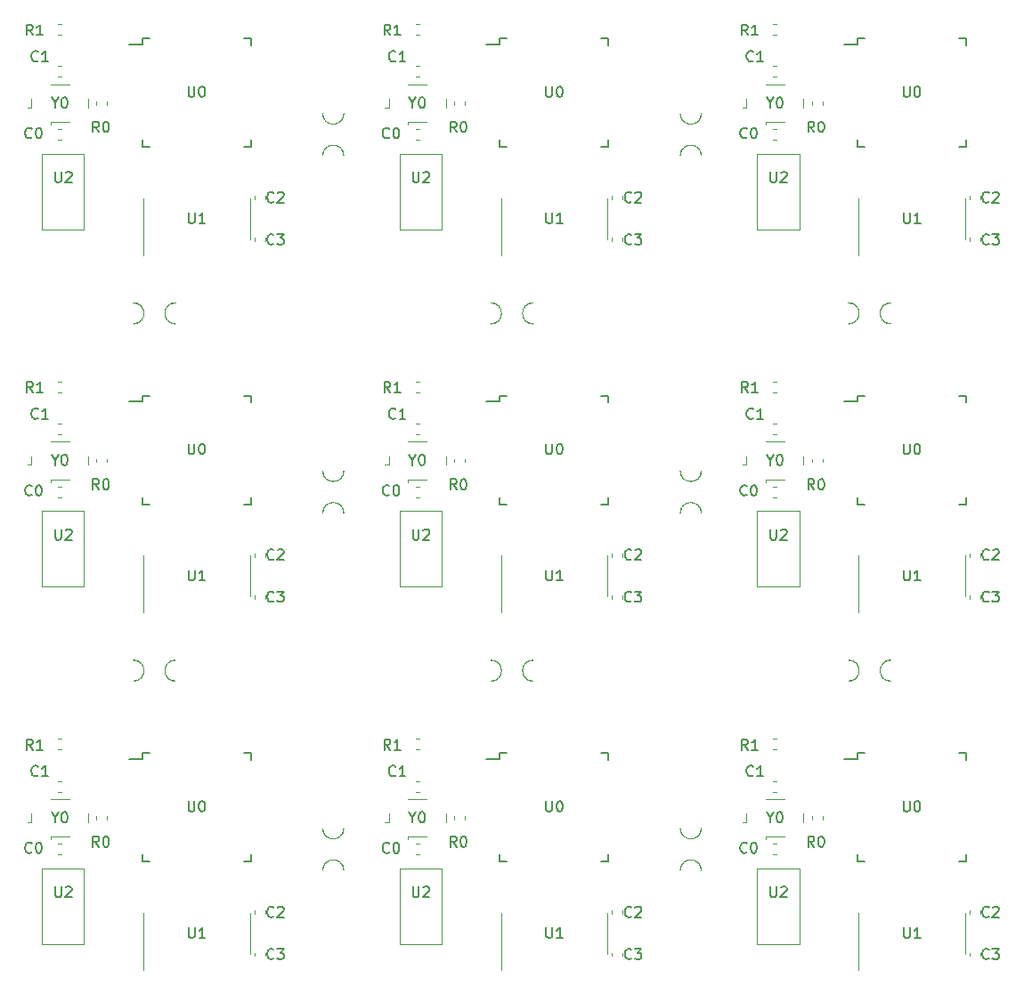
<source format=gto>
G04 #@! TF.GenerationSoftware,KiCad,Pcbnew,(5.1.5)-3*
G04 #@! TF.CreationDate,2021-06-29T22:10:07+07:00*
G04 #@! TF.ProjectId,noname,6e6f6e61-6d65-42e6-9b69-6361645f7063,rev?*
G04 #@! TF.SameCoordinates,Original*
G04 #@! TF.FileFunction,Legend,Top*
G04 #@! TF.FilePolarity,Positive*
%FSLAX46Y46*%
G04 Gerber Fmt 4.6, Leading zero omitted, Abs format (unit mm)*
G04 Created by KiCad (PCBNEW (5.1.5)-3) date 2021-06-29 22:10:07*
%MOMM*%
%LPD*%
G04 APERTURE LIST*
%ADD10C,0.100000*%
%ADD11C,0.120000*%
%ADD12C,0.150000*%
%ADD13C,0.600000*%
%ADD14R,1.450000X1.450000*%
%ADD15O,1.450000X1.450000*%
%ADD16R,1.900000X1.300000*%
%ADD17R,1.600000X0.650000*%
%ADD18R,0.650000X1.600000*%
%ADD19C,0.850000*%
G04 APERTURE END LIST*
D10*
X162012540Y-125285960D02*
G75*
G03X162012540Y-123285960I0J1000000D01*
G01*
X166012540Y-123285960D02*
G75*
G03X166012540Y-125285960I0J-1000000D01*
G01*
X128012540Y-125285960D02*
G75*
G03X128012540Y-123285960I0J1000000D01*
G01*
X132012540Y-123285960D02*
G75*
G03X132012540Y-125285960I0J-1000000D01*
G01*
X94012540Y-125285960D02*
G75*
G03X94012540Y-123285960I0J1000000D01*
G01*
X98012540Y-123285960D02*
G75*
G03X98012540Y-125285960I0J-1000000D01*
G01*
X162012540Y-91285960D02*
G75*
G03X162012540Y-89285960I0J1000000D01*
G01*
X166012540Y-89285960D02*
G75*
G03X166012540Y-91285960I0J-1000000D01*
G01*
X128012540Y-91285960D02*
G75*
G03X128012540Y-89285960I0J1000000D01*
G01*
X132012540Y-89285960D02*
G75*
G03X132012540Y-91285960I0J-1000000D01*
G01*
X94012540Y-91285960D02*
G75*
G03X94012540Y-89285960I0J1000000D01*
G01*
X98012540Y-89285960D02*
G75*
G03X98012540Y-91285960I0J-1000000D01*
G01*
X162012540Y-125321960D02*
G75*
G03X162012540Y-123321960I0J1000000D01*
G01*
X166012540Y-123321960D02*
G75*
G03X166012540Y-125321960I0J-1000000D01*
G01*
X128012540Y-125321960D02*
G75*
G03X128012540Y-123321960I0J1000000D01*
G01*
X132012540Y-123321960D02*
G75*
G03X132012540Y-125321960I0J-1000000D01*
G01*
X94012540Y-125321960D02*
G75*
G03X94012540Y-123321960I0J1000000D01*
G01*
X98012540Y-123321960D02*
G75*
G03X98012540Y-125321960I0J-1000000D01*
G01*
X162012540Y-91321960D02*
G75*
G03X162012540Y-89321960I0J1000000D01*
G01*
X166012540Y-89321960D02*
G75*
G03X166012540Y-91321960I0J-1000000D01*
G01*
X128012540Y-91321960D02*
G75*
G03X128012540Y-89321960I0J1000000D01*
G01*
X132012540Y-89321960D02*
G75*
G03X132012540Y-91321960I0J-1000000D01*
G01*
X94012540Y-91321960D02*
G75*
G03X94012540Y-89321960I0J1000000D01*
G01*
X98012540Y-89321960D02*
G75*
G03X98012540Y-91321960I0J-1000000D01*
G01*
X162012540Y-125285960D02*
G75*
G03X162012540Y-123285960I0J1000000D01*
G01*
X166012540Y-123285960D02*
G75*
G03X166012540Y-125285960I0J-1000000D01*
G01*
X128012540Y-125285960D02*
G75*
G03X128012540Y-123285960I0J1000000D01*
G01*
X132012540Y-123285960D02*
G75*
G03X132012540Y-125285960I0J-1000000D01*
G01*
X94012540Y-125285960D02*
G75*
G03X94012540Y-123285960I0J1000000D01*
G01*
X98012540Y-123285960D02*
G75*
G03X98012540Y-125285960I0J-1000000D01*
G01*
X162012540Y-91285960D02*
G75*
G03X162012540Y-89285960I0J1000000D01*
G01*
X166012540Y-89285960D02*
G75*
G03X166012540Y-91285960I0J-1000000D01*
G01*
X128012540Y-91285960D02*
G75*
G03X128012540Y-89285960I0J1000000D01*
G01*
X132012540Y-89285960D02*
G75*
G03X132012540Y-91285960I0J-1000000D01*
G01*
X94012540Y-91285960D02*
G75*
G03X94012540Y-89285960I0J1000000D01*
G01*
X98012540Y-89285960D02*
G75*
G03X98012540Y-91285960I0J-1000000D01*
G01*
D11*
X173505200Y-151139821D02*
X173505200Y-151465379D01*
X174525200Y-151139821D02*
X174525200Y-151465379D01*
X139505200Y-151139821D02*
X139505200Y-151465379D01*
X140525200Y-151139821D02*
X140525200Y-151465379D01*
X105505200Y-151139821D02*
X105505200Y-151465379D01*
X106525200Y-151139821D02*
X106525200Y-151465379D01*
X173505200Y-117139821D02*
X173505200Y-117465379D01*
X174525200Y-117139821D02*
X174525200Y-117465379D01*
X139505200Y-117139821D02*
X139505200Y-117465379D01*
X140525200Y-117139821D02*
X140525200Y-117465379D01*
X105505200Y-117139821D02*
X105505200Y-117465379D01*
X106525200Y-117139821D02*
X106525200Y-117465379D01*
X173505200Y-83139821D02*
X173505200Y-83465379D01*
X174525200Y-83139821D02*
X174525200Y-83465379D01*
X139505200Y-83139821D02*
X139505200Y-83465379D01*
X140525200Y-83139821D02*
X140525200Y-83465379D01*
X154852421Y-131812600D02*
X155177979Y-131812600D01*
X154852421Y-130792600D02*
X155177979Y-130792600D01*
X120852421Y-131812600D02*
X121177979Y-131812600D01*
X120852421Y-130792600D02*
X121177979Y-130792600D01*
X86852421Y-131812600D02*
X87177979Y-131812600D01*
X86852421Y-130792600D02*
X87177979Y-130792600D01*
X154852421Y-97812600D02*
X155177979Y-97812600D01*
X154852421Y-96792600D02*
X155177979Y-96792600D01*
X120852421Y-97812600D02*
X121177979Y-97812600D01*
X120852421Y-96792600D02*
X121177979Y-96792600D01*
X86852421Y-97812600D02*
X87177979Y-97812600D01*
X86852421Y-96792600D02*
X87177979Y-96792600D01*
X154852421Y-63812600D02*
X155177979Y-63812600D01*
X154852421Y-62792600D02*
X155177979Y-62792600D01*
X120852421Y-63812600D02*
X121177979Y-63812600D01*
X120852421Y-62792600D02*
X121177979Y-62792600D01*
X155177979Y-134792600D02*
X154852421Y-134792600D01*
X155177979Y-135812600D02*
X154852421Y-135812600D01*
X121177979Y-134792600D02*
X120852421Y-134792600D01*
X121177979Y-135812600D02*
X120852421Y-135812600D01*
X87177979Y-134792600D02*
X86852421Y-134792600D01*
X87177979Y-135812600D02*
X86852421Y-135812600D01*
X155177979Y-100792600D02*
X154852421Y-100792600D01*
X155177979Y-101812600D02*
X154852421Y-101812600D01*
X121177979Y-100792600D02*
X120852421Y-100792600D01*
X121177979Y-101812600D02*
X120852421Y-101812600D01*
X87177979Y-100792600D02*
X86852421Y-100792600D01*
X87177979Y-101812600D02*
X86852421Y-101812600D01*
X155177979Y-66792600D02*
X154852421Y-66792600D01*
X155177979Y-67812600D02*
X154852421Y-67812600D01*
X121177979Y-66792600D02*
X120852421Y-66792600D01*
X121177979Y-67812600D02*
X120852421Y-67812600D01*
X154115200Y-140102600D02*
X154115200Y-140342600D01*
X155915200Y-140102600D02*
X154115200Y-140102600D01*
X154115200Y-136502600D02*
X155915200Y-136502600D01*
X157715200Y-137902600D02*
X157715200Y-138702600D01*
X152315200Y-138702600D02*
X152315200Y-137902600D01*
X151915200Y-138702600D02*
X152315200Y-138702600D01*
X120115200Y-140102600D02*
X120115200Y-140342600D01*
X121915200Y-140102600D02*
X120115200Y-140102600D01*
X120115200Y-136502600D02*
X121915200Y-136502600D01*
X123715200Y-137902600D02*
X123715200Y-138702600D01*
X118315200Y-138702600D02*
X118315200Y-137902600D01*
X117915200Y-138702600D02*
X118315200Y-138702600D01*
X86115200Y-140102600D02*
X86115200Y-140342600D01*
X87915200Y-140102600D02*
X86115200Y-140102600D01*
X86115200Y-136502600D02*
X87915200Y-136502600D01*
X89715200Y-137902600D02*
X89715200Y-138702600D01*
X84315200Y-138702600D02*
X84315200Y-137902600D01*
X83915200Y-138702600D02*
X84315200Y-138702600D01*
X154115200Y-106102600D02*
X154115200Y-106342600D01*
X155915200Y-106102600D02*
X154115200Y-106102600D01*
X154115200Y-102502600D02*
X155915200Y-102502600D01*
X157715200Y-103902600D02*
X157715200Y-104702600D01*
X152315200Y-104702600D02*
X152315200Y-103902600D01*
X151915200Y-104702600D02*
X152315200Y-104702600D01*
X120115200Y-106102600D02*
X120115200Y-106342600D01*
X121915200Y-106102600D02*
X120115200Y-106102600D01*
X120115200Y-102502600D02*
X121915200Y-102502600D01*
X123715200Y-103902600D02*
X123715200Y-104702600D01*
X118315200Y-104702600D02*
X118315200Y-103902600D01*
X117915200Y-104702600D02*
X118315200Y-104702600D01*
X86115200Y-106102600D02*
X86115200Y-106342600D01*
X87915200Y-106102600D02*
X86115200Y-106102600D01*
X86115200Y-102502600D02*
X87915200Y-102502600D01*
X89715200Y-103902600D02*
X89715200Y-104702600D01*
X84315200Y-104702600D02*
X84315200Y-103902600D01*
X83915200Y-104702600D02*
X84315200Y-104702600D01*
X154115200Y-72102600D02*
X154115200Y-72342600D01*
X155915200Y-72102600D02*
X154115200Y-72102600D01*
X154115200Y-68502600D02*
X155915200Y-68502600D01*
X157715200Y-69902600D02*
X157715200Y-70702600D01*
X152315200Y-70702600D02*
X152315200Y-69902600D01*
X151915200Y-70702600D02*
X152315200Y-70702600D01*
X120115200Y-72102600D02*
X120115200Y-72342600D01*
X121915200Y-72102600D02*
X120115200Y-72102600D01*
X120115200Y-68502600D02*
X121915200Y-68502600D01*
X123715200Y-69902600D02*
X123715200Y-70702600D01*
X118315200Y-70702600D02*
X118315200Y-69902600D01*
X117915200Y-70702600D02*
X118315200Y-70702600D01*
X173505200Y-147139821D02*
X173505200Y-147465379D01*
X174525200Y-147139821D02*
X174525200Y-147465379D01*
X139505200Y-147139821D02*
X139505200Y-147465379D01*
X140525200Y-147139821D02*
X140525200Y-147465379D01*
X105505200Y-147139821D02*
X105505200Y-147465379D01*
X106525200Y-147139821D02*
X106525200Y-147465379D01*
X173505200Y-113139821D02*
X173505200Y-113465379D01*
X174525200Y-113139821D02*
X174525200Y-113465379D01*
X139505200Y-113139821D02*
X139505200Y-113465379D01*
X140525200Y-113139821D02*
X140525200Y-113465379D01*
X105505200Y-113139821D02*
X105505200Y-113465379D01*
X106525200Y-113139821D02*
X106525200Y-113465379D01*
X173505200Y-79139821D02*
X173505200Y-79465379D01*
X174525200Y-79139821D02*
X174525200Y-79465379D01*
X139505200Y-79139821D02*
X139505200Y-79465379D01*
X140525200Y-79139821D02*
X140525200Y-79465379D01*
X159525200Y-138465379D02*
X159525200Y-138139821D01*
X158505200Y-138465379D02*
X158505200Y-138139821D01*
X125525200Y-138465379D02*
X125525200Y-138139821D01*
X124505200Y-138465379D02*
X124505200Y-138139821D01*
X91525200Y-138465379D02*
X91525200Y-138139821D01*
X90505200Y-138465379D02*
X90505200Y-138139821D01*
X159525200Y-104465379D02*
X159525200Y-104139821D01*
X158505200Y-104465379D02*
X158505200Y-104139821D01*
X125525200Y-104465379D02*
X125525200Y-104139821D01*
X124505200Y-104465379D02*
X124505200Y-104139821D01*
X91525200Y-104465379D02*
X91525200Y-104139821D01*
X90505200Y-104465379D02*
X90505200Y-104139821D01*
X159525200Y-70465379D02*
X159525200Y-70139821D01*
X158505200Y-70465379D02*
X158505200Y-70139821D01*
X125525200Y-70465379D02*
X125525200Y-70139821D01*
X124505200Y-70465379D02*
X124505200Y-70139821D01*
D12*
X162840200Y-132702600D02*
X161565200Y-132702600D01*
X173190200Y-132127600D02*
X172515200Y-132127600D01*
X173190200Y-142477600D02*
X172515200Y-142477600D01*
X162840200Y-142477600D02*
X163515200Y-142477600D01*
X162840200Y-132127600D02*
X163515200Y-132127600D01*
X162840200Y-142477600D02*
X162840200Y-141802600D01*
X173190200Y-142477600D02*
X173190200Y-141802600D01*
X173190200Y-132127600D02*
X173190200Y-132802600D01*
X162840200Y-132127600D02*
X162840200Y-132702600D01*
X128840200Y-132702600D02*
X127565200Y-132702600D01*
X139190200Y-132127600D02*
X138515200Y-132127600D01*
X139190200Y-142477600D02*
X138515200Y-142477600D01*
X128840200Y-142477600D02*
X129515200Y-142477600D01*
X128840200Y-132127600D02*
X129515200Y-132127600D01*
X128840200Y-142477600D02*
X128840200Y-141802600D01*
X139190200Y-142477600D02*
X139190200Y-141802600D01*
X139190200Y-132127600D02*
X139190200Y-132802600D01*
X128840200Y-132127600D02*
X128840200Y-132702600D01*
X94840200Y-132702600D02*
X93565200Y-132702600D01*
X105190200Y-132127600D02*
X104515200Y-132127600D01*
X105190200Y-142477600D02*
X104515200Y-142477600D01*
X94840200Y-142477600D02*
X95515200Y-142477600D01*
X94840200Y-132127600D02*
X95515200Y-132127600D01*
X94840200Y-142477600D02*
X94840200Y-141802600D01*
X105190200Y-142477600D02*
X105190200Y-141802600D01*
X105190200Y-132127600D02*
X105190200Y-132802600D01*
X94840200Y-132127600D02*
X94840200Y-132702600D01*
X162840200Y-98702600D02*
X161565200Y-98702600D01*
X173190200Y-98127600D02*
X172515200Y-98127600D01*
X173190200Y-108477600D02*
X172515200Y-108477600D01*
X162840200Y-108477600D02*
X163515200Y-108477600D01*
X162840200Y-98127600D02*
X163515200Y-98127600D01*
X162840200Y-108477600D02*
X162840200Y-107802600D01*
X173190200Y-108477600D02*
X173190200Y-107802600D01*
X173190200Y-98127600D02*
X173190200Y-98802600D01*
X162840200Y-98127600D02*
X162840200Y-98702600D01*
X128840200Y-98702600D02*
X127565200Y-98702600D01*
X139190200Y-98127600D02*
X138515200Y-98127600D01*
X139190200Y-108477600D02*
X138515200Y-108477600D01*
X128840200Y-108477600D02*
X129515200Y-108477600D01*
X128840200Y-98127600D02*
X129515200Y-98127600D01*
X128840200Y-108477600D02*
X128840200Y-107802600D01*
X139190200Y-108477600D02*
X139190200Y-107802600D01*
X139190200Y-98127600D02*
X139190200Y-98802600D01*
X128840200Y-98127600D02*
X128840200Y-98702600D01*
X94840200Y-98702600D02*
X93565200Y-98702600D01*
X105190200Y-98127600D02*
X104515200Y-98127600D01*
X105190200Y-108477600D02*
X104515200Y-108477600D01*
X94840200Y-108477600D02*
X95515200Y-108477600D01*
X94840200Y-98127600D02*
X95515200Y-98127600D01*
X94840200Y-108477600D02*
X94840200Y-107802600D01*
X105190200Y-108477600D02*
X105190200Y-107802600D01*
X105190200Y-98127600D02*
X105190200Y-98802600D01*
X94840200Y-98127600D02*
X94840200Y-98702600D01*
X162840200Y-64702600D02*
X161565200Y-64702600D01*
X173190200Y-64127600D02*
X172515200Y-64127600D01*
X173190200Y-74477600D02*
X172515200Y-74477600D01*
X162840200Y-74477600D02*
X163515200Y-74477600D01*
X162840200Y-64127600D02*
X163515200Y-64127600D01*
X162840200Y-74477600D02*
X162840200Y-73802600D01*
X173190200Y-74477600D02*
X173190200Y-73802600D01*
X173190200Y-64127600D02*
X173190200Y-64802600D01*
X162840200Y-64127600D02*
X162840200Y-64702600D01*
X128840200Y-64702600D02*
X127565200Y-64702600D01*
X139190200Y-64127600D02*
X138515200Y-64127600D01*
X139190200Y-74477600D02*
X138515200Y-74477600D01*
X128840200Y-74477600D02*
X129515200Y-74477600D01*
X128840200Y-64127600D02*
X129515200Y-64127600D01*
X128840200Y-74477600D02*
X128840200Y-73802600D01*
X139190200Y-74477600D02*
X139190200Y-73802600D01*
X139190200Y-64127600D02*
X139190200Y-64802600D01*
X128840200Y-64127600D02*
X128840200Y-64702600D01*
D11*
X155177979Y-140792600D02*
X154852421Y-140792600D01*
X155177979Y-141812600D02*
X154852421Y-141812600D01*
X121177979Y-140792600D02*
X120852421Y-140792600D01*
X121177979Y-141812600D02*
X120852421Y-141812600D01*
X87177979Y-140792600D02*
X86852421Y-140792600D01*
X87177979Y-141812600D02*
X86852421Y-141812600D01*
X155177979Y-106792600D02*
X154852421Y-106792600D01*
X155177979Y-107812600D02*
X154852421Y-107812600D01*
X121177979Y-106792600D02*
X120852421Y-106792600D01*
X121177979Y-107812600D02*
X120852421Y-107812600D01*
X87177979Y-106792600D02*
X86852421Y-106792600D01*
X87177979Y-107812600D02*
X86852421Y-107812600D01*
X155177979Y-72792600D02*
X154852421Y-72792600D01*
X155177979Y-73812600D02*
X154852421Y-73812600D01*
X121177979Y-72792600D02*
X120852421Y-72792600D01*
X121177979Y-73812600D02*
X120852421Y-73812600D01*
X162955200Y-149302600D02*
X162955200Y-152752600D01*
X162955200Y-149302600D02*
X162955200Y-147352600D01*
X173075200Y-149302600D02*
X173075200Y-151252600D01*
X173075200Y-149302600D02*
X173075200Y-147352600D01*
X128955200Y-149302600D02*
X128955200Y-152752600D01*
X128955200Y-149302600D02*
X128955200Y-147352600D01*
X139075200Y-149302600D02*
X139075200Y-151252600D01*
X139075200Y-149302600D02*
X139075200Y-147352600D01*
X94955200Y-149302600D02*
X94955200Y-152752600D01*
X94955200Y-149302600D02*
X94955200Y-147352600D01*
X105075200Y-149302600D02*
X105075200Y-151252600D01*
X105075200Y-149302600D02*
X105075200Y-147352600D01*
X162955200Y-115302600D02*
X162955200Y-118752600D01*
X162955200Y-115302600D02*
X162955200Y-113352600D01*
X173075200Y-115302600D02*
X173075200Y-117252600D01*
X173075200Y-115302600D02*
X173075200Y-113352600D01*
X128955200Y-115302600D02*
X128955200Y-118752600D01*
X128955200Y-115302600D02*
X128955200Y-113352600D01*
X139075200Y-115302600D02*
X139075200Y-117252600D01*
X139075200Y-115302600D02*
X139075200Y-113352600D01*
X94955200Y-115302600D02*
X94955200Y-118752600D01*
X94955200Y-115302600D02*
X94955200Y-113352600D01*
X105075200Y-115302600D02*
X105075200Y-117252600D01*
X105075200Y-115302600D02*
X105075200Y-113352600D01*
X162955200Y-81302600D02*
X162955200Y-84752600D01*
X162955200Y-81302600D02*
X162955200Y-79352600D01*
X173075200Y-81302600D02*
X173075200Y-83252600D01*
X173075200Y-81302600D02*
X173075200Y-79352600D01*
X128955200Y-81302600D02*
X128955200Y-84752600D01*
X128955200Y-81302600D02*
X128955200Y-79352600D01*
X139075200Y-81302600D02*
X139075200Y-83252600D01*
X139075200Y-81302600D02*
X139075200Y-79352600D01*
D10*
X147994000Y-143306400D02*
G75*
G03X145994000Y-143306400I-1000000J0D01*
G01*
X145994000Y-139306400D02*
G75*
G03X147994000Y-139306400I1000000J0D01*
G01*
X113994000Y-143306400D02*
G75*
G03X111994000Y-143306400I-1000000J0D01*
G01*
X111994000Y-139306400D02*
G75*
G03X113994000Y-139306400I1000000J0D01*
G01*
X147994000Y-109306400D02*
G75*
G03X145994000Y-109306400I-1000000J0D01*
G01*
X145994000Y-105306400D02*
G75*
G03X147994000Y-105306400I1000000J0D01*
G01*
X113994000Y-109306400D02*
G75*
G03X111994000Y-109306400I-1000000J0D01*
G01*
X111994000Y-105306400D02*
G75*
G03X113994000Y-105306400I1000000J0D01*
G01*
X147994000Y-75306400D02*
G75*
G03X145994000Y-75306400I-1000000J0D01*
G01*
X145994000Y-71306400D02*
G75*
G03X147994000Y-71306400I1000000J0D01*
G01*
X146029560Y-139305960D02*
G75*
G03X148029560Y-139305960I1000000J0D01*
G01*
X148029560Y-143305960D02*
G75*
G03X146029560Y-143305960I-1000000J0D01*
G01*
X112029560Y-139305960D02*
G75*
G03X114029560Y-139305960I1000000J0D01*
G01*
X114029560Y-143305960D02*
G75*
G03X112029560Y-143305960I-1000000J0D01*
G01*
X146029560Y-105305960D02*
G75*
G03X148029560Y-105305960I1000000J0D01*
G01*
X148029560Y-109305960D02*
G75*
G03X146029560Y-109305960I-1000000J0D01*
G01*
X112029560Y-105305960D02*
G75*
G03X114029560Y-105305960I1000000J0D01*
G01*
X114029560Y-109305960D02*
G75*
G03X112029560Y-109305960I-1000000J0D01*
G01*
X146029560Y-71305960D02*
G75*
G03X148029560Y-71305960I1000000J0D01*
G01*
X148029560Y-75305960D02*
G75*
G03X146029560Y-75305960I-1000000J0D01*
G01*
X112029560Y-71305960D02*
G75*
G03X114029560Y-71305960I1000000J0D01*
G01*
X114029560Y-75305960D02*
G75*
G03X112029560Y-75305960I-1000000J0D01*
G01*
X147994000Y-143306400D02*
G75*
G03X145994000Y-143306400I-1000000J0D01*
G01*
X145994000Y-139306400D02*
G75*
G03X147994000Y-139306400I1000000J0D01*
G01*
X113994000Y-143306400D02*
G75*
G03X111994000Y-143306400I-1000000J0D01*
G01*
X111994000Y-139306400D02*
G75*
G03X113994000Y-139306400I1000000J0D01*
G01*
X147994000Y-109306400D02*
G75*
G03X145994000Y-109306400I-1000000J0D01*
G01*
X145994000Y-105306400D02*
G75*
G03X147994000Y-105306400I1000000J0D01*
G01*
X113994000Y-109306400D02*
G75*
G03X111994000Y-109306400I-1000000J0D01*
G01*
X111994000Y-105306400D02*
G75*
G03X113994000Y-105306400I1000000J0D01*
G01*
X147994000Y-75306400D02*
G75*
G03X145994000Y-75306400I-1000000J0D01*
G01*
X145994000Y-71306400D02*
G75*
G03X147994000Y-71306400I1000000J0D01*
G01*
D11*
X157325200Y-150314600D02*
X153325200Y-150314600D01*
X157325200Y-143114600D02*
X157325200Y-150314600D01*
X153325200Y-143114600D02*
X157325200Y-143114600D01*
X153325200Y-150314600D02*
X153325200Y-143114600D01*
X123325200Y-150314600D02*
X119325200Y-150314600D01*
X123325200Y-143114600D02*
X123325200Y-150314600D01*
X119325200Y-143114600D02*
X123325200Y-143114600D01*
X119325200Y-150314600D02*
X119325200Y-143114600D01*
X89325200Y-150314600D02*
X85325200Y-150314600D01*
X89325200Y-143114600D02*
X89325200Y-150314600D01*
X85325200Y-143114600D02*
X89325200Y-143114600D01*
X85325200Y-150314600D02*
X85325200Y-143114600D01*
X157325200Y-116314600D02*
X153325200Y-116314600D01*
X157325200Y-109114600D02*
X157325200Y-116314600D01*
X153325200Y-109114600D02*
X157325200Y-109114600D01*
X153325200Y-116314600D02*
X153325200Y-109114600D01*
X123325200Y-116314600D02*
X119325200Y-116314600D01*
X123325200Y-109114600D02*
X123325200Y-116314600D01*
X119325200Y-109114600D02*
X123325200Y-109114600D01*
X119325200Y-116314600D02*
X119325200Y-109114600D01*
X89325200Y-116314600D02*
X85325200Y-116314600D01*
X89325200Y-109114600D02*
X89325200Y-116314600D01*
X85325200Y-109114600D02*
X89325200Y-109114600D01*
X85325200Y-116314600D02*
X85325200Y-109114600D01*
X157325200Y-82314600D02*
X153325200Y-82314600D01*
X157325200Y-75114600D02*
X157325200Y-82314600D01*
X153325200Y-75114600D02*
X157325200Y-75114600D01*
X153325200Y-82314600D02*
X153325200Y-75114600D01*
X123325200Y-82314600D02*
X119325200Y-82314600D01*
X123325200Y-75114600D02*
X123325200Y-82314600D01*
X119325200Y-75114600D02*
X123325200Y-75114600D01*
X119325200Y-82314600D02*
X119325200Y-75114600D01*
D10*
X145993560Y-139305960D02*
G75*
G03X147993560Y-139305960I1000000J0D01*
G01*
X147993560Y-143305960D02*
G75*
G03X145993560Y-143305960I-1000000J0D01*
G01*
X111993560Y-139305960D02*
G75*
G03X113993560Y-139305960I1000000J0D01*
G01*
X113993560Y-143305960D02*
G75*
G03X111993560Y-143305960I-1000000J0D01*
G01*
X145993560Y-105305960D02*
G75*
G03X147993560Y-105305960I1000000J0D01*
G01*
X147993560Y-109305960D02*
G75*
G03X145993560Y-109305960I-1000000J0D01*
G01*
X111993560Y-105305960D02*
G75*
G03X113993560Y-105305960I1000000J0D01*
G01*
X113993560Y-109305960D02*
G75*
G03X111993560Y-109305960I-1000000J0D01*
G01*
X145993560Y-71305960D02*
G75*
G03X147993560Y-71305960I1000000J0D01*
G01*
X147993560Y-75305960D02*
G75*
G03X145993560Y-75305960I-1000000J0D01*
G01*
X111993560Y-71305960D02*
G75*
G03X113993560Y-71305960I1000000J0D01*
G01*
X113993560Y-75305960D02*
G75*
G03X111993560Y-75305960I-1000000J0D01*
G01*
X148030000Y-143306400D02*
G75*
G03X146030000Y-143306400I-1000000J0D01*
G01*
X146030000Y-139306400D02*
G75*
G03X148030000Y-139306400I1000000J0D01*
G01*
X114030000Y-143306400D02*
G75*
G03X112030000Y-143306400I-1000000J0D01*
G01*
X112030000Y-139306400D02*
G75*
G03X114030000Y-139306400I1000000J0D01*
G01*
X148030000Y-109306400D02*
G75*
G03X146030000Y-109306400I-1000000J0D01*
G01*
X146030000Y-105306400D02*
G75*
G03X148030000Y-105306400I1000000J0D01*
G01*
X114030000Y-109306400D02*
G75*
G03X112030000Y-109306400I-1000000J0D01*
G01*
X112030000Y-105306400D02*
G75*
G03X114030000Y-105306400I1000000J0D01*
G01*
X148030000Y-75306400D02*
G75*
G03X146030000Y-75306400I-1000000J0D01*
G01*
X146030000Y-71306400D02*
G75*
G03X148030000Y-71306400I1000000J0D01*
G01*
X147993560Y-143305960D02*
G75*
G03X145993560Y-143305960I-1000000J0D01*
G01*
X145993560Y-139305960D02*
G75*
G03X147993560Y-139305960I1000000J0D01*
G01*
X113993560Y-143305960D02*
G75*
G03X111993560Y-143305960I-1000000J0D01*
G01*
X111993560Y-139305960D02*
G75*
G03X113993560Y-139305960I1000000J0D01*
G01*
X147993560Y-109305960D02*
G75*
G03X145993560Y-109305960I-1000000J0D01*
G01*
X145993560Y-105305960D02*
G75*
G03X147993560Y-105305960I1000000J0D01*
G01*
X113993560Y-109305960D02*
G75*
G03X111993560Y-109305960I-1000000J0D01*
G01*
X111993560Y-105305960D02*
G75*
G03X113993560Y-105305960I1000000J0D01*
G01*
X147993560Y-75305960D02*
G75*
G03X145993560Y-75305960I-1000000J0D01*
G01*
X145993560Y-71305960D02*
G75*
G03X147993560Y-71305960I1000000J0D01*
G01*
X113993560Y-75305960D02*
G75*
G03X111993560Y-75305960I-1000000J0D01*
G01*
X111993560Y-71305960D02*
G75*
G03X113993560Y-71305960I1000000J0D01*
G01*
X166010000Y-123286400D02*
G75*
G03X166010000Y-125286400I0J-1000000D01*
G01*
X162010000Y-125286400D02*
G75*
G03X162010000Y-123286400I0J1000000D01*
G01*
X132010000Y-123286400D02*
G75*
G03X132010000Y-125286400I0J-1000000D01*
G01*
X128010000Y-125286400D02*
G75*
G03X128010000Y-123286400I0J1000000D01*
G01*
X98010000Y-123286400D02*
G75*
G03X98010000Y-125286400I0J-1000000D01*
G01*
X94010000Y-125286400D02*
G75*
G03X94010000Y-123286400I0J1000000D01*
G01*
X166010000Y-89286400D02*
G75*
G03X166010000Y-91286400I0J-1000000D01*
G01*
X162010000Y-91286400D02*
G75*
G03X162010000Y-89286400I0J1000000D01*
G01*
X132010000Y-89286400D02*
G75*
G03X132010000Y-91286400I0J-1000000D01*
G01*
X128010000Y-91286400D02*
G75*
G03X128010000Y-89286400I0J1000000D01*
G01*
X166010000Y-123286400D02*
G75*
G03X166010000Y-125286400I0J-1000000D01*
G01*
X162010000Y-125286400D02*
G75*
G03X162010000Y-123286400I0J1000000D01*
G01*
X132010000Y-123286400D02*
G75*
G03X132010000Y-125286400I0J-1000000D01*
G01*
X128010000Y-125286400D02*
G75*
G03X128010000Y-123286400I0J1000000D01*
G01*
X98010000Y-123286400D02*
G75*
G03X98010000Y-125286400I0J-1000000D01*
G01*
X94010000Y-125286400D02*
G75*
G03X94010000Y-123286400I0J1000000D01*
G01*
X166010000Y-89286400D02*
G75*
G03X166010000Y-91286400I0J-1000000D01*
G01*
X162010000Y-91286400D02*
G75*
G03X162010000Y-89286400I0J1000000D01*
G01*
X132010000Y-89286400D02*
G75*
G03X132010000Y-91286400I0J-1000000D01*
G01*
X128010000Y-91286400D02*
G75*
G03X128010000Y-89286400I0J1000000D01*
G01*
X166010000Y-123322400D02*
G75*
G03X166010000Y-125322400I0J-1000000D01*
G01*
X162010000Y-125322400D02*
G75*
G03X162010000Y-123322400I0J1000000D01*
G01*
X132010000Y-123322400D02*
G75*
G03X132010000Y-125322400I0J-1000000D01*
G01*
X128010000Y-125322400D02*
G75*
G03X128010000Y-123322400I0J1000000D01*
G01*
X98010000Y-123322400D02*
G75*
G03X98010000Y-125322400I0J-1000000D01*
G01*
X94010000Y-125322400D02*
G75*
G03X94010000Y-123322400I0J1000000D01*
G01*
X166010000Y-89322400D02*
G75*
G03X166010000Y-91322400I0J-1000000D01*
G01*
X162010000Y-91322400D02*
G75*
G03X162010000Y-89322400I0J1000000D01*
G01*
X132010000Y-89322400D02*
G75*
G03X132010000Y-91322400I0J-1000000D01*
G01*
X128010000Y-91322400D02*
G75*
G03X128010000Y-89322400I0J1000000D01*
G01*
X94010000Y-91286400D02*
G75*
G03X94010000Y-89286400I0J1000000D01*
G01*
X98010000Y-89286400D02*
G75*
G03X98010000Y-91286400I0J-1000000D01*
G01*
X111994000Y-71306400D02*
G75*
G03X113994000Y-71306400I1000000J0D01*
G01*
X113994000Y-75306400D02*
G75*
G03X111994000Y-75306400I-1000000J0D01*
G01*
X94010000Y-91286400D02*
G75*
G03X94010000Y-89286400I0J1000000D01*
G01*
X98010000Y-89286400D02*
G75*
G03X98010000Y-91286400I0J-1000000D01*
G01*
X111994000Y-71306400D02*
G75*
G03X113994000Y-71306400I1000000J0D01*
G01*
X113994000Y-75306400D02*
G75*
G03X111994000Y-75306400I-1000000J0D01*
G01*
X94010000Y-91322400D02*
G75*
G03X94010000Y-89322400I0J1000000D01*
G01*
X98010000Y-89322400D02*
G75*
G03X98010000Y-91322400I0J-1000000D01*
G01*
X112030000Y-71306400D02*
G75*
G03X114030000Y-71306400I1000000J0D01*
G01*
X114030000Y-75306400D02*
G75*
G03X112030000Y-75306400I-1000000J0D01*
G01*
D11*
X85325200Y-82314600D02*
X85325200Y-75114600D01*
X85325200Y-75114600D02*
X89325200Y-75114600D01*
X89325200Y-75114600D02*
X89325200Y-82314600D01*
X89325200Y-82314600D02*
X85325200Y-82314600D01*
X83915200Y-70702600D02*
X84315200Y-70702600D01*
X84315200Y-70702600D02*
X84315200Y-69902600D01*
X89715200Y-69902600D02*
X89715200Y-70702600D01*
X86115200Y-68502600D02*
X87915200Y-68502600D01*
X87915200Y-72102600D02*
X86115200Y-72102600D01*
X86115200Y-72102600D02*
X86115200Y-72342600D01*
X105075200Y-81302600D02*
X105075200Y-79352600D01*
X105075200Y-81302600D02*
X105075200Y-83252600D01*
X94955200Y-81302600D02*
X94955200Y-79352600D01*
X94955200Y-81302600D02*
X94955200Y-84752600D01*
D12*
X94840200Y-64127600D02*
X94840200Y-64702600D01*
X105190200Y-64127600D02*
X105190200Y-64802600D01*
X105190200Y-74477600D02*
X105190200Y-73802600D01*
X94840200Y-74477600D02*
X94840200Y-73802600D01*
X94840200Y-64127600D02*
X95515200Y-64127600D01*
X94840200Y-74477600D02*
X95515200Y-74477600D01*
X105190200Y-74477600D02*
X104515200Y-74477600D01*
X105190200Y-64127600D02*
X104515200Y-64127600D01*
X94840200Y-64702600D02*
X93565200Y-64702600D01*
D11*
X86852421Y-62792600D02*
X87177979Y-62792600D01*
X86852421Y-63812600D02*
X87177979Y-63812600D01*
X90505200Y-70465379D02*
X90505200Y-70139821D01*
X91525200Y-70465379D02*
X91525200Y-70139821D01*
X106525200Y-83139821D02*
X106525200Y-83465379D01*
X105505200Y-83139821D02*
X105505200Y-83465379D01*
X106525200Y-79139821D02*
X106525200Y-79465379D01*
X105505200Y-79139821D02*
X105505200Y-79465379D01*
X87177979Y-67812600D02*
X86852421Y-67812600D01*
X87177979Y-66792600D02*
X86852421Y-66792600D01*
X87177979Y-73812600D02*
X86852421Y-73812600D01*
X87177979Y-72792600D02*
X86852421Y-72792600D01*
D12*
X175348533Y-151659742D02*
X175300914Y-151707361D01*
X175158057Y-151754980D01*
X175062819Y-151754980D01*
X174919961Y-151707361D01*
X174824723Y-151612123D01*
X174777104Y-151516885D01*
X174729485Y-151326409D01*
X174729485Y-151183552D01*
X174777104Y-150993076D01*
X174824723Y-150897838D01*
X174919961Y-150802600D01*
X175062819Y-150754980D01*
X175158057Y-150754980D01*
X175300914Y-150802600D01*
X175348533Y-150850219D01*
X175681866Y-150754980D02*
X176300914Y-150754980D01*
X175967580Y-151135933D01*
X176110438Y-151135933D01*
X176205676Y-151183552D01*
X176253295Y-151231171D01*
X176300914Y-151326409D01*
X176300914Y-151564504D01*
X176253295Y-151659742D01*
X176205676Y-151707361D01*
X176110438Y-151754980D01*
X175824723Y-151754980D01*
X175729485Y-151707361D01*
X175681866Y-151659742D01*
X141348533Y-151659742D02*
X141300914Y-151707361D01*
X141158057Y-151754980D01*
X141062819Y-151754980D01*
X140919961Y-151707361D01*
X140824723Y-151612123D01*
X140777104Y-151516885D01*
X140729485Y-151326409D01*
X140729485Y-151183552D01*
X140777104Y-150993076D01*
X140824723Y-150897838D01*
X140919961Y-150802600D01*
X141062819Y-150754980D01*
X141158057Y-150754980D01*
X141300914Y-150802600D01*
X141348533Y-150850219D01*
X141681866Y-150754980D02*
X142300914Y-150754980D01*
X141967580Y-151135933D01*
X142110438Y-151135933D01*
X142205676Y-151183552D01*
X142253295Y-151231171D01*
X142300914Y-151326409D01*
X142300914Y-151564504D01*
X142253295Y-151659742D01*
X142205676Y-151707361D01*
X142110438Y-151754980D01*
X141824723Y-151754980D01*
X141729485Y-151707361D01*
X141681866Y-151659742D01*
X107348533Y-151659742D02*
X107300914Y-151707361D01*
X107158057Y-151754980D01*
X107062819Y-151754980D01*
X106919961Y-151707361D01*
X106824723Y-151612123D01*
X106777104Y-151516885D01*
X106729485Y-151326409D01*
X106729485Y-151183552D01*
X106777104Y-150993076D01*
X106824723Y-150897838D01*
X106919961Y-150802600D01*
X107062819Y-150754980D01*
X107158057Y-150754980D01*
X107300914Y-150802600D01*
X107348533Y-150850219D01*
X107681866Y-150754980D02*
X108300914Y-150754980D01*
X107967580Y-151135933D01*
X108110438Y-151135933D01*
X108205676Y-151183552D01*
X108253295Y-151231171D01*
X108300914Y-151326409D01*
X108300914Y-151564504D01*
X108253295Y-151659742D01*
X108205676Y-151707361D01*
X108110438Y-151754980D01*
X107824723Y-151754980D01*
X107729485Y-151707361D01*
X107681866Y-151659742D01*
X175348533Y-117659742D02*
X175300914Y-117707361D01*
X175158057Y-117754980D01*
X175062819Y-117754980D01*
X174919961Y-117707361D01*
X174824723Y-117612123D01*
X174777104Y-117516885D01*
X174729485Y-117326409D01*
X174729485Y-117183552D01*
X174777104Y-116993076D01*
X174824723Y-116897838D01*
X174919961Y-116802600D01*
X175062819Y-116754980D01*
X175158057Y-116754980D01*
X175300914Y-116802600D01*
X175348533Y-116850219D01*
X175681866Y-116754980D02*
X176300914Y-116754980D01*
X175967580Y-117135933D01*
X176110438Y-117135933D01*
X176205676Y-117183552D01*
X176253295Y-117231171D01*
X176300914Y-117326409D01*
X176300914Y-117564504D01*
X176253295Y-117659742D01*
X176205676Y-117707361D01*
X176110438Y-117754980D01*
X175824723Y-117754980D01*
X175729485Y-117707361D01*
X175681866Y-117659742D01*
X141348533Y-117659742D02*
X141300914Y-117707361D01*
X141158057Y-117754980D01*
X141062819Y-117754980D01*
X140919961Y-117707361D01*
X140824723Y-117612123D01*
X140777104Y-117516885D01*
X140729485Y-117326409D01*
X140729485Y-117183552D01*
X140777104Y-116993076D01*
X140824723Y-116897838D01*
X140919961Y-116802600D01*
X141062819Y-116754980D01*
X141158057Y-116754980D01*
X141300914Y-116802600D01*
X141348533Y-116850219D01*
X141681866Y-116754980D02*
X142300914Y-116754980D01*
X141967580Y-117135933D01*
X142110438Y-117135933D01*
X142205676Y-117183552D01*
X142253295Y-117231171D01*
X142300914Y-117326409D01*
X142300914Y-117564504D01*
X142253295Y-117659742D01*
X142205676Y-117707361D01*
X142110438Y-117754980D01*
X141824723Y-117754980D01*
X141729485Y-117707361D01*
X141681866Y-117659742D01*
X107348533Y-117659742D02*
X107300914Y-117707361D01*
X107158057Y-117754980D01*
X107062819Y-117754980D01*
X106919961Y-117707361D01*
X106824723Y-117612123D01*
X106777104Y-117516885D01*
X106729485Y-117326409D01*
X106729485Y-117183552D01*
X106777104Y-116993076D01*
X106824723Y-116897838D01*
X106919961Y-116802600D01*
X107062819Y-116754980D01*
X107158057Y-116754980D01*
X107300914Y-116802600D01*
X107348533Y-116850219D01*
X107681866Y-116754980D02*
X108300914Y-116754980D01*
X107967580Y-117135933D01*
X108110438Y-117135933D01*
X108205676Y-117183552D01*
X108253295Y-117231171D01*
X108300914Y-117326409D01*
X108300914Y-117564504D01*
X108253295Y-117659742D01*
X108205676Y-117707361D01*
X108110438Y-117754980D01*
X107824723Y-117754980D01*
X107729485Y-117707361D01*
X107681866Y-117659742D01*
X175348533Y-83659742D02*
X175300914Y-83707361D01*
X175158057Y-83754980D01*
X175062819Y-83754980D01*
X174919961Y-83707361D01*
X174824723Y-83612123D01*
X174777104Y-83516885D01*
X174729485Y-83326409D01*
X174729485Y-83183552D01*
X174777104Y-82993076D01*
X174824723Y-82897838D01*
X174919961Y-82802600D01*
X175062819Y-82754980D01*
X175158057Y-82754980D01*
X175300914Y-82802600D01*
X175348533Y-82850219D01*
X175681866Y-82754980D02*
X176300914Y-82754980D01*
X175967580Y-83135933D01*
X176110438Y-83135933D01*
X176205676Y-83183552D01*
X176253295Y-83231171D01*
X176300914Y-83326409D01*
X176300914Y-83564504D01*
X176253295Y-83659742D01*
X176205676Y-83707361D01*
X176110438Y-83754980D01*
X175824723Y-83754980D01*
X175729485Y-83707361D01*
X175681866Y-83659742D01*
X141348533Y-83659742D02*
X141300914Y-83707361D01*
X141158057Y-83754980D01*
X141062819Y-83754980D01*
X140919961Y-83707361D01*
X140824723Y-83612123D01*
X140777104Y-83516885D01*
X140729485Y-83326409D01*
X140729485Y-83183552D01*
X140777104Y-82993076D01*
X140824723Y-82897838D01*
X140919961Y-82802600D01*
X141062819Y-82754980D01*
X141158057Y-82754980D01*
X141300914Y-82802600D01*
X141348533Y-82850219D01*
X141681866Y-82754980D02*
X142300914Y-82754980D01*
X141967580Y-83135933D01*
X142110438Y-83135933D01*
X142205676Y-83183552D01*
X142253295Y-83231171D01*
X142300914Y-83326409D01*
X142300914Y-83564504D01*
X142253295Y-83659742D01*
X142205676Y-83707361D01*
X142110438Y-83754980D01*
X141824723Y-83754980D01*
X141729485Y-83707361D01*
X141681866Y-83659742D01*
X152438533Y-131824980D02*
X152105200Y-131348790D01*
X151867104Y-131824980D02*
X151867104Y-130824980D01*
X152248057Y-130824980D01*
X152343295Y-130872600D01*
X152390914Y-130920219D01*
X152438533Y-131015457D01*
X152438533Y-131158314D01*
X152390914Y-131253552D01*
X152343295Y-131301171D01*
X152248057Y-131348790D01*
X151867104Y-131348790D01*
X153390914Y-131824980D02*
X152819485Y-131824980D01*
X153105200Y-131824980D02*
X153105200Y-130824980D01*
X153009961Y-130967838D01*
X152914723Y-131063076D01*
X152819485Y-131110695D01*
X118438533Y-131824980D02*
X118105200Y-131348790D01*
X117867104Y-131824980D02*
X117867104Y-130824980D01*
X118248057Y-130824980D01*
X118343295Y-130872600D01*
X118390914Y-130920219D01*
X118438533Y-131015457D01*
X118438533Y-131158314D01*
X118390914Y-131253552D01*
X118343295Y-131301171D01*
X118248057Y-131348790D01*
X117867104Y-131348790D01*
X119390914Y-131824980D02*
X118819485Y-131824980D01*
X119105200Y-131824980D02*
X119105200Y-130824980D01*
X119009961Y-130967838D01*
X118914723Y-131063076D01*
X118819485Y-131110695D01*
X84438533Y-131824980D02*
X84105200Y-131348790D01*
X83867104Y-131824980D02*
X83867104Y-130824980D01*
X84248057Y-130824980D01*
X84343295Y-130872600D01*
X84390914Y-130920219D01*
X84438533Y-131015457D01*
X84438533Y-131158314D01*
X84390914Y-131253552D01*
X84343295Y-131301171D01*
X84248057Y-131348790D01*
X83867104Y-131348790D01*
X85390914Y-131824980D02*
X84819485Y-131824980D01*
X85105200Y-131824980D02*
X85105200Y-130824980D01*
X85009961Y-130967838D01*
X84914723Y-131063076D01*
X84819485Y-131110695D01*
X152438533Y-97824980D02*
X152105200Y-97348790D01*
X151867104Y-97824980D02*
X151867104Y-96824980D01*
X152248057Y-96824980D01*
X152343295Y-96872600D01*
X152390914Y-96920219D01*
X152438533Y-97015457D01*
X152438533Y-97158314D01*
X152390914Y-97253552D01*
X152343295Y-97301171D01*
X152248057Y-97348790D01*
X151867104Y-97348790D01*
X153390914Y-97824980D02*
X152819485Y-97824980D01*
X153105200Y-97824980D02*
X153105200Y-96824980D01*
X153009961Y-96967838D01*
X152914723Y-97063076D01*
X152819485Y-97110695D01*
X118438533Y-97824980D02*
X118105200Y-97348790D01*
X117867104Y-97824980D02*
X117867104Y-96824980D01*
X118248057Y-96824980D01*
X118343295Y-96872600D01*
X118390914Y-96920219D01*
X118438533Y-97015457D01*
X118438533Y-97158314D01*
X118390914Y-97253552D01*
X118343295Y-97301171D01*
X118248057Y-97348790D01*
X117867104Y-97348790D01*
X119390914Y-97824980D02*
X118819485Y-97824980D01*
X119105200Y-97824980D02*
X119105200Y-96824980D01*
X119009961Y-96967838D01*
X118914723Y-97063076D01*
X118819485Y-97110695D01*
X84438533Y-97824980D02*
X84105200Y-97348790D01*
X83867104Y-97824980D02*
X83867104Y-96824980D01*
X84248057Y-96824980D01*
X84343295Y-96872600D01*
X84390914Y-96920219D01*
X84438533Y-97015457D01*
X84438533Y-97158314D01*
X84390914Y-97253552D01*
X84343295Y-97301171D01*
X84248057Y-97348790D01*
X83867104Y-97348790D01*
X85390914Y-97824980D02*
X84819485Y-97824980D01*
X85105200Y-97824980D02*
X85105200Y-96824980D01*
X85009961Y-96967838D01*
X84914723Y-97063076D01*
X84819485Y-97110695D01*
X152438533Y-63824980D02*
X152105200Y-63348790D01*
X151867104Y-63824980D02*
X151867104Y-62824980D01*
X152248057Y-62824980D01*
X152343295Y-62872600D01*
X152390914Y-62920219D01*
X152438533Y-63015457D01*
X152438533Y-63158314D01*
X152390914Y-63253552D01*
X152343295Y-63301171D01*
X152248057Y-63348790D01*
X151867104Y-63348790D01*
X153390914Y-63824980D02*
X152819485Y-63824980D01*
X153105200Y-63824980D02*
X153105200Y-62824980D01*
X153009961Y-62967838D01*
X152914723Y-63063076D01*
X152819485Y-63110695D01*
X118438533Y-63824980D02*
X118105200Y-63348790D01*
X117867104Y-63824980D02*
X117867104Y-62824980D01*
X118248057Y-62824980D01*
X118343295Y-62872600D01*
X118390914Y-62920219D01*
X118438533Y-63015457D01*
X118438533Y-63158314D01*
X118390914Y-63253552D01*
X118343295Y-63301171D01*
X118248057Y-63348790D01*
X117867104Y-63348790D01*
X119390914Y-63824980D02*
X118819485Y-63824980D01*
X119105200Y-63824980D02*
X119105200Y-62824980D01*
X119009961Y-62967838D01*
X118914723Y-63063076D01*
X118819485Y-63110695D01*
X152936033Y-134244742D02*
X152888414Y-134292361D01*
X152745557Y-134339980D01*
X152650319Y-134339980D01*
X152507461Y-134292361D01*
X152412223Y-134197123D01*
X152364604Y-134101885D01*
X152316985Y-133911409D01*
X152316985Y-133768552D01*
X152364604Y-133578076D01*
X152412223Y-133482838D01*
X152507461Y-133387600D01*
X152650319Y-133339980D01*
X152745557Y-133339980D01*
X152888414Y-133387600D01*
X152936033Y-133435219D01*
X153888414Y-134339980D02*
X153316985Y-134339980D01*
X153602700Y-134339980D02*
X153602700Y-133339980D01*
X153507461Y-133482838D01*
X153412223Y-133578076D01*
X153316985Y-133625695D01*
X118936033Y-134244742D02*
X118888414Y-134292361D01*
X118745557Y-134339980D01*
X118650319Y-134339980D01*
X118507461Y-134292361D01*
X118412223Y-134197123D01*
X118364604Y-134101885D01*
X118316985Y-133911409D01*
X118316985Y-133768552D01*
X118364604Y-133578076D01*
X118412223Y-133482838D01*
X118507461Y-133387600D01*
X118650319Y-133339980D01*
X118745557Y-133339980D01*
X118888414Y-133387600D01*
X118936033Y-133435219D01*
X119888414Y-134339980D02*
X119316985Y-134339980D01*
X119602700Y-134339980D02*
X119602700Y-133339980D01*
X119507461Y-133482838D01*
X119412223Y-133578076D01*
X119316985Y-133625695D01*
X84936033Y-134244742D02*
X84888414Y-134292361D01*
X84745557Y-134339980D01*
X84650319Y-134339980D01*
X84507461Y-134292361D01*
X84412223Y-134197123D01*
X84364604Y-134101885D01*
X84316985Y-133911409D01*
X84316985Y-133768552D01*
X84364604Y-133578076D01*
X84412223Y-133482838D01*
X84507461Y-133387600D01*
X84650319Y-133339980D01*
X84745557Y-133339980D01*
X84888414Y-133387600D01*
X84936033Y-133435219D01*
X85888414Y-134339980D02*
X85316985Y-134339980D01*
X85602700Y-134339980D02*
X85602700Y-133339980D01*
X85507461Y-133482838D01*
X85412223Y-133578076D01*
X85316985Y-133625695D01*
X152936033Y-100244742D02*
X152888414Y-100292361D01*
X152745557Y-100339980D01*
X152650319Y-100339980D01*
X152507461Y-100292361D01*
X152412223Y-100197123D01*
X152364604Y-100101885D01*
X152316985Y-99911409D01*
X152316985Y-99768552D01*
X152364604Y-99578076D01*
X152412223Y-99482838D01*
X152507461Y-99387600D01*
X152650319Y-99339980D01*
X152745557Y-99339980D01*
X152888414Y-99387600D01*
X152936033Y-99435219D01*
X153888414Y-100339980D02*
X153316985Y-100339980D01*
X153602700Y-100339980D02*
X153602700Y-99339980D01*
X153507461Y-99482838D01*
X153412223Y-99578076D01*
X153316985Y-99625695D01*
X118936033Y-100244742D02*
X118888414Y-100292361D01*
X118745557Y-100339980D01*
X118650319Y-100339980D01*
X118507461Y-100292361D01*
X118412223Y-100197123D01*
X118364604Y-100101885D01*
X118316985Y-99911409D01*
X118316985Y-99768552D01*
X118364604Y-99578076D01*
X118412223Y-99482838D01*
X118507461Y-99387600D01*
X118650319Y-99339980D01*
X118745557Y-99339980D01*
X118888414Y-99387600D01*
X118936033Y-99435219D01*
X119888414Y-100339980D02*
X119316985Y-100339980D01*
X119602700Y-100339980D02*
X119602700Y-99339980D01*
X119507461Y-99482838D01*
X119412223Y-99578076D01*
X119316985Y-99625695D01*
X84936033Y-100244742D02*
X84888414Y-100292361D01*
X84745557Y-100339980D01*
X84650319Y-100339980D01*
X84507461Y-100292361D01*
X84412223Y-100197123D01*
X84364604Y-100101885D01*
X84316985Y-99911409D01*
X84316985Y-99768552D01*
X84364604Y-99578076D01*
X84412223Y-99482838D01*
X84507461Y-99387600D01*
X84650319Y-99339980D01*
X84745557Y-99339980D01*
X84888414Y-99387600D01*
X84936033Y-99435219D01*
X85888414Y-100339980D02*
X85316985Y-100339980D01*
X85602700Y-100339980D02*
X85602700Y-99339980D01*
X85507461Y-99482838D01*
X85412223Y-99578076D01*
X85316985Y-99625695D01*
X152936033Y-66244742D02*
X152888414Y-66292361D01*
X152745557Y-66339980D01*
X152650319Y-66339980D01*
X152507461Y-66292361D01*
X152412223Y-66197123D01*
X152364604Y-66101885D01*
X152316985Y-65911409D01*
X152316985Y-65768552D01*
X152364604Y-65578076D01*
X152412223Y-65482838D01*
X152507461Y-65387600D01*
X152650319Y-65339980D01*
X152745557Y-65339980D01*
X152888414Y-65387600D01*
X152936033Y-65435219D01*
X153888414Y-66339980D02*
X153316985Y-66339980D01*
X153602700Y-66339980D02*
X153602700Y-65339980D01*
X153507461Y-65482838D01*
X153412223Y-65578076D01*
X153316985Y-65625695D01*
X118936033Y-66244742D02*
X118888414Y-66292361D01*
X118745557Y-66339980D01*
X118650319Y-66339980D01*
X118507461Y-66292361D01*
X118412223Y-66197123D01*
X118364604Y-66101885D01*
X118316985Y-65911409D01*
X118316985Y-65768552D01*
X118364604Y-65578076D01*
X118412223Y-65482838D01*
X118507461Y-65387600D01*
X118650319Y-65339980D01*
X118745557Y-65339980D01*
X118888414Y-65387600D01*
X118936033Y-65435219D01*
X119888414Y-66339980D02*
X119316985Y-66339980D01*
X119602700Y-66339980D02*
X119602700Y-65339980D01*
X119507461Y-65482838D01*
X119412223Y-65578076D01*
X119316985Y-65625695D01*
X154539009Y-138268790D02*
X154539009Y-138744980D01*
X154205676Y-137744980D02*
X154539009Y-138268790D01*
X154872342Y-137744980D01*
X155396152Y-137744980D02*
X155491390Y-137744980D01*
X155586628Y-137792600D01*
X155634247Y-137840219D01*
X155681866Y-137935457D01*
X155729485Y-138125933D01*
X155729485Y-138364028D01*
X155681866Y-138554504D01*
X155634247Y-138649742D01*
X155586628Y-138697361D01*
X155491390Y-138744980D01*
X155396152Y-138744980D01*
X155300914Y-138697361D01*
X155253295Y-138649742D01*
X155205676Y-138554504D01*
X155158057Y-138364028D01*
X155158057Y-138125933D01*
X155205676Y-137935457D01*
X155253295Y-137840219D01*
X155300914Y-137792600D01*
X155396152Y-137744980D01*
X120539009Y-138268790D02*
X120539009Y-138744980D01*
X120205676Y-137744980D02*
X120539009Y-138268790D01*
X120872342Y-137744980D01*
X121396152Y-137744980D02*
X121491390Y-137744980D01*
X121586628Y-137792600D01*
X121634247Y-137840219D01*
X121681866Y-137935457D01*
X121729485Y-138125933D01*
X121729485Y-138364028D01*
X121681866Y-138554504D01*
X121634247Y-138649742D01*
X121586628Y-138697361D01*
X121491390Y-138744980D01*
X121396152Y-138744980D01*
X121300914Y-138697361D01*
X121253295Y-138649742D01*
X121205676Y-138554504D01*
X121158057Y-138364028D01*
X121158057Y-138125933D01*
X121205676Y-137935457D01*
X121253295Y-137840219D01*
X121300914Y-137792600D01*
X121396152Y-137744980D01*
X86539009Y-138268790D02*
X86539009Y-138744980D01*
X86205676Y-137744980D02*
X86539009Y-138268790D01*
X86872342Y-137744980D01*
X87396152Y-137744980D02*
X87491390Y-137744980D01*
X87586628Y-137792600D01*
X87634247Y-137840219D01*
X87681866Y-137935457D01*
X87729485Y-138125933D01*
X87729485Y-138364028D01*
X87681866Y-138554504D01*
X87634247Y-138649742D01*
X87586628Y-138697361D01*
X87491390Y-138744980D01*
X87396152Y-138744980D01*
X87300914Y-138697361D01*
X87253295Y-138649742D01*
X87205676Y-138554504D01*
X87158057Y-138364028D01*
X87158057Y-138125933D01*
X87205676Y-137935457D01*
X87253295Y-137840219D01*
X87300914Y-137792600D01*
X87396152Y-137744980D01*
X154539009Y-104268790D02*
X154539009Y-104744980D01*
X154205676Y-103744980D02*
X154539009Y-104268790D01*
X154872342Y-103744980D01*
X155396152Y-103744980D02*
X155491390Y-103744980D01*
X155586628Y-103792600D01*
X155634247Y-103840219D01*
X155681866Y-103935457D01*
X155729485Y-104125933D01*
X155729485Y-104364028D01*
X155681866Y-104554504D01*
X155634247Y-104649742D01*
X155586628Y-104697361D01*
X155491390Y-104744980D01*
X155396152Y-104744980D01*
X155300914Y-104697361D01*
X155253295Y-104649742D01*
X155205676Y-104554504D01*
X155158057Y-104364028D01*
X155158057Y-104125933D01*
X155205676Y-103935457D01*
X155253295Y-103840219D01*
X155300914Y-103792600D01*
X155396152Y-103744980D01*
X120539009Y-104268790D02*
X120539009Y-104744980D01*
X120205676Y-103744980D02*
X120539009Y-104268790D01*
X120872342Y-103744980D01*
X121396152Y-103744980D02*
X121491390Y-103744980D01*
X121586628Y-103792600D01*
X121634247Y-103840219D01*
X121681866Y-103935457D01*
X121729485Y-104125933D01*
X121729485Y-104364028D01*
X121681866Y-104554504D01*
X121634247Y-104649742D01*
X121586628Y-104697361D01*
X121491390Y-104744980D01*
X121396152Y-104744980D01*
X121300914Y-104697361D01*
X121253295Y-104649742D01*
X121205676Y-104554504D01*
X121158057Y-104364028D01*
X121158057Y-104125933D01*
X121205676Y-103935457D01*
X121253295Y-103840219D01*
X121300914Y-103792600D01*
X121396152Y-103744980D01*
X86539009Y-104268790D02*
X86539009Y-104744980D01*
X86205676Y-103744980D02*
X86539009Y-104268790D01*
X86872342Y-103744980D01*
X87396152Y-103744980D02*
X87491390Y-103744980D01*
X87586628Y-103792600D01*
X87634247Y-103840219D01*
X87681866Y-103935457D01*
X87729485Y-104125933D01*
X87729485Y-104364028D01*
X87681866Y-104554504D01*
X87634247Y-104649742D01*
X87586628Y-104697361D01*
X87491390Y-104744980D01*
X87396152Y-104744980D01*
X87300914Y-104697361D01*
X87253295Y-104649742D01*
X87205676Y-104554504D01*
X87158057Y-104364028D01*
X87158057Y-104125933D01*
X87205676Y-103935457D01*
X87253295Y-103840219D01*
X87300914Y-103792600D01*
X87396152Y-103744980D01*
X154539009Y-70268790D02*
X154539009Y-70744980D01*
X154205676Y-69744980D02*
X154539009Y-70268790D01*
X154872342Y-69744980D01*
X155396152Y-69744980D02*
X155491390Y-69744980D01*
X155586628Y-69792600D01*
X155634247Y-69840219D01*
X155681866Y-69935457D01*
X155729485Y-70125933D01*
X155729485Y-70364028D01*
X155681866Y-70554504D01*
X155634247Y-70649742D01*
X155586628Y-70697361D01*
X155491390Y-70744980D01*
X155396152Y-70744980D01*
X155300914Y-70697361D01*
X155253295Y-70649742D01*
X155205676Y-70554504D01*
X155158057Y-70364028D01*
X155158057Y-70125933D01*
X155205676Y-69935457D01*
X155253295Y-69840219D01*
X155300914Y-69792600D01*
X155396152Y-69744980D01*
X120539009Y-70268790D02*
X120539009Y-70744980D01*
X120205676Y-69744980D02*
X120539009Y-70268790D01*
X120872342Y-69744980D01*
X121396152Y-69744980D02*
X121491390Y-69744980D01*
X121586628Y-69792600D01*
X121634247Y-69840219D01*
X121681866Y-69935457D01*
X121729485Y-70125933D01*
X121729485Y-70364028D01*
X121681866Y-70554504D01*
X121634247Y-70649742D01*
X121586628Y-70697361D01*
X121491390Y-70744980D01*
X121396152Y-70744980D01*
X121300914Y-70697361D01*
X121253295Y-70649742D01*
X121205676Y-70554504D01*
X121158057Y-70364028D01*
X121158057Y-70125933D01*
X121205676Y-69935457D01*
X121253295Y-69840219D01*
X121300914Y-69792600D01*
X121396152Y-69744980D01*
X175348533Y-147659742D02*
X175300914Y-147707361D01*
X175158057Y-147754980D01*
X175062819Y-147754980D01*
X174919961Y-147707361D01*
X174824723Y-147612123D01*
X174777104Y-147516885D01*
X174729485Y-147326409D01*
X174729485Y-147183552D01*
X174777104Y-146993076D01*
X174824723Y-146897838D01*
X174919961Y-146802600D01*
X175062819Y-146754980D01*
X175158057Y-146754980D01*
X175300914Y-146802600D01*
X175348533Y-146850219D01*
X175729485Y-146850219D02*
X175777104Y-146802600D01*
X175872342Y-146754980D01*
X176110438Y-146754980D01*
X176205676Y-146802600D01*
X176253295Y-146850219D01*
X176300914Y-146945457D01*
X176300914Y-147040695D01*
X176253295Y-147183552D01*
X175681866Y-147754980D01*
X176300914Y-147754980D01*
X141348533Y-147659742D02*
X141300914Y-147707361D01*
X141158057Y-147754980D01*
X141062819Y-147754980D01*
X140919961Y-147707361D01*
X140824723Y-147612123D01*
X140777104Y-147516885D01*
X140729485Y-147326409D01*
X140729485Y-147183552D01*
X140777104Y-146993076D01*
X140824723Y-146897838D01*
X140919961Y-146802600D01*
X141062819Y-146754980D01*
X141158057Y-146754980D01*
X141300914Y-146802600D01*
X141348533Y-146850219D01*
X141729485Y-146850219D02*
X141777104Y-146802600D01*
X141872342Y-146754980D01*
X142110438Y-146754980D01*
X142205676Y-146802600D01*
X142253295Y-146850219D01*
X142300914Y-146945457D01*
X142300914Y-147040695D01*
X142253295Y-147183552D01*
X141681866Y-147754980D01*
X142300914Y-147754980D01*
X107348533Y-147659742D02*
X107300914Y-147707361D01*
X107158057Y-147754980D01*
X107062819Y-147754980D01*
X106919961Y-147707361D01*
X106824723Y-147612123D01*
X106777104Y-147516885D01*
X106729485Y-147326409D01*
X106729485Y-147183552D01*
X106777104Y-146993076D01*
X106824723Y-146897838D01*
X106919961Y-146802600D01*
X107062819Y-146754980D01*
X107158057Y-146754980D01*
X107300914Y-146802600D01*
X107348533Y-146850219D01*
X107729485Y-146850219D02*
X107777104Y-146802600D01*
X107872342Y-146754980D01*
X108110438Y-146754980D01*
X108205676Y-146802600D01*
X108253295Y-146850219D01*
X108300914Y-146945457D01*
X108300914Y-147040695D01*
X108253295Y-147183552D01*
X107681866Y-147754980D01*
X108300914Y-147754980D01*
X175348533Y-113659742D02*
X175300914Y-113707361D01*
X175158057Y-113754980D01*
X175062819Y-113754980D01*
X174919961Y-113707361D01*
X174824723Y-113612123D01*
X174777104Y-113516885D01*
X174729485Y-113326409D01*
X174729485Y-113183552D01*
X174777104Y-112993076D01*
X174824723Y-112897838D01*
X174919961Y-112802600D01*
X175062819Y-112754980D01*
X175158057Y-112754980D01*
X175300914Y-112802600D01*
X175348533Y-112850219D01*
X175729485Y-112850219D02*
X175777104Y-112802600D01*
X175872342Y-112754980D01*
X176110438Y-112754980D01*
X176205676Y-112802600D01*
X176253295Y-112850219D01*
X176300914Y-112945457D01*
X176300914Y-113040695D01*
X176253295Y-113183552D01*
X175681866Y-113754980D01*
X176300914Y-113754980D01*
X141348533Y-113659742D02*
X141300914Y-113707361D01*
X141158057Y-113754980D01*
X141062819Y-113754980D01*
X140919961Y-113707361D01*
X140824723Y-113612123D01*
X140777104Y-113516885D01*
X140729485Y-113326409D01*
X140729485Y-113183552D01*
X140777104Y-112993076D01*
X140824723Y-112897838D01*
X140919961Y-112802600D01*
X141062819Y-112754980D01*
X141158057Y-112754980D01*
X141300914Y-112802600D01*
X141348533Y-112850219D01*
X141729485Y-112850219D02*
X141777104Y-112802600D01*
X141872342Y-112754980D01*
X142110438Y-112754980D01*
X142205676Y-112802600D01*
X142253295Y-112850219D01*
X142300914Y-112945457D01*
X142300914Y-113040695D01*
X142253295Y-113183552D01*
X141681866Y-113754980D01*
X142300914Y-113754980D01*
X107348533Y-113659742D02*
X107300914Y-113707361D01*
X107158057Y-113754980D01*
X107062819Y-113754980D01*
X106919961Y-113707361D01*
X106824723Y-113612123D01*
X106777104Y-113516885D01*
X106729485Y-113326409D01*
X106729485Y-113183552D01*
X106777104Y-112993076D01*
X106824723Y-112897838D01*
X106919961Y-112802600D01*
X107062819Y-112754980D01*
X107158057Y-112754980D01*
X107300914Y-112802600D01*
X107348533Y-112850219D01*
X107729485Y-112850219D02*
X107777104Y-112802600D01*
X107872342Y-112754980D01*
X108110438Y-112754980D01*
X108205676Y-112802600D01*
X108253295Y-112850219D01*
X108300914Y-112945457D01*
X108300914Y-113040695D01*
X108253295Y-113183552D01*
X107681866Y-113754980D01*
X108300914Y-113754980D01*
X175348533Y-79659742D02*
X175300914Y-79707361D01*
X175158057Y-79754980D01*
X175062819Y-79754980D01*
X174919961Y-79707361D01*
X174824723Y-79612123D01*
X174777104Y-79516885D01*
X174729485Y-79326409D01*
X174729485Y-79183552D01*
X174777104Y-78993076D01*
X174824723Y-78897838D01*
X174919961Y-78802600D01*
X175062819Y-78754980D01*
X175158057Y-78754980D01*
X175300914Y-78802600D01*
X175348533Y-78850219D01*
X175729485Y-78850219D02*
X175777104Y-78802600D01*
X175872342Y-78754980D01*
X176110438Y-78754980D01*
X176205676Y-78802600D01*
X176253295Y-78850219D01*
X176300914Y-78945457D01*
X176300914Y-79040695D01*
X176253295Y-79183552D01*
X175681866Y-79754980D01*
X176300914Y-79754980D01*
X141348533Y-79659742D02*
X141300914Y-79707361D01*
X141158057Y-79754980D01*
X141062819Y-79754980D01*
X140919961Y-79707361D01*
X140824723Y-79612123D01*
X140777104Y-79516885D01*
X140729485Y-79326409D01*
X140729485Y-79183552D01*
X140777104Y-78993076D01*
X140824723Y-78897838D01*
X140919961Y-78802600D01*
X141062819Y-78754980D01*
X141158057Y-78754980D01*
X141300914Y-78802600D01*
X141348533Y-78850219D01*
X141729485Y-78850219D02*
X141777104Y-78802600D01*
X141872342Y-78754980D01*
X142110438Y-78754980D01*
X142205676Y-78802600D01*
X142253295Y-78850219D01*
X142300914Y-78945457D01*
X142300914Y-79040695D01*
X142253295Y-79183552D01*
X141681866Y-79754980D01*
X142300914Y-79754980D01*
X158738533Y-141064980D02*
X158405200Y-140588790D01*
X158167104Y-141064980D02*
X158167104Y-140064980D01*
X158548057Y-140064980D01*
X158643295Y-140112600D01*
X158690914Y-140160219D01*
X158738533Y-140255457D01*
X158738533Y-140398314D01*
X158690914Y-140493552D01*
X158643295Y-140541171D01*
X158548057Y-140588790D01*
X158167104Y-140588790D01*
X159357580Y-140064980D02*
X159452819Y-140064980D01*
X159548057Y-140112600D01*
X159595676Y-140160219D01*
X159643295Y-140255457D01*
X159690914Y-140445933D01*
X159690914Y-140684028D01*
X159643295Y-140874504D01*
X159595676Y-140969742D01*
X159548057Y-141017361D01*
X159452819Y-141064980D01*
X159357580Y-141064980D01*
X159262342Y-141017361D01*
X159214723Y-140969742D01*
X159167104Y-140874504D01*
X159119485Y-140684028D01*
X159119485Y-140445933D01*
X159167104Y-140255457D01*
X159214723Y-140160219D01*
X159262342Y-140112600D01*
X159357580Y-140064980D01*
X124738533Y-141064980D02*
X124405200Y-140588790D01*
X124167104Y-141064980D02*
X124167104Y-140064980D01*
X124548057Y-140064980D01*
X124643295Y-140112600D01*
X124690914Y-140160219D01*
X124738533Y-140255457D01*
X124738533Y-140398314D01*
X124690914Y-140493552D01*
X124643295Y-140541171D01*
X124548057Y-140588790D01*
X124167104Y-140588790D01*
X125357580Y-140064980D02*
X125452819Y-140064980D01*
X125548057Y-140112600D01*
X125595676Y-140160219D01*
X125643295Y-140255457D01*
X125690914Y-140445933D01*
X125690914Y-140684028D01*
X125643295Y-140874504D01*
X125595676Y-140969742D01*
X125548057Y-141017361D01*
X125452819Y-141064980D01*
X125357580Y-141064980D01*
X125262342Y-141017361D01*
X125214723Y-140969742D01*
X125167104Y-140874504D01*
X125119485Y-140684028D01*
X125119485Y-140445933D01*
X125167104Y-140255457D01*
X125214723Y-140160219D01*
X125262342Y-140112600D01*
X125357580Y-140064980D01*
X90738533Y-141064980D02*
X90405200Y-140588790D01*
X90167104Y-141064980D02*
X90167104Y-140064980D01*
X90548057Y-140064980D01*
X90643295Y-140112600D01*
X90690914Y-140160219D01*
X90738533Y-140255457D01*
X90738533Y-140398314D01*
X90690914Y-140493552D01*
X90643295Y-140541171D01*
X90548057Y-140588790D01*
X90167104Y-140588790D01*
X91357580Y-140064980D02*
X91452819Y-140064980D01*
X91548057Y-140112600D01*
X91595676Y-140160219D01*
X91643295Y-140255457D01*
X91690914Y-140445933D01*
X91690914Y-140684028D01*
X91643295Y-140874504D01*
X91595676Y-140969742D01*
X91548057Y-141017361D01*
X91452819Y-141064980D01*
X91357580Y-141064980D01*
X91262342Y-141017361D01*
X91214723Y-140969742D01*
X91167104Y-140874504D01*
X91119485Y-140684028D01*
X91119485Y-140445933D01*
X91167104Y-140255457D01*
X91214723Y-140160219D01*
X91262342Y-140112600D01*
X91357580Y-140064980D01*
X158738533Y-107064980D02*
X158405200Y-106588790D01*
X158167104Y-107064980D02*
X158167104Y-106064980D01*
X158548057Y-106064980D01*
X158643295Y-106112600D01*
X158690914Y-106160219D01*
X158738533Y-106255457D01*
X158738533Y-106398314D01*
X158690914Y-106493552D01*
X158643295Y-106541171D01*
X158548057Y-106588790D01*
X158167104Y-106588790D01*
X159357580Y-106064980D02*
X159452819Y-106064980D01*
X159548057Y-106112600D01*
X159595676Y-106160219D01*
X159643295Y-106255457D01*
X159690914Y-106445933D01*
X159690914Y-106684028D01*
X159643295Y-106874504D01*
X159595676Y-106969742D01*
X159548057Y-107017361D01*
X159452819Y-107064980D01*
X159357580Y-107064980D01*
X159262342Y-107017361D01*
X159214723Y-106969742D01*
X159167104Y-106874504D01*
X159119485Y-106684028D01*
X159119485Y-106445933D01*
X159167104Y-106255457D01*
X159214723Y-106160219D01*
X159262342Y-106112600D01*
X159357580Y-106064980D01*
X124738533Y-107064980D02*
X124405200Y-106588790D01*
X124167104Y-107064980D02*
X124167104Y-106064980D01*
X124548057Y-106064980D01*
X124643295Y-106112600D01*
X124690914Y-106160219D01*
X124738533Y-106255457D01*
X124738533Y-106398314D01*
X124690914Y-106493552D01*
X124643295Y-106541171D01*
X124548057Y-106588790D01*
X124167104Y-106588790D01*
X125357580Y-106064980D02*
X125452819Y-106064980D01*
X125548057Y-106112600D01*
X125595676Y-106160219D01*
X125643295Y-106255457D01*
X125690914Y-106445933D01*
X125690914Y-106684028D01*
X125643295Y-106874504D01*
X125595676Y-106969742D01*
X125548057Y-107017361D01*
X125452819Y-107064980D01*
X125357580Y-107064980D01*
X125262342Y-107017361D01*
X125214723Y-106969742D01*
X125167104Y-106874504D01*
X125119485Y-106684028D01*
X125119485Y-106445933D01*
X125167104Y-106255457D01*
X125214723Y-106160219D01*
X125262342Y-106112600D01*
X125357580Y-106064980D01*
X90738533Y-107064980D02*
X90405200Y-106588790D01*
X90167104Y-107064980D02*
X90167104Y-106064980D01*
X90548057Y-106064980D01*
X90643295Y-106112600D01*
X90690914Y-106160219D01*
X90738533Y-106255457D01*
X90738533Y-106398314D01*
X90690914Y-106493552D01*
X90643295Y-106541171D01*
X90548057Y-106588790D01*
X90167104Y-106588790D01*
X91357580Y-106064980D02*
X91452819Y-106064980D01*
X91548057Y-106112600D01*
X91595676Y-106160219D01*
X91643295Y-106255457D01*
X91690914Y-106445933D01*
X91690914Y-106684028D01*
X91643295Y-106874504D01*
X91595676Y-106969742D01*
X91548057Y-107017361D01*
X91452819Y-107064980D01*
X91357580Y-107064980D01*
X91262342Y-107017361D01*
X91214723Y-106969742D01*
X91167104Y-106874504D01*
X91119485Y-106684028D01*
X91119485Y-106445933D01*
X91167104Y-106255457D01*
X91214723Y-106160219D01*
X91262342Y-106112600D01*
X91357580Y-106064980D01*
X158738533Y-73064980D02*
X158405200Y-72588790D01*
X158167104Y-73064980D02*
X158167104Y-72064980D01*
X158548057Y-72064980D01*
X158643295Y-72112600D01*
X158690914Y-72160219D01*
X158738533Y-72255457D01*
X158738533Y-72398314D01*
X158690914Y-72493552D01*
X158643295Y-72541171D01*
X158548057Y-72588790D01*
X158167104Y-72588790D01*
X159357580Y-72064980D02*
X159452819Y-72064980D01*
X159548057Y-72112600D01*
X159595676Y-72160219D01*
X159643295Y-72255457D01*
X159690914Y-72445933D01*
X159690914Y-72684028D01*
X159643295Y-72874504D01*
X159595676Y-72969742D01*
X159548057Y-73017361D01*
X159452819Y-73064980D01*
X159357580Y-73064980D01*
X159262342Y-73017361D01*
X159214723Y-72969742D01*
X159167104Y-72874504D01*
X159119485Y-72684028D01*
X159119485Y-72445933D01*
X159167104Y-72255457D01*
X159214723Y-72160219D01*
X159262342Y-72112600D01*
X159357580Y-72064980D01*
X124738533Y-73064980D02*
X124405200Y-72588790D01*
X124167104Y-73064980D02*
X124167104Y-72064980D01*
X124548057Y-72064980D01*
X124643295Y-72112600D01*
X124690914Y-72160219D01*
X124738533Y-72255457D01*
X124738533Y-72398314D01*
X124690914Y-72493552D01*
X124643295Y-72541171D01*
X124548057Y-72588790D01*
X124167104Y-72588790D01*
X125357580Y-72064980D02*
X125452819Y-72064980D01*
X125548057Y-72112600D01*
X125595676Y-72160219D01*
X125643295Y-72255457D01*
X125690914Y-72445933D01*
X125690914Y-72684028D01*
X125643295Y-72874504D01*
X125595676Y-72969742D01*
X125548057Y-73017361D01*
X125452819Y-73064980D01*
X125357580Y-73064980D01*
X125262342Y-73017361D01*
X125214723Y-72969742D01*
X125167104Y-72874504D01*
X125119485Y-72684028D01*
X125119485Y-72445933D01*
X125167104Y-72255457D01*
X125214723Y-72160219D01*
X125262342Y-72112600D01*
X125357580Y-72064980D01*
X167243295Y-136704980D02*
X167243295Y-137514504D01*
X167290914Y-137609742D01*
X167338533Y-137657361D01*
X167433771Y-137704980D01*
X167624247Y-137704980D01*
X167719485Y-137657361D01*
X167767104Y-137609742D01*
X167814723Y-137514504D01*
X167814723Y-136704980D01*
X168481390Y-136704980D02*
X168576628Y-136704980D01*
X168671866Y-136752600D01*
X168719485Y-136800219D01*
X168767104Y-136895457D01*
X168814723Y-137085933D01*
X168814723Y-137324028D01*
X168767104Y-137514504D01*
X168719485Y-137609742D01*
X168671866Y-137657361D01*
X168576628Y-137704980D01*
X168481390Y-137704980D01*
X168386152Y-137657361D01*
X168338533Y-137609742D01*
X168290914Y-137514504D01*
X168243295Y-137324028D01*
X168243295Y-137085933D01*
X168290914Y-136895457D01*
X168338533Y-136800219D01*
X168386152Y-136752600D01*
X168481390Y-136704980D01*
X133243295Y-136704980D02*
X133243295Y-137514504D01*
X133290914Y-137609742D01*
X133338533Y-137657361D01*
X133433771Y-137704980D01*
X133624247Y-137704980D01*
X133719485Y-137657361D01*
X133767104Y-137609742D01*
X133814723Y-137514504D01*
X133814723Y-136704980D01*
X134481390Y-136704980D02*
X134576628Y-136704980D01*
X134671866Y-136752600D01*
X134719485Y-136800219D01*
X134767104Y-136895457D01*
X134814723Y-137085933D01*
X134814723Y-137324028D01*
X134767104Y-137514504D01*
X134719485Y-137609742D01*
X134671866Y-137657361D01*
X134576628Y-137704980D01*
X134481390Y-137704980D01*
X134386152Y-137657361D01*
X134338533Y-137609742D01*
X134290914Y-137514504D01*
X134243295Y-137324028D01*
X134243295Y-137085933D01*
X134290914Y-136895457D01*
X134338533Y-136800219D01*
X134386152Y-136752600D01*
X134481390Y-136704980D01*
X99243295Y-136704980D02*
X99243295Y-137514504D01*
X99290914Y-137609742D01*
X99338533Y-137657361D01*
X99433771Y-137704980D01*
X99624247Y-137704980D01*
X99719485Y-137657361D01*
X99767104Y-137609742D01*
X99814723Y-137514504D01*
X99814723Y-136704980D01*
X100481390Y-136704980D02*
X100576628Y-136704980D01*
X100671866Y-136752600D01*
X100719485Y-136800219D01*
X100767104Y-136895457D01*
X100814723Y-137085933D01*
X100814723Y-137324028D01*
X100767104Y-137514504D01*
X100719485Y-137609742D01*
X100671866Y-137657361D01*
X100576628Y-137704980D01*
X100481390Y-137704980D01*
X100386152Y-137657361D01*
X100338533Y-137609742D01*
X100290914Y-137514504D01*
X100243295Y-137324028D01*
X100243295Y-137085933D01*
X100290914Y-136895457D01*
X100338533Y-136800219D01*
X100386152Y-136752600D01*
X100481390Y-136704980D01*
X167243295Y-102704980D02*
X167243295Y-103514504D01*
X167290914Y-103609742D01*
X167338533Y-103657361D01*
X167433771Y-103704980D01*
X167624247Y-103704980D01*
X167719485Y-103657361D01*
X167767104Y-103609742D01*
X167814723Y-103514504D01*
X167814723Y-102704980D01*
X168481390Y-102704980D02*
X168576628Y-102704980D01*
X168671866Y-102752600D01*
X168719485Y-102800219D01*
X168767104Y-102895457D01*
X168814723Y-103085933D01*
X168814723Y-103324028D01*
X168767104Y-103514504D01*
X168719485Y-103609742D01*
X168671866Y-103657361D01*
X168576628Y-103704980D01*
X168481390Y-103704980D01*
X168386152Y-103657361D01*
X168338533Y-103609742D01*
X168290914Y-103514504D01*
X168243295Y-103324028D01*
X168243295Y-103085933D01*
X168290914Y-102895457D01*
X168338533Y-102800219D01*
X168386152Y-102752600D01*
X168481390Y-102704980D01*
X133243295Y-102704980D02*
X133243295Y-103514504D01*
X133290914Y-103609742D01*
X133338533Y-103657361D01*
X133433771Y-103704980D01*
X133624247Y-103704980D01*
X133719485Y-103657361D01*
X133767104Y-103609742D01*
X133814723Y-103514504D01*
X133814723Y-102704980D01*
X134481390Y-102704980D02*
X134576628Y-102704980D01*
X134671866Y-102752600D01*
X134719485Y-102800219D01*
X134767104Y-102895457D01*
X134814723Y-103085933D01*
X134814723Y-103324028D01*
X134767104Y-103514504D01*
X134719485Y-103609742D01*
X134671866Y-103657361D01*
X134576628Y-103704980D01*
X134481390Y-103704980D01*
X134386152Y-103657361D01*
X134338533Y-103609742D01*
X134290914Y-103514504D01*
X134243295Y-103324028D01*
X134243295Y-103085933D01*
X134290914Y-102895457D01*
X134338533Y-102800219D01*
X134386152Y-102752600D01*
X134481390Y-102704980D01*
X99243295Y-102704980D02*
X99243295Y-103514504D01*
X99290914Y-103609742D01*
X99338533Y-103657361D01*
X99433771Y-103704980D01*
X99624247Y-103704980D01*
X99719485Y-103657361D01*
X99767104Y-103609742D01*
X99814723Y-103514504D01*
X99814723Y-102704980D01*
X100481390Y-102704980D02*
X100576628Y-102704980D01*
X100671866Y-102752600D01*
X100719485Y-102800219D01*
X100767104Y-102895457D01*
X100814723Y-103085933D01*
X100814723Y-103324028D01*
X100767104Y-103514504D01*
X100719485Y-103609742D01*
X100671866Y-103657361D01*
X100576628Y-103704980D01*
X100481390Y-103704980D01*
X100386152Y-103657361D01*
X100338533Y-103609742D01*
X100290914Y-103514504D01*
X100243295Y-103324028D01*
X100243295Y-103085933D01*
X100290914Y-102895457D01*
X100338533Y-102800219D01*
X100386152Y-102752600D01*
X100481390Y-102704980D01*
X167243295Y-68704980D02*
X167243295Y-69514504D01*
X167290914Y-69609742D01*
X167338533Y-69657361D01*
X167433771Y-69704980D01*
X167624247Y-69704980D01*
X167719485Y-69657361D01*
X167767104Y-69609742D01*
X167814723Y-69514504D01*
X167814723Y-68704980D01*
X168481390Y-68704980D02*
X168576628Y-68704980D01*
X168671866Y-68752600D01*
X168719485Y-68800219D01*
X168767104Y-68895457D01*
X168814723Y-69085933D01*
X168814723Y-69324028D01*
X168767104Y-69514504D01*
X168719485Y-69609742D01*
X168671866Y-69657361D01*
X168576628Y-69704980D01*
X168481390Y-69704980D01*
X168386152Y-69657361D01*
X168338533Y-69609742D01*
X168290914Y-69514504D01*
X168243295Y-69324028D01*
X168243295Y-69085933D01*
X168290914Y-68895457D01*
X168338533Y-68800219D01*
X168386152Y-68752600D01*
X168481390Y-68704980D01*
X133243295Y-68704980D02*
X133243295Y-69514504D01*
X133290914Y-69609742D01*
X133338533Y-69657361D01*
X133433771Y-69704980D01*
X133624247Y-69704980D01*
X133719485Y-69657361D01*
X133767104Y-69609742D01*
X133814723Y-69514504D01*
X133814723Y-68704980D01*
X134481390Y-68704980D02*
X134576628Y-68704980D01*
X134671866Y-68752600D01*
X134719485Y-68800219D01*
X134767104Y-68895457D01*
X134814723Y-69085933D01*
X134814723Y-69324028D01*
X134767104Y-69514504D01*
X134719485Y-69609742D01*
X134671866Y-69657361D01*
X134576628Y-69704980D01*
X134481390Y-69704980D01*
X134386152Y-69657361D01*
X134338533Y-69609742D01*
X134290914Y-69514504D01*
X134243295Y-69324028D01*
X134243295Y-69085933D01*
X134290914Y-68895457D01*
X134338533Y-68800219D01*
X134386152Y-68752600D01*
X134481390Y-68704980D01*
X152338533Y-141559742D02*
X152290914Y-141607361D01*
X152148057Y-141654980D01*
X152052819Y-141654980D01*
X151909961Y-141607361D01*
X151814723Y-141512123D01*
X151767104Y-141416885D01*
X151719485Y-141226409D01*
X151719485Y-141083552D01*
X151767104Y-140893076D01*
X151814723Y-140797838D01*
X151909961Y-140702600D01*
X152052819Y-140654980D01*
X152148057Y-140654980D01*
X152290914Y-140702600D01*
X152338533Y-140750219D01*
X152957580Y-140654980D02*
X153052819Y-140654980D01*
X153148057Y-140702600D01*
X153195676Y-140750219D01*
X153243295Y-140845457D01*
X153290914Y-141035933D01*
X153290914Y-141274028D01*
X153243295Y-141464504D01*
X153195676Y-141559742D01*
X153148057Y-141607361D01*
X153052819Y-141654980D01*
X152957580Y-141654980D01*
X152862342Y-141607361D01*
X152814723Y-141559742D01*
X152767104Y-141464504D01*
X152719485Y-141274028D01*
X152719485Y-141035933D01*
X152767104Y-140845457D01*
X152814723Y-140750219D01*
X152862342Y-140702600D01*
X152957580Y-140654980D01*
X118338533Y-141559742D02*
X118290914Y-141607361D01*
X118148057Y-141654980D01*
X118052819Y-141654980D01*
X117909961Y-141607361D01*
X117814723Y-141512123D01*
X117767104Y-141416885D01*
X117719485Y-141226409D01*
X117719485Y-141083552D01*
X117767104Y-140893076D01*
X117814723Y-140797838D01*
X117909961Y-140702600D01*
X118052819Y-140654980D01*
X118148057Y-140654980D01*
X118290914Y-140702600D01*
X118338533Y-140750219D01*
X118957580Y-140654980D02*
X119052819Y-140654980D01*
X119148057Y-140702600D01*
X119195676Y-140750219D01*
X119243295Y-140845457D01*
X119290914Y-141035933D01*
X119290914Y-141274028D01*
X119243295Y-141464504D01*
X119195676Y-141559742D01*
X119148057Y-141607361D01*
X119052819Y-141654980D01*
X118957580Y-141654980D01*
X118862342Y-141607361D01*
X118814723Y-141559742D01*
X118767104Y-141464504D01*
X118719485Y-141274028D01*
X118719485Y-141035933D01*
X118767104Y-140845457D01*
X118814723Y-140750219D01*
X118862342Y-140702600D01*
X118957580Y-140654980D01*
X84338533Y-141559742D02*
X84290914Y-141607361D01*
X84148057Y-141654980D01*
X84052819Y-141654980D01*
X83909961Y-141607361D01*
X83814723Y-141512123D01*
X83767104Y-141416885D01*
X83719485Y-141226409D01*
X83719485Y-141083552D01*
X83767104Y-140893076D01*
X83814723Y-140797838D01*
X83909961Y-140702600D01*
X84052819Y-140654980D01*
X84148057Y-140654980D01*
X84290914Y-140702600D01*
X84338533Y-140750219D01*
X84957580Y-140654980D02*
X85052819Y-140654980D01*
X85148057Y-140702600D01*
X85195676Y-140750219D01*
X85243295Y-140845457D01*
X85290914Y-141035933D01*
X85290914Y-141274028D01*
X85243295Y-141464504D01*
X85195676Y-141559742D01*
X85148057Y-141607361D01*
X85052819Y-141654980D01*
X84957580Y-141654980D01*
X84862342Y-141607361D01*
X84814723Y-141559742D01*
X84767104Y-141464504D01*
X84719485Y-141274028D01*
X84719485Y-141035933D01*
X84767104Y-140845457D01*
X84814723Y-140750219D01*
X84862342Y-140702600D01*
X84957580Y-140654980D01*
X152338533Y-107559742D02*
X152290914Y-107607361D01*
X152148057Y-107654980D01*
X152052819Y-107654980D01*
X151909961Y-107607361D01*
X151814723Y-107512123D01*
X151767104Y-107416885D01*
X151719485Y-107226409D01*
X151719485Y-107083552D01*
X151767104Y-106893076D01*
X151814723Y-106797838D01*
X151909961Y-106702600D01*
X152052819Y-106654980D01*
X152148057Y-106654980D01*
X152290914Y-106702600D01*
X152338533Y-106750219D01*
X152957580Y-106654980D02*
X153052819Y-106654980D01*
X153148057Y-106702600D01*
X153195676Y-106750219D01*
X153243295Y-106845457D01*
X153290914Y-107035933D01*
X153290914Y-107274028D01*
X153243295Y-107464504D01*
X153195676Y-107559742D01*
X153148057Y-107607361D01*
X153052819Y-107654980D01*
X152957580Y-107654980D01*
X152862342Y-107607361D01*
X152814723Y-107559742D01*
X152767104Y-107464504D01*
X152719485Y-107274028D01*
X152719485Y-107035933D01*
X152767104Y-106845457D01*
X152814723Y-106750219D01*
X152862342Y-106702600D01*
X152957580Y-106654980D01*
X118338533Y-107559742D02*
X118290914Y-107607361D01*
X118148057Y-107654980D01*
X118052819Y-107654980D01*
X117909961Y-107607361D01*
X117814723Y-107512123D01*
X117767104Y-107416885D01*
X117719485Y-107226409D01*
X117719485Y-107083552D01*
X117767104Y-106893076D01*
X117814723Y-106797838D01*
X117909961Y-106702600D01*
X118052819Y-106654980D01*
X118148057Y-106654980D01*
X118290914Y-106702600D01*
X118338533Y-106750219D01*
X118957580Y-106654980D02*
X119052819Y-106654980D01*
X119148057Y-106702600D01*
X119195676Y-106750219D01*
X119243295Y-106845457D01*
X119290914Y-107035933D01*
X119290914Y-107274028D01*
X119243295Y-107464504D01*
X119195676Y-107559742D01*
X119148057Y-107607361D01*
X119052819Y-107654980D01*
X118957580Y-107654980D01*
X118862342Y-107607361D01*
X118814723Y-107559742D01*
X118767104Y-107464504D01*
X118719485Y-107274028D01*
X118719485Y-107035933D01*
X118767104Y-106845457D01*
X118814723Y-106750219D01*
X118862342Y-106702600D01*
X118957580Y-106654980D01*
X84338533Y-107559742D02*
X84290914Y-107607361D01*
X84148057Y-107654980D01*
X84052819Y-107654980D01*
X83909961Y-107607361D01*
X83814723Y-107512123D01*
X83767104Y-107416885D01*
X83719485Y-107226409D01*
X83719485Y-107083552D01*
X83767104Y-106893076D01*
X83814723Y-106797838D01*
X83909961Y-106702600D01*
X84052819Y-106654980D01*
X84148057Y-106654980D01*
X84290914Y-106702600D01*
X84338533Y-106750219D01*
X84957580Y-106654980D02*
X85052819Y-106654980D01*
X85148057Y-106702600D01*
X85195676Y-106750219D01*
X85243295Y-106845457D01*
X85290914Y-107035933D01*
X85290914Y-107274028D01*
X85243295Y-107464504D01*
X85195676Y-107559742D01*
X85148057Y-107607361D01*
X85052819Y-107654980D01*
X84957580Y-107654980D01*
X84862342Y-107607361D01*
X84814723Y-107559742D01*
X84767104Y-107464504D01*
X84719485Y-107274028D01*
X84719485Y-107035933D01*
X84767104Y-106845457D01*
X84814723Y-106750219D01*
X84862342Y-106702600D01*
X84957580Y-106654980D01*
X152338533Y-73559742D02*
X152290914Y-73607361D01*
X152148057Y-73654980D01*
X152052819Y-73654980D01*
X151909961Y-73607361D01*
X151814723Y-73512123D01*
X151767104Y-73416885D01*
X151719485Y-73226409D01*
X151719485Y-73083552D01*
X151767104Y-72893076D01*
X151814723Y-72797838D01*
X151909961Y-72702600D01*
X152052819Y-72654980D01*
X152148057Y-72654980D01*
X152290914Y-72702600D01*
X152338533Y-72750219D01*
X152957580Y-72654980D02*
X153052819Y-72654980D01*
X153148057Y-72702600D01*
X153195676Y-72750219D01*
X153243295Y-72845457D01*
X153290914Y-73035933D01*
X153290914Y-73274028D01*
X153243295Y-73464504D01*
X153195676Y-73559742D01*
X153148057Y-73607361D01*
X153052819Y-73654980D01*
X152957580Y-73654980D01*
X152862342Y-73607361D01*
X152814723Y-73559742D01*
X152767104Y-73464504D01*
X152719485Y-73274028D01*
X152719485Y-73035933D01*
X152767104Y-72845457D01*
X152814723Y-72750219D01*
X152862342Y-72702600D01*
X152957580Y-72654980D01*
X118338533Y-73559742D02*
X118290914Y-73607361D01*
X118148057Y-73654980D01*
X118052819Y-73654980D01*
X117909961Y-73607361D01*
X117814723Y-73512123D01*
X117767104Y-73416885D01*
X117719485Y-73226409D01*
X117719485Y-73083552D01*
X117767104Y-72893076D01*
X117814723Y-72797838D01*
X117909961Y-72702600D01*
X118052819Y-72654980D01*
X118148057Y-72654980D01*
X118290914Y-72702600D01*
X118338533Y-72750219D01*
X118957580Y-72654980D02*
X119052819Y-72654980D01*
X119148057Y-72702600D01*
X119195676Y-72750219D01*
X119243295Y-72845457D01*
X119290914Y-73035933D01*
X119290914Y-73274028D01*
X119243295Y-73464504D01*
X119195676Y-73559742D01*
X119148057Y-73607361D01*
X119052819Y-73654980D01*
X118957580Y-73654980D01*
X118862342Y-73607361D01*
X118814723Y-73559742D01*
X118767104Y-73464504D01*
X118719485Y-73274028D01*
X118719485Y-73035933D01*
X118767104Y-72845457D01*
X118814723Y-72750219D01*
X118862342Y-72702600D01*
X118957580Y-72654980D01*
X167263295Y-148734980D02*
X167263295Y-149544504D01*
X167310914Y-149639742D01*
X167358533Y-149687361D01*
X167453771Y-149734980D01*
X167644247Y-149734980D01*
X167739485Y-149687361D01*
X167787104Y-149639742D01*
X167834723Y-149544504D01*
X167834723Y-148734980D01*
X168834723Y-149734980D02*
X168263295Y-149734980D01*
X168549009Y-149734980D02*
X168549009Y-148734980D01*
X168453771Y-148877838D01*
X168358533Y-148973076D01*
X168263295Y-149020695D01*
X133263295Y-148734980D02*
X133263295Y-149544504D01*
X133310914Y-149639742D01*
X133358533Y-149687361D01*
X133453771Y-149734980D01*
X133644247Y-149734980D01*
X133739485Y-149687361D01*
X133787104Y-149639742D01*
X133834723Y-149544504D01*
X133834723Y-148734980D01*
X134834723Y-149734980D02*
X134263295Y-149734980D01*
X134549009Y-149734980D02*
X134549009Y-148734980D01*
X134453771Y-148877838D01*
X134358533Y-148973076D01*
X134263295Y-149020695D01*
X99263295Y-148734980D02*
X99263295Y-149544504D01*
X99310914Y-149639742D01*
X99358533Y-149687361D01*
X99453771Y-149734980D01*
X99644247Y-149734980D01*
X99739485Y-149687361D01*
X99787104Y-149639742D01*
X99834723Y-149544504D01*
X99834723Y-148734980D01*
X100834723Y-149734980D02*
X100263295Y-149734980D01*
X100549009Y-149734980D02*
X100549009Y-148734980D01*
X100453771Y-148877838D01*
X100358533Y-148973076D01*
X100263295Y-149020695D01*
X167263295Y-114734980D02*
X167263295Y-115544504D01*
X167310914Y-115639742D01*
X167358533Y-115687361D01*
X167453771Y-115734980D01*
X167644247Y-115734980D01*
X167739485Y-115687361D01*
X167787104Y-115639742D01*
X167834723Y-115544504D01*
X167834723Y-114734980D01*
X168834723Y-115734980D02*
X168263295Y-115734980D01*
X168549009Y-115734980D02*
X168549009Y-114734980D01*
X168453771Y-114877838D01*
X168358533Y-114973076D01*
X168263295Y-115020695D01*
X133263295Y-114734980D02*
X133263295Y-115544504D01*
X133310914Y-115639742D01*
X133358533Y-115687361D01*
X133453771Y-115734980D01*
X133644247Y-115734980D01*
X133739485Y-115687361D01*
X133787104Y-115639742D01*
X133834723Y-115544504D01*
X133834723Y-114734980D01*
X134834723Y-115734980D02*
X134263295Y-115734980D01*
X134549009Y-115734980D02*
X134549009Y-114734980D01*
X134453771Y-114877838D01*
X134358533Y-114973076D01*
X134263295Y-115020695D01*
X99263295Y-114734980D02*
X99263295Y-115544504D01*
X99310914Y-115639742D01*
X99358533Y-115687361D01*
X99453771Y-115734980D01*
X99644247Y-115734980D01*
X99739485Y-115687361D01*
X99787104Y-115639742D01*
X99834723Y-115544504D01*
X99834723Y-114734980D01*
X100834723Y-115734980D02*
X100263295Y-115734980D01*
X100549009Y-115734980D02*
X100549009Y-114734980D01*
X100453771Y-114877838D01*
X100358533Y-114973076D01*
X100263295Y-115020695D01*
X167263295Y-80734980D02*
X167263295Y-81544504D01*
X167310914Y-81639742D01*
X167358533Y-81687361D01*
X167453771Y-81734980D01*
X167644247Y-81734980D01*
X167739485Y-81687361D01*
X167787104Y-81639742D01*
X167834723Y-81544504D01*
X167834723Y-80734980D01*
X168834723Y-81734980D02*
X168263295Y-81734980D01*
X168549009Y-81734980D02*
X168549009Y-80734980D01*
X168453771Y-80877838D01*
X168358533Y-80973076D01*
X168263295Y-81020695D01*
X133263295Y-80734980D02*
X133263295Y-81544504D01*
X133310914Y-81639742D01*
X133358533Y-81687361D01*
X133453771Y-81734980D01*
X133644247Y-81734980D01*
X133739485Y-81687361D01*
X133787104Y-81639742D01*
X133834723Y-81544504D01*
X133834723Y-80734980D01*
X134834723Y-81734980D02*
X134263295Y-81734980D01*
X134549009Y-81734980D02*
X134549009Y-80734980D01*
X134453771Y-80877838D01*
X134358533Y-80973076D01*
X134263295Y-81020695D01*
X154573295Y-144844980D02*
X154573295Y-145654504D01*
X154620914Y-145749742D01*
X154668533Y-145797361D01*
X154763771Y-145844980D01*
X154954247Y-145844980D01*
X155049485Y-145797361D01*
X155097104Y-145749742D01*
X155144723Y-145654504D01*
X155144723Y-144844980D01*
X155573295Y-144940219D02*
X155620914Y-144892600D01*
X155716152Y-144844980D01*
X155954247Y-144844980D01*
X156049485Y-144892600D01*
X156097104Y-144940219D01*
X156144723Y-145035457D01*
X156144723Y-145130695D01*
X156097104Y-145273552D01*
X155525676Y-145844980D01*
X156144723Y-145844980D01*
X120573295Y-144844980D02*
X120573295Y-145654504D01*
X120620914Y-145749742D01*
X120668533Y-145797361D01*
X120763771Y-145844980D01*
X120954247Y-145844980D01*
X121049485Y-145797361D01*
X121097104Y-145749742D01*
X121144723Y-145654504D01*
X121144723Y-144844980D01*
X121573295Y-144940219D02*
X121620914Y-144892600D01*
X121716152Y-144844980D01*
X121954247Y-144844980D01*
X122049485Y-144892600D01*
X122097104Y-144940219D01*
X122144723Y-145035457D01*
X122144723Y-145130695D01*
X122097104Y-145273552D01*
X121525676Y-145844980D01*
X122144723Y-145844980D01*
X86573295Y-144844980D02*
X86573295Y-145654504D01*
X86620914Y-145749742D01*
X86668533Y-145797361D01*
X86763771Y-145844980D01*
X86954247Y-145844980D01*
X87049485Y-145797361D01*
X87097104Y-145749742D01*
X87144723Y-145654504D01*
X87144723Y-144844980D01*
X87573295Y-144940219D02*
X87620914Y-144892600D01*
X87716152Y-144844980D01*
X87954247Y-144844980D01*
X88049485Y-144892600D01*
X88097104Y-144940219D01*
X88144723Y-145035457D01*
X88144723Y-145130695D01*
X88097104Y-145273552D01*
X87525676Y-145844980D01*
X88144723Y-145844980D01*
X154573295Y-110844980D02*
X154573295Y-111654504D01*
X154620914Y-111749742D01*
X154668533Y-111797361D01*
X154763771Y-111844980D01*
X154954247Y-111844980D01*
X155049485Y-111797361D01*
X155097104Y-111749742D01*
X155144723Y-111654504D01*
X155144723Y-110844980D01*
X155573295Y-110940219D02*
X155620914Y-110892600D01*
X155716152Y-110844980D01*
X155954247Y-110844980D01*
X156049485Y-110892600D01*
X156097104Y-110940219D01*
X156144723Y-111035457D01*
X156144723Y-111130695D01*
X156097104Y-111273552D01*
X155525676Y-111844980D01*
X156144723Y-111844980D01*
X120573295Y-110844980D02*
X120573295Y-111654504D01*
X120620914Y-111749742D01*
X120668533Y-111797361D01*
X120763771Y-111844980D01*
X120954247Y-111844980D01*
X121049485Y-111797361D01*
X121097104Y-111749742D01*
X121144723Y-111654504D01*
X121144723Y-110844980D01*
X121573295Y-110940219D02*
X121620914Y-110892600D01*
X121716152Y-110844980D01*
X121954247Y-110844980D01*
X122049485Y-110892600D01*
X122097104Y-110940219D01*
X122144723Y-111035457D01*
X122144723Y-111130695D01*
X122097104Y-111273552D01*
X121525676Y-111844980D01*
X122144723Y-111844980D01*
X86573295Y-110844980D02*
X86573295Y-111654504D01*
X86620914Y-111749742D01*
X86668533Y-111797361D01*
X86763771Y-111844980D01*
X86954247Y-111844980D01*
X87049485Y-111797361D01*
X87097104Y-111749742D01*
X87144723Y-111654504D01*
X87144723Y-110844980D01*
X87573295Y-110940219D02*
X87620914Y-110892600D01*
X87716152Y-110844980D01*
X87954247Y-110844980D01*
X88049485Y-110892600D01*
X88097104Y-110940219D01*
X88144723Y-111035457D01*
X88144723Y-111130695D01*
X88097104Y-111273552D01*
X87525676Y-111844980D01*
X88144723Y-111844980D01*
X154573295Y-76844980D02*
X154573295Y-77654504D01*
X154620914Y-77749742D01*
X154668533Y-77797361D01*
X154763771Y-77844980D01*
X154954247Y-77844980D01*
X155049485Y-77797361D01*
X155097104Y-77749742D01*
X155144723Y-77654504D01*
X155144723Y-76844980D01*
X155573295Y-76940219D02*
X155620914Y-76892600D01*
X155716152Y-76844980D01*
X155954247Y-76844980D01*
X156049485Y-76892600D01*
X156097104Y-76940219D01*
X156144723Y-77035457D01*
X156144723Y-77130695D01*
X156097104Y-77273552D01*
X155525676Y-77844980D01*
X156144723Y-77844980D01*
X120573295Y-76844980D02*
X120573295Y-77654504D01*
X120620914Y-77749742D01*
X120668533Y-77797361D01*
X120763771Y-77844980D01*
X120954247Y-77844980D01*
X121049485Y-77797361D01*
X121097104Y-77749742D01*
X121144723Y-77654504D01*
X121144723Y-76844980D01*
X121573295Y-76940219D02*
X121620914Y-76892600D01*
X121716152Y-76844980D01*
X121954247Y-76844980D01*
X122049485Y-76892600D01*
X122097104Y-76940219D01*
X122144723Y-77035457D01*
X122144723Y-77130695D01*
X122097104Y-77273552D01*
X121525676Y-77844980D01*
X122144723Y-77844980D01*
X86573295Y-76844980D02*
X86573295Y-77654504D01*
X86620914Y-77749742D01*
X86668533Y-77797361D01*
X86763771Y-77844980D01*
X86954247Y-77844980D01*
X87049485Y-77797361D01*
X87097104Y-77749742D01*
X87144723Y-77654504D01*
X87144723Y-76844980D01*
X87573295Y-76940219D02*
X87620914Y-76892600D01*
X87716152Y-76844980D01*
X87954247Y-76844980D01*
X88049485Y-76892600D01*
X88097104Y-76940219D01*
X88144723Y-77035457D01*
X88144723Y-77130695D01*
X88097104Y-77273552D01*
X87525676Y-77844980D01*
X88144723Y-77844980D01*
X86539009Y-70268790D02*
X86539009Y-70744980D01*
X86205676Y-69744980D02*
X86539009Y-70268790D01*
X86872342Y-69744980D01*
X87396152Y-69744980D02*
X87491390Y-69744980D01*
X87586628Y-69792600D01*
X87634247Y-69840219D01*
X87681866Y-69935457D01*
X87729485Y-70125933D01*
X87729485Y-70364028D01*
X87681866Y-70554504D01*
X87634247Y-70649742D01*
X87586628Y-70697361D01*
X87491390Y-70744980D01*
X87396152Y-70744980D01*
X87300914Y-70697361D01*
X87253295Y-70649742D01*
X87205676Y-70554504D01*
X87158057Y-70364028D01*
X87158057Y-70125933D01*
X87205676Y-69935457D01*
X87253295Y-69840219D01*
X87300914Y-69792600D01*
X87396152Y-69744980D01*
X99263295Y-80734980D02*
X99263295Y-81544504D01*
X99310914Y-81639742D01*
X99358533Y-81687361D01*
X99453771Y-81734980D01*
X99644247Y-81734980D01*
X99739485Y-81687361D01*
X99787104Y-81639742D01*
X99834723Y-81544504D01*
X99834723Y-80734980D01*
X100834723Y-81734980D02*
X100263295Y-81734980D01*
X100549009Y-81734980D02*
X100549009Y-80734980D01*
X100453771Y-80877838D01*
X100358533Y-80973076D01*
X100263295Y-81020695D01*
X99243295Y-68704980D02*
X99243295Y-69514504D01*
X99290914Y-69609742D01*
X99338533Y-69657361D01*
X99433771Y-69704980D01*
X99624247Y-69704980D01*
X99719485Y-69657361D01*
X99767104Y-69609742D01*
X99814723Y-69514504D01*
X99814723Y-68704980D01*
X100481390Y-68704980D02*
X100576628Y-68704980D01*
X100671866Y-68752600D01*
X100719485Y-68800219D01*
X100767104Y-68895457D01*
X100814723Y-69085933D01*
X100814723Y-69324028D01*
X100767104Y-69514504D01*
X100719485Y-69609742D01*
X100671866Y-69657361D01*
X100576628Y-69704980D01*
X100481390Y-69704980D01*
X100386152Y-69657361D01*
X100338533Y-69609742D01*
X100290914Y-69514504D01*
X100243295Y-69324028D01*
X100243295Y-69085933D01*
X100290914Y-68895457D01*
X100338533Y-68800219D01*
X100386152Y-68752600D01*
X100481390Y-68704980D01*
X84438533Y-63824980D02*
X84105200Y-63348790D01*
X83867104Y-63824980D02*
X83867104Y-62824980D01*
X84248057Y-62824980D01*
X84343295Y-62872600D01*
X84390914Y-62920219D01*
X84438533Y-63015457D01*
X84438533Y-63158314D01*
X84390914Y-63253552D01*
X84343295Y-63301171D01*
X84248057Y-63348790D01*
X83867104Y-63348790D01*
X85390914Y-63824980D02*
X84819485Y-63824980D01*
X85105200Y-63824980D02*
X85105200Y-62824980D01*
X85009961Y-62967838D01*
X84914723Y-63063076D01*
X84819485Y-63110695D01*
X90738533Y-73064980D02*
X90405200Y-72588790D01*
X90167104Y-73064980D02*
X90167104Y-72064980D01*
X90548057Y-72064980D01*
X90643295Y-72112600D01*
X90690914Y-72160219D01*
X90738533Y-72255457D01*
X90738533Y-72398314D01*
X90690914Y-72493552D01*
X90643295Y-72541171D01*
X90548057Y-72588790D01*
X90167104Y-72588790D01*
X91357580Y-72064980D02*
X91452819Y-72064980D01*
X91548057Y-72112600D01*
X91595676Y-72160219D01*
X91643295Y-72255457D01*
X91690914Y-72445933D01*
X91690914Y-72684028D01*
X91643295Y-72874504D01*
X91595676Y-72969742D01*
X91548057Y-73017361D01*
X91452819Y-73064980D01*
X91357580Y-73064980D01*
X91262342Y-73017361D01*
X91214723Y-72969742D01*
X91167104Y-72874504D01*
X91119485Y-72684028D01*
X91119485Y-72445933D01*
X91167104Y-72255457D01*
X91214723Y-72160219D01*
X91262342Y-72112600D01*
X91357580Y-72064980D01*
X107348533Y-83659742D02*
X107300914Y-83707361D01*
X107158057Y-83754980D01*
X107062819Y-83754980D01*
X106919961Y-83707361D01*
X106824723Y-83612123D01*
X106777104Y-83516885D01*
X106729485Y-83326409D01*
X106729485Y-83183552D01*
X106777104Y-82993076D01*
X106824723Y-82897838D01*
X106919961Y-82802600D01*
X107062819Y-82754980D01*
X107158057Y-82754980D01*
X107300914Y-82802600D01*
X107348533Y-82850219D01*
X107681866Y-82754980D02*
X108300914Y-82754980D01*
X107967580Y-83135933D01*
X108110438Y-83135933D01*
X108205676Y-83183552D01*
X108253295Y-83231171D01*
X108300914Y-83326409D01*
X108300914Y-83564504D01*
X108253295Y-83659742D01*
X108205676Y-83707361D01*
X108110438Y-83754980D01*
X107824723Y-83754980D01*
X107729485Y-83707361D01*
X107681866Y-83659742D01*
X107348533Y-79659742D02*
X107300914Y-79707361D01*
X107158057Y-79754980D01*
X107062819Y-79754980D01*
X106919961Y-79707361D01*
X106824723Y-79612123D01*
X106777104Y-79516885D01*
X106729485Y-79326409D01*
X106729485Y-79183552D01*
X106777104Y-78993076D01*
X106824723Y-78897838D01*
X106919961Y-78802600D01*
X107062819Y-78754980D01*
X107158057Y-78754980D01*
X107300914Y-78802600D01*
X107348533Y-78850219D01*
X107729485Y-78850219D02*
X107777104Y-78802600D01*
X107872342Y-78754980D01*
X108110438Y-78754980D01*
X108205676Y-78802600D01*
X108253295Y-78850219D01*
X108300914Y-78945457D01*
X108300914Y-79040695D01*
X108253295Y-79183552D01*
X107681866Y-79754980D01*
X108300914Y-79754980D01*
X84936033Y-66244742D02*
X84888414Y-66292361D01*
X84745557Y-66339980D01*
X84650319Y-66339980D01*
X84507461Y-66292361D01*
X84412223Y-66197123D01*
X84364604Y-66101885D01*
X84316985Y-65911409D01*
X84316985Y-65768552D01*
X84364604Y-65578076D01*
X84412223Y-65482838D01*
X84507461Y-65387600D01*
X84650319Y-65339980D01*
X84745557Y-65339980D01*
X84888414Y-65387600D01*
X84936033Y-65435219D01*
X85888414Y-66339980D02*
X85316985Y-66339980D01*
X85602700Y-66339980D02*
X85602700Y-65339980D01*
X85507461Y-65482838D01*
X85412223Y-65578076D01*
X85316985Y-65625695D01*
X84338533Y-73559742D02*
X84290914Y-73607361D01*
X84148057Y-73654980D01*
X84052819Y-73654980D01*
X83909961Y-73607361D01*
X83814723Y-73512123D01*
X83767104Y-73416885D01*
X83719485Y-73226409D01*
X83719485Y-73083552D01*
X83767104Y-72893076D01*
X83814723Y-72797838D01*
X83909961Y-72702600D01*
X84052819Y-72654980D01*
X84148057Y-72654980D01*
X84290914Y-72702600D01*
X84338533Y-72750219D01*
X84957580Y-72654980D02*
X85052819Y-72654980D01*
X85148057Y-72702600D01*
X85195676Y-72750219D01*
X85243295Y-72845457D01*
X85290914Y-73035933D01*
X85290914Y-73274028D01*
X85243295Y-73464504D01*
X85195676Y-73559742D01*
X85148057Y-73607361D01*
X85052819Y-73654980D01*
X84957580Y-73654980D01*
X84862342Y-73607361D01*
X84814723Y-73559742D01*
X84767104Y-73464504D01*
X84719485Y-73274028D01*
X84719485Y-73035933D01*
X84767104Y-72845457D01*
X84814723Y-72750219D01*
X84862342Y-72702600D01*
X84957580Y-72654980D01*
%LPC*%
D13*
X163262540Y-123535960D03*
X164762540Y-123535960D03*
X164762540Y-125035960D03*
X163262540Y-125035960D03*
X164012540Y-123535960D03*
X164012540Y-125035960D03*
X129262540Y-123535960D03*
X130762540Y-123535960D03*
X130762540Y-125035960D03*
X129262540Y-125035960D03*
X130012540Y-123535960D03*
X130012540Y-125035960D03*
X95262540Y-123535960D03*
X96762540Y-123535960D03*
X96762540Y-125035960D03*
X95262540Y-125035960D03*
X96012540Y-123535960D03*
X96012540Y-125035960D03*
X163262540Y-89535960D03*
X164762540Y-89535960D03*
X164762540Y-91035960D03*
X163262540Y-91035960D03*
X164012540Y-89535960D03*
X164012540Y-91035960D03*
X129262540Y-89535960D03*
X130762540Y-89535960D03*
X130762540Y-91035960D03*
X129262540Y-91035960D03*
X130012540Y-89535960D03*
X130012540Y-91035960D03*
X95262540Y-89535960D03*
X96762540Y-89535960D03*
X96762540Y-91035960D03*
X95262540Y-91035960D03*
X96012540Y-89535960D03*
X96012540Y-91035960D03*
X163262540Y-123571960D03*
X164762540Y-123571960D03*
X164762540Y-125071960D03*
X163262540Y-125071960D03*
X164012540Y-123571960D03*
X164012540Y-125071960D03*
X129262540Y-123571960D03*
X130762540Y-123571960D03*
X130762540Y-125071960D03*
X129262540Y-125071960D03*
X130012540Y-123571960D03*
X130012540Y-125071960D03*
X95262540Y-123571960D03*
X96762540Y-123571960D03*
X96762540Y-125071960D03*
X95262540Y-125071960D03*
X96012540Y-123571960D03*
X96012540Y-125071960D03*
X163262540Y-89571960D03*
X164762540Y-89571960D03*
X164762540Y-91071960D03*
X163262540Y-91071960D03*
X164012540Y-89571960D03*
X164012540Y-91071960D03*
X129262540Y-89571960D03*
X130762540Y-89571960D03*
X130762540Y-91071960D03*
X129262540Y-91071960D03*
X130012540Y-89571960D03*
X130012540Y-91071960D03*
X95262540Y-89571960D03*
X96762540Y-89571960D03*
X96762540Y-91071960D03*
X95262540Y-91071960D03*
X96012540Y-89571960D03*
X96012540Y-91071960D03*
X163262540Y-123535960D03*
X164762540Y-123535960D03*
X164762540Y-125035960D03*
X163262540Y-125035960D03*
X164012540Y-123535960D03*
X164012540Y-125035960D03*
X129262540Y-123535960D03*
X130762540Y-123535960D03*
X130762540Y-125035960D03*
X129262540Y-125035960D03*
X130012540Y-123535960D03*
X130012540Y-125035960D03*
X95262540Y-123535960D03*
X96762540Y-123535960D03*
X96762540Y-125035960D03*
X95262540Y-125035960D03*
X96012540Y-123535960D03*
X96012540Y-125035960D03*
X163262540Y-89535960D03*
X164762540Y-89535960D03*
X164762540Y-91035960D03*
X163262540Y-91035960D03*
X164012540Y-89535960D03*
X164012540Y-91035960D03*
X129262540Y-89535960D03*
X130762540Y-89535960D03*
X130762540Y-91035960D03*
X129262540Y-91035960D03*
X130012540Y-89535960D03*
X130012540Y-91035960D03*
X95262540Y-89535960D03*
X96762540Y-89535960D03*
X96762540Y-91035960D03*
X95262540Y-91035960D03*
X96012540Y-89535960D03*
X96012540Y-91035960D03*
D10*
G36*
X174320342Y-150028774D02*
G01*
X174344003Y-150032284D01*
X174367207Y-150038096D01*
X174389729Y-150046154D01*
X174411353Y-150056382D01*
X174431870Y-150068679D01*
X174451083Y-150082929D01*
X174468807Y-150098993D01*
X174484871Y-150116717D01*
X174499121Y-150135930D01*
X174511418Y-150156447D01*
X174521646Y-150178071D01*
X174529704Y-150200593D01*
X174535516Y-150223797D01*
X174539026Y-150247458D01*
X174540200Y-150271350D01*
X174540200Y-150758850D01*
X174539026Y-150782742D01*
X174535516Y-150806403D01*
X174529704Y-150829607D01*
X174521646Y-150852129D01*
X174511418Y-150873753D01*
X174499121Y-150894270D01*
X174484871Y-150913483D01*
X174468807Y-150931207D01*
X174451083Y-150947271D01*
X174431870Y-150961521D01*
X174411353Y-150973818D01*
X174389729Y-150984046D01*
X174367207Y-150992104D01*
X174344003Y-150997916D01*
X174320342Y-151001426D01*
X174296450Y-151002600D01*
X173733950Y-151002600D01*
X173710058Y-151001426D01*
X173686397Y-150997916D01*
X173663193Y-150992104D01*
X173640671Y-150984046D01*
X173619047Y-150973818D01*
X173598530Y-150961521D01*
X173579317Y-150947271D01*
X173561593Y-150931207D01*
X173545529Y-150913483D01*
X173531279Y-150894270D01*
X173518982Y-150873753D01*
X173508754Y-150852129D01*
X173500696Y-150829607D01*
X173494884Y-150806403D01*
X173491374Y-150782742D01*
X173490200Y-150758850D01*
X173490200Y-150271350D01*
X173491374Y-150247458D01*
X173494884Y-150223797D01*
X173500696Y-150200593D01*
X173508754Y-150178071D01*
X173518982Y-150156447D01*
X173531279Y-150135930D01*
X173545529Y-150116717D01*
X173561593Y-150098993D01*
X173579317Y-150082929D01*
X173598530Y-150068679D01*
X173619047Y-150056382D01*
X173640671Y-150046154D01*
X173663193Y-150038096D01*
X173686397Y-150032284D01*
X173710058Y-150028774D01*
X173733950Y-150027600D01*
X174296450Y-150027600D01*
X174320342Y-150028774D01*
G37*
G36*
X174320342Y-151603774D02*
G01*
X174344003Y-151607284D01*
X174367207Y-151613096D01*
X174389729Y-151621154D01*
X174411353Y-151631382D01*
X174431870Y-151643679D01*
X174451083Y-151657929D01*
X174468807Y-151673993D01*
X174484871Y-151691717D01*
X174499121Y-151710930D01*
X174511418Y-151731447D01*
X174521646Y-151753071D01*
X174529704Y-151775593D01*
X174535516Y-151798797D01*
X174539026Y-151822458D01*
X174540200Y-151846350D01*
X174540200Y-152333850D01*
X174539026Y-152357742D01*
X174535516Y-152381403D01*
X174529704Y-152404607D01*
X174521646Y-152427129D01*
X174511418Y-152448753D01*
X174499121Y-152469270D01*
X174484871Y-152488483D01*
X174468807Y-152506207D01*
X174451083Y-152522271D01*
X174431870Y-152536521D01*
X174411353Y-152548818D01*
X174389729Y-152559046D01*
X174367207Y-152567104D01*
X174344003Y-152572916D01*
X174320342Y-152576426D01*
X174296450Y-152577600D01*
X173733950Y-152577600D01*
X173710058Y-152576426D01*
X173686397Y-152572916D01*
X173663193Y-152567104D01*
X173640671Y-152559046D01*
X173619047Y-152548818D01*
X173598530Y-152536521D01*
X173579317Y-152522271D01*
X173561593Y-152506207D01*
X173545529Y-152488483D01*
X173531279Y-152469270D01*
X173518982Y-152448753D01*
X173508754Y-152427129D01*
X173500696Y-152404607D01*
X173494884Y-152381403D01*
X173491374Y-152357742D01*
X173490200Y-152333850D01*
X173490200Y-151846350D01*
X173491374Y-151822458D01*
X173494884Y-151798797D01*
X173500696Y-151775593D01*
X173508754Y-151753071D01*
X173518982Y-151731447D01*
X173531279Y-151710930D01*
X173545529Y-151691717D01*
X173561593Y-151673993D01*
X173579317Y-151657929D01*
X173598530Y-151643679D01*
X173619047Y-151631382D01*
X173640671Y-151621154D01*
X173663193Y-151613096D01*
X173686397Y-151607284D01*
X173710058Y-151603774D01*
X173733950Y-151602600D01*
X174296450Y-151602600D01*
X174320342Y-151603774D01*
G37*
G36*
X140320342Y-150028774D02*
G01*
X140344003Y-150032284D01*
X140367207Y-150038096D01*
X140389729Y-150046154D01*
X140411353Y-150056382D01*
X140431870Y-150068679D01*
X140451083Y-150082929D01*
X140468807Y-150098993D01*
X140484871Y-150116717D01*
X140499121Y-150135930D01*
X140511418Y-150156447D01*
X140521646Y-150178071D01*
X140529704Y-150200593D01*
X140535516Y-150223797D01*
X140539026Y-150247458D01*
X140540200Y-150271350D01*
X140540200Y-150758850D01*
X140539026Y-150782742D01*
X140535516Y-150806403D01*
X140529704Y-150829607D01*
X140521646Y-150852129D01*
X140511418Y-150873753D01*
X140499121Y-150894270D01*
X140484871Y-150913483D01*
X140468807Y-150931207D01*
X140451083Y-150947271D01*
X140431870Y-150961521D01*
X140411353Y-150973818D01*
X140389729Y-150984046D01*
X140367207Y-150992104D01*
X140344003Y-150997916D01*
X140320342Y-151001426D01*
X140296450Y-151002600D01*
X139733950Y-151002600D01*
X139710058Y-151001426D01*
X139686397Y-150997916D01*
X139663193Y-150992104D01*
X139640671Y-150984046D01*
X139619047Y-150973818D01*
X139598530Y-150961521D01*
X139579317Y-150947271D01*
X139561593Y-150931207D01*
X139545529Y-150913483D01*
X139531279Y-150894270D01*
X139518982Y-150873753D01*
X139508754Y-150852129D01*
X139500696Y-150829607D01*
X139494884Y-150806403D01*
X139491374Y-150782742D01*
X139490200Y-150758850D01*
X139490200Y-150271350D01*
X139491374Y-150247458D01*
X139494884Y-150223797D01*
X139500696Y-150200593D01*
X139508754Y-150178071D01*
X139518982Y-150156447D01*
X139531279Y-150135930D01*
X139545529Y-150116717D01*
X139561593Y-150098993D01*
X139579317Y-150082929D01*
X139598530Y-150068679D01*
X139619047Y-150056382D01*
X139640671Y-150046154D01*
X139663193Y-150038096D01*
X139686397Y-150032284D01*
X139710058Y-150028774D01*
X139733950Y-150027600D01*
X140296450Y-150027600D01*
X140320342Y-150028774D01*
G37*
G36*
X140320342Y-151603774D02*
G01*
X140344003Y-151607284D01*
X140367207Y-151613096D01*
X140389729Y-151621154D01*
X140411353Y-151631382D01*
X140431870Y-151643679D01*
X140451083Y-151657929D01*
X140468807Y-151673993D01*
X140484871Y-151691717D01*
X140499121Y-151710930D01*
X140511418Y-151731447D01*
X140521646Y-151753071D01*
X140529704Y-151775593D01*
X140535516Y-151798797D01*
X140539026Y-151822458D01*
X140540200Y-151846350D01*
X140540200Y-152333850D01*
X140539026Y-152357742D01*
X140535516Y-152381403D01*
X140529704Y-152404607D01*
X140521646Y-152427129D01*
X140511418Y-152448753D01*
X140499121Y-152469270D01*
X140484871Y-152488483D01*
X140468807Y-152506207D01*
X140451083Y-152522271D01*
X140431870Y-152536521D01*
X140411353Y-152548818D01*
X140389729Y-152559046D01*
X140367207Y-152567104D01*
X140344003Y-152572916D01*
X140320342Y-152576426D01*
X140296450Y-152577600D01*
X139733950Y-152577600D01*
X139710058Y-152576426D01*
X139686397Y-152572916D01*
X139663193Y-152567104D01*
X139640671Y-152559046D01*
X139619047Y-152548818D01*
X139598530Y-152536521D01*
X139579317Y-152522271D01*
X139561593Y-152506207D01*
X139545529Y-152488483D01*
X139531279Y-152469270D01*
X139518982Y-152448753D01*
X139508754Y-152427129D01*
X139500696Y-152404607D01*
X139494884Y-152381403D01*
X139491374Y-152357742D01*
X139490200Y-152333850D01*
X139490200Y-151846350D01*
X139491374Y-151822458D01*
X139494884Y-151798797D01*
X139500696Y-151775593D01*
X139508754Y-151753071D01*
X139518982Y-151731447D01*
X139531279Y-151710930D01*
X139545529Y-151691717D01*
X139561593Y-151673993D01*
X139579317Y-151657929D01*
X139598530Y-151643679D01*
X139619047Y-151631382D01*
X139640671Y-151621154D01*
X139663193Y-151613096D01*
X139686397Y-151607284D01*
X139710058Y-151603774D01*
X139733950Y-151602600D01*
X140296450Y-151602600D01*
X140320342Y-151603774D01*
G37*
G36*
X106320342Y-150028774D02*
G01*
X106344003Y-150032284D01*
X106367207Y-150038096D01*
X106389729Y-150046154D01*
X106411353Y-150056382D01*
X106431870Y-150068679D01*
X106451083Y-150082929D01*
X106468807Y-150098993D01*
X106484871Y-150116717D01*
X106499121Y-150135930D01*
X106511418Y-150156447D01*
X106521646Y-150178071D01*
X106529704Y-150200593D01*
X106535516Y-150223797D01*
X106539026Y-150247458D01*
X106540200Y-150271350D01*
X106540200Y-150758850D01*
X106539026Y-150782742D01*
X106535516Y-150806403D01*
X106529704Y-150829607D01*
X106521646Y-150852129D01*
X106511418Y-150873753D01*
X106499121Y-150894270D01*
X106484871Y-150913483D01*
X106468807Y-150931207D01*
X106451083Y-150947271D01*
X106431870Y-150961521D01*
X106411353Y-150973818D01*
X106389729Y-150984046D01*
X106367207Y-150992104D01*
X106344003Y-150997916D01*
X106320342Y-151001426D01*
X106296450Y-151002600D01*
X105733950Y-151002600D01*
X105710058Y-151001426D01*
X105686397Y-150997916D01*
X105663193Y-150992104D01*
X105640671Y-150984046D01*
X105619047Y-150973818D01*
X105598530Y-150961521D01*
X105579317Y-150947271D01*
X105561593Y-150931207D01*
X105545529Y-150913483D01*
X105531279Y-150894270D01*
X105518982Y-150873753D01*
X105508754Y-150852129D01*
X105500696Y-150829607D01*
X105494884Y-150806403D01*
X105491374Y-150782742D01*
X105490200Y-150758850D01*
X105490200Y-150271350D01*
X105491374Y-150247458D01*
X105494884Y-150223797D01*
X105500696Y-150200593D01*
X105508754Y-150178071D01*
X105518982Y-150156447D01*
X105531279Y-150135930D01*
X105545529Y-150116717D01*
X105561593Y-150098993D01*
X105579317Y-150082929D01*
X105598530Y-150068679D01*
X105619047Y-150056382D01*
X105640671Y-150046154D01*
X105663193Y-150038096D01*
X105686397Y-150032284D01*
X105710058Y-150028774D01*
X105733950Y-150027600D01*
X106296450Y-150027600D01*
X106320342Y-150028774D01*
G37*
G36*
X106320342Y-151603774D02*
G01*
X106344003Y-151607284D01*
X106367207Y-151613096D01*
X106389729Y-151621154D01*
X106411353Y-151631382D01*
X106431870Y-151643679D01*
X106451083Y-151657929D01*
X106468807Y-151673993D01*
X106484871Y-151691717D01*
X106499121Y-151710930D01*
X106511418Y-151731447D01*
X106521646Y-151753071D01*
X106529704Y-151775593D01*
X106535516Y-151798797D01*
X106539026Y-151822458D01*
X106540200Y-151846350D01*
X106540200Y-152333850D01*
X106539026Y-152357742D01*
X106535516Y-152381403D01*
X106529704Y-152404607D01*
X106521646Y-152427129D01*
X106511418Y-152448753D01*
X106499121Y-152469270D01*
X106484871Y-152488483D01*
X106468807Y-152506207D01*
X106451083Y-152522271D01*
X106431870Y-152536521D01*
X106411353Y-152548818D01*
X106389729Y-152559046D01*
X106367207Y-152567104D01*
X106344003Y-152572916D01*
X106320342Y-152576426D01*
X106296450Y-152577600D01*
X105733950Y-152577600D01*
X105710058Y-152576426D01*
X105686397Y-152572916D01*
X105663193Y-152567104D01*
X105640671Y-152559046D01*
X105619047Y-152548818D01*
X105598530Y-152536521D01*
X105579317Y-152522271D01*
X105561593Y-152506207D01*
X105545529Y-152488483D01*
X105531279Y-152469270D01*
X105518982Y-152448753D01*
X105508754Y-152427129D01*
X105500696Y-152404607D01*
X105494884Y-152381403D01*
X105491374Y-152357742D01*
X105490200Y-152333850D01*
X105490200Y-151846350D01*
X105491374Y-151822458D01*
X105494884Y-151798797D01*
X105500696Y-151775593D01*
X105508754Y-151753071D01*
X105518982Y-151731447D01*
X105531279Y-151710930D01*
X105545529Y-151691717D01*
X105561593Y-151673993D01*
X105579317Y-151657929D01*
X105598530Y-151643679D01*
X105619047Y-151631382D01*
X105640671Y-151621154D01*
X105663193Y-151613096D01*
X105686397Y-151607284D01*
X105710058Y-151603774D01*
X105733950Y-151602600D01*
X106296450Y-151602600D01*
X106320342Y-151603774D01*
G37*
G36*
X174320342Y-116028774D02*
G01*
X174344003Y-116032284D01*
X174367207Y-116038096D01*
X174389729Y-116046154D01*
X174411353Y-116056382D01*
X174431870Y-116068679D01*
X174451083Y-116082929D01*
X174468807Y-116098993D01*
X174484871Y-116116717D01*
X174499121Y-116135930D01*
X174511418Y-116156447D01*
X174521646Y-116178071D01*
X174529704Y-116200593D01*
X174535516Y-116223797D01*
X174539026Y-116247458D01*
X174540200Y-116271350D01*
X174540200Y-116758850D01*
X174539026Y-116782742D01*
X174535516Y-116806403D01*
X174529704Y-116829607D01*
X174521646Y-116852129D01*
X174511418Y-116873753D01*
X174499121Y-116894270D01*
X174484871Y-116913483D01*
X174468807Y-116931207D01*
X174451083Y-116947271D01*
X174431870Y-116961521D01*
X174411353Y-116973818D01*
X174389729Y-116984046D01*
X174367207Y-116992104D01*
X174344003Y-116997916D01*
X174320342Y-117001426D01*
X174296450Y-117002600D01*
X173733950Y-117002600D01*
X173710058Y-117001426D01*
X173686397Y-116997916D01*
X173663193Y-116992104D01*
X173640671Y-116984046D01*
X173619047Y-116973818D01*
X173598530Y-116961521D01*
X173579317Y-116947271D01*
X173561593Y-116931207D01*
X173545529Y-116913483D01*
X173531279Y-116894270D01*
X173518982Y-116873753D01*
X173508754Y-116852129D01*
X173500696Y-116829607D01*
X173494884Y-116806403D01*
X173491374Y-116782742D01*
X173490200Y-116758850D01*
X173490200Y-116271350D01*
X173491374Y-116247458D01*
X173494884Y-116223797D01*
X173500696Y-116200593D01*
X173508754Y-116178071D01*
X173518982Y-116156447D01*
X173531279Y-116135930D01*
X173545529Y-116116717D01*
X173561593Y-116098993D01*
X173579317Y-116082929D01*
X173598530Y-116068679D01*
X173619047Y-116056382D01*
X173640671Y-116046154D01*
X173663193Y-116038096D01*
X173686397Y-116032284D01*
X173710058Y-116028774D01*
X173733950Y-116027600D01*
X174296450Y-116027600D01*
X174320342Y-116028774D01*
G37*
G36*
X174320342Y-117603774D02*
G01*
X174344003Y-117607284D01*
X174367207Y-117613096D01*
X174389729Y-117621154D01*
X174411353Y-117631382D01*
X174431870Y-117643679D01*
X174451083Y-117657929D01*
X174468807Y-117673993D01*
X174484871Y-117691717D01*
X174499121Y-117710930D01*
X174511418Y-117731447D01*
X174521646Y-117753071D01*
X174529704Y-117775593D01*
X174535516Y-117798797D01*
X174539026Y-117822458D01*
X174540200Y-117846350D01*
X174540200Y-118333850D01*
X174539026Y-118357742D01*
X174535516Y-118381403D01*
X174529704Y-118404607D01*
X174521646Y-118427129D01*
X174511418Y-118448753D01*
X174499121Y-118469270D01*
X174484871Y-118488483D01*
X174468807Y-118506207D01*
X174451083Y-118522271D01*
X174431870Y-118536521D01*
X174411353Y-118548818D01*
X174389729Y-118559046D01*
X174367207Y-118567104D01*
X174344003Y-118572916D01*
X174320342Y-118576426D01*
X174296450Y-118577600D01*
X173733950Y-118577600D01*
X173710058Y-118576426D01*
X173686397Y-118572916D01*
X173663193Y-118567104D01*
X173640671Y-118559046D01*
X173619047Y-118548818D01*
X173598530Y-118536521D01*
X173579317Y-118522271D01*
X173561593Y-118506207D01*
X173545529Y-118488483D01*
X173531279Y-118469270D01*
X173518982Y-118448753D01*
X173508754Y-118427129D01*
X173500696Y-118404607D01*
X173494884Y-118381403D01*
X173491374Y-118357742D01*
X173490200Y-118333850D01*
X173490200Y-117846350D01*
X173491374Y-117822458D01*
X173494884Y-117798797D01*
X173500696Y-117775593D01*
X173508754Y-117753071D01*
X173518982Y-117731447D01*
X173531279Y-117710930D01*
X173545529Y-117691717D01*
X173561593Y-117673993D01*
X173579317Y-117657929D01*
X173598530Y-117643679D01*
X173619047Y-117631382D01*
X173640671Y-117621154D01*
X173663193Y-117613096D01*
X173686397Y-117607284D01*
X173710058Y-117603774D01*
X173733950Y-117602600D01*
X174296450Y-117602600D01*
X174320342Y-117603774D01*
G37*
G36*
X140320342Y-116028774D02*
G01*
X140344003Y-116032284D01*
X140367207Y-116038096D01*
X140389729Y-116046154D01*
X140411353Y-116056382D01*
X140431870Y-116068679D01*
X140451083Y-116082929D01*
X140468807Y-116098993D01*
X140484871Y-116116717D01*
X140499121Y-116135930D01*
X140511418Y-116156447D01*
X140521646Y-116178071D01*
X140529704Y-116200593D01*
X140535516Y-116223797D01*
X140539026Y-116247458D01*
X140540200Y-116271350D01*
X140540200Y-116758850D01*
X140539026Y-116782742D01*
X140535516Y-116806403D01*
X140529704Y-116829607D01*
X140521646Y-116852129D01*
X140511418Y-116873753D01*
X140499121Y-116894270D01*
X140484871Y-116913483D01*
X140468807Y-116931207D01*
X140451083Y-116947271D01*
X140431870Y-116961521D01*
X140411353Y-116973818D01*
X140389729Y-116984046D01*
X140367207Y-116992104D01*
X140344003Y-116997916D01*
X140320342Y-117001426D01*
X140296450Y-117002600D01*
X139733950Y-117002600D01*
X139710058Y-117001426D01*
X139686397Y-116997916D01*
X139663193Y-116992104D01*
X139640671Y-116984046D01*
X139619047Y-116973818D01*
X139598530Y-116961521D01*
X139579317Y-116947271D01*
X139561593Y-116931207D01*
X139545529Y-116913483D01*
X139531279Y-116894270D01*
X139518982Y-116873753D01*
X139508754Y-116852129D01*
X139500696Y-116829607D01*
X139494884Y-116806403D01*
X139491374Y-116782742D01*
X139490200Y-116758850D01*
X139490200Y-116271350D01*
X139491374Y-116247458D01*
X139494884Y-116223797D01*
X139500696Y-116200593D01*
X139508754Y-116178071D01*
X139518982Y-116156447D01*
X139531279Y-116135930D01*
X139545529Y-116116717D01*
X139561593Y-116098993D01*
X139579317Y-116082929D01*
X139598530Y-116068679D01*
X139619047Y-116056382D01*
X139640671Y-116046154D01*
X139663193Y-116038096D01*
X139686397Y-116032284D01*
X139710058Y-116028774D01*
X139733950Y-116027600D01*
X140296450Y-116027600D01*
X140320342Y-116028774D01*
G37*
G36*
X140320342Y-117603774D02*
G01*
X140344003Y-117607284D01*
X140367207Y-117613096D01*
X140389729Y-117621154D01*
X140411353Y-117631382D01*
X140431870Y-117643679D01*
X140451083Y-117657929D01*
X140468807Y-117673993D01*
X140484871Y-117691717D01*
X140499121Y-117710930D01*
X140511418Y-117731447D01*
X140521646Y-117753071D01*
X140529704Y-117775593D01*
X140535516Y-117798797D01*
X140539026Y-117822458D01*
X140540200Y-117846350D01*
X140540200Y-118333850D01*
X140539026Y-118357742D01*
X140535516Y-118381403D01*
X140529704Y-118404607D01*
X140521646Y-118427129D01*
X140511418Y-118448753D01*
X140499121Y-118469270D01*
X140484871Y-118488483D01*
X140468807Y-118506207D01*
X140451083Y-118522271D01*
X140431870Y-118536521D01*
X140411353Y-118548818D01*
X140389729Y-118559046D01*
X140367207Y-118567104D01*
X140344003Y-118572916D01*
X140320342Y-118576426D01*
X140296450Y-118577600D01*
X139733950Y-118577600D01*
X139710058Y-118576426D01*
X139686397Y-118572916D01*
X139663193Y-118567104D01*
X139640671Y-118559046D01*
X139619047Y-118548818D01*
X139598530Y-118536521D01*
X139579317Y-118522271D01*
X139561593Y-118506207D01*
X139545529Y-118488483D01*
X139531279Y-118469270D01*
X139518982Y-118448753D01*
X139508754Y-118427129D01*
X139500696Y-118404607D01*
X139494884Y-118381403D01*
X139491374Y-118357742D01*
X139490200Y-118333850D01*
X139490200Y-117846350D01*
X139491374Y-117822458D01*
X139494884Y-117798797D01*
X139500696Y-117775593D01*
X139508754Y-117753071D01*
X139518982Y-117731447D01*
X139531279Y-117710930D01*
X139545529Y-117691717D01*
X139561593Y-117673993D01*
X139579317Y-117657929D01*
X139598530Y-117643679D01*
X139619047Y-117631382D01*
X139640671Y-117621154D01*
X139663193Y-117613096D01*
X139686397Y-117607284D01*
X139710058Y-117603774D01*
X139733950Y-117602600D01*
X140296450Y-117602600D01*
X140320342Y-117603774D01*
G37*
G36*
X106320342Y-116028774D02*
G01*
X106344003Y-116032284D01*
X106367207Y-116038096D01*
X106389729Y-116046154D01*
X106411353Y-116056382D01*
X106431870Y-116068679D01*
X106451083Y-116082929D01*
X106468807Y-116098993D01*
X106484871Y-116116717D01*
X106499121Y-116135930D01*
X106511418Y-116156447D01*
X106521646Y-116178071D01*
X106529704Y-116200593D01*
X106535516Y-116223797D01*
X106539026Y-116247458D01*
X106540200Y-116271350D01*
X106540200Y-116758850D01*
X106539026Y-116782742D01*
X106535516Y-116806403D01*
X106529704Y-116829607D01*
X106521646Y-116852129D01*
X106511418Y-116873753D01*
X106499121Y-116894270D01*
X106484871Y-116913483D01*
X106468807Y-116931207D01*
X106451083Y-116947271D01*
X106431870Y-116961521D01*
X106411353Y-116973818D01*
X106389729Y-116984046D01*
X106367207Y-116992104D01*
X106344003Y-116997916D01*
X106320342Y-117001426D01*
X106296450Y-117002600D01*
X105733950Y-117002600D01*
X105710058Y-117001426D01*
X105686397Y-116997916D01*
X105663193Y-116992104D01*
X105640671Y-116984046D01*
X105619047Y-116973818D01*
X105598530Y-116961521D01*
X105579317Y-116947271D01*
X105561593Y-116931207D01*
X105545529Y-116913483D01*
X105531279Y-116894270D01*
X105518982Y-116873753D01*
X105508754Y-116852129D01*
X105500696Y-116829607D01*
X105494884Y-116806403D01*
X105491374Y-116782742D01*
X105490200Y-116758850D01*
X105490200Y-116271350D01*
X105491374Y-116247458D01*
X105494884Y-116223797D01*
X105500696Y-116200593D01*
X105508754Y-116178071D01*
X105518982Y-116156447D01*
X105531279Y-116135930D01*
X105545529Y-116116717D01*
X105561593Y-116098993D01*
X105579317Y-116082929D01*
X105598530Y-116068679D01*
X105619047Y-116056382D01*
X105640671Y-116046154D01*
X105663193Y-116038096D01*
X105686397Y-116032284D01*
X105710058Y-116028774D01*
X105733950Y-116027600D01*
X106296450Y-116027600D01*
X106320342Y-116028774D01*
G37*
G36*
X106320342Y-117603774D02*
G01*
X106344003Y-117607284D01*
X106367207Y-117613096D01*
X106389729Y-117621154D01*
X106411353Y-117631382D01*
X106431870Y-117643679D01*
X106451083Y-117657929D01*
X106468807Y-117673993D01*
X106484871Y-117691717D01*
X106499121Y-117710930D01*
X106511418Y-117731447D01*
X106521646Y-117753071D01*
X106529704Y-117775593D01*
X106535516Y-117798797D01*
X106539026Y-117822458D01*
X106540200Y-117846350D01*
X106540200Y-118333850D01*
X106539026Y-118357742D01*
X106535516Y-118381403D01*
X106529704Y-118404607D01*
X106521646Y-118427129D01*
X106511418Y-118448753D01*
X106499121Y-118469270D01*
X106484871Y-118488483D01*
X106468807Y-118506207D01*
X106451083Y-118522271D01*
X106431870Y-118536521D01*
X106411353Y-118548818D01*
X106389729Y-118559046D01*
X106367207Y-118567104D01*
X106344003Y-118572916D01*
X106320342Y-118576426D01*
X106296450Y-118577600D01*
X105733950Y-118577600D01*
X105710058Y-118576426D01*
X105686397Y-118572916D01*
X105663193Y-118567104D01*
X105640671Y-118559046D01*
X105619047Y-118548818D01*
X105598530Y-118536521D01*
X105579317Y-118522271D01*
X105561593Y-118506207D01*
X105545529Y-118488483D01*
X105531279Y-118469270D01*
X105518982Y-118448753D01*
X105508754Y-118427129D01*
X105500696Y-118404607D01*
X105494884Y-118381403D01*
X105491374Y-118357742D01*
X105490200Y-118333850D01*
X105490200Y-117846350D01*
X105491374Y-117822458D01*
X105494884Y-117798797D01*
X105500696Y-117775593D01*
X105508754Y-117753071D01*
X105518982Y-117731447D01*
X105531279Y-117710930D01*
X105545529Y-117691717D01*
X105561593Y-117673993D01*
X105579317Y-117657929D01*
X105598530Y-117643679D01*
X105619047Y-117631382D01*
X105640671Y-117621154D01*
X105663193Y-117613096D01*
X105686397Y-117607284D01*
X105710058Y-117603774D01*
X105733950Y-117602600D01*
X106296450Y-117602600D01*
X106320342Y-117603774D01*
G37*
G36*
X174320342Y-82028774D02*
G01*
X174344003Y-82032284D01*
X174367207Y-82038096D01*
X174389729Y-82046154D01*
X174411353Y-82056382D01*
X174431870Y-82068679D01*
X174451083Y-82082929D01*
X174468807Y-82098993D01*
X174484871Y-82116717D01*
X174499121Y-82135930D01*
X174511418Y-82156447D01*
X174521646Y-82178071D01*
X174529704Y-82200593D01*
X174535516Y-82223797D01*
X174539026Y-82247458D01*
X174540200Y-82271350D01*
X174540200Y-82758850D01*
X174539026Y-82782742D01*
X174535516Y-82806403D01*
X174529704Y-82829607D01*
X174521646Y-82852129D01*
X174511418Y-82873753D01*
X174499121Y-82894270D01*
X174484871Y-82913483D01*
X174468807Y-82931207D01*
X174451083Y-82947271D01*
X174431870Y-82961521D01*
X174411353Y-82973818D01*
X174389729Y-82984046D01*
X174367207Y-82992104D01*
X174344003Y-82997916D01*
X174320342Y-83001426D01*
X174296450Y-83002600D01*
X173733950Y-83002600D01*
X173710058Y-83001426D01*
X173686397Y-82997916D01*
X173663193Y-82992104D01*
X173640671Y-82984046D01*
X173619047Y-82973818D01*
X173598530Y-82961521D01*
X173579317Y-82947271D01*
X173561593Y-82931207D01*
X173545529Y-82913483D01*
X173531279Y-82894270D01*
X173518982Y-82873753D01*
X173508754Y-82852129D01*
X173500696Y-82829607D01*
X173494884Y-82806403D01*
X173491374Y-82782742D01*
X173490200Y-82758850D01*
X173490200Y-82271350D01*
X173491374Y-82247458D01*
X173494884Y-82223797D01*
X173500696Y-82200593D01*
X173508754Y-82178071D01*
X173518982Y-82156447D01*
X173531279Y-82135930D01*
X173545529Y-82116717D01*
X173561593Y-82098993D01*
X173579317Y-82082929D01*
X173598530Y-82068679D01*
X173619047Y-82056382D01*
X173640671Y-82046154D01*
X173663193Y-82038096D01*
X173686397Y-82032284D01*
X173710058Y-82028774D01*
X173733950Y-82027600D01*
X174296450Y-82027600D01*
X174320342Y-82028774D01*
G37*
G36*
X174320342Y-83603774D02*
G01*
X174344003Y-83607284D01*
X174367207Y-83613096D01*
X174389729Y-83621154D01*
X174411353Y-83631382D01*
X174431870Y-83643679D01*
X174451083Y-83657929D01*
X174468807Y-83673993D01*
X174484871Y-83691717D01*
X174499121Y-83710930D01*
X174511418Y-83731447D01*
X174521646Y-83753071D01*
X174529704Y-83775593D01*
X174535516Y-83798797D01*
X174539026Y-83822458D01*
X174540200Y-83846350D01*
X174540200Y-84333850D01*
X174539026Y-84357742D01*
X174535516Y-84381403D01*
X174529704Y-84404607D01*
X174521646Y-84427129D01*
X174511418Y-84448753D01*
X174499121Y-84469270D01*
X174484871Y-84488483D01*
X174468807Y-84506207D01*
X174451083Y-84522271D01*
X174431870Y-84536521D01*
X174411353Y-84548818D01*
X174389729Y-84559046D01*
X174367207Y-84567104D01*
X174344003Y-84572916D01*
X174320342Y-84576426D01*
X174296450Y-84577600D01*
X173733950Y-84577600D01*
X173710058Y-84576426D01*
X173686397Y-84572916D01*
X173663193Y-84567104D01*
X173640671Y-84559046D01*
X173619047Y-84548818D01*
X173598530Y-84536521D01*
X173579317Y-84522271D01*
X173561593Y-84506207D01*
X173545529Y-84488483D01*
X173531279Y-84469270D01*
X173518982Y-84448753D01*
X173508754Y-84427129D01*
X173500696Y-84404607D01*
X173494884Y-84381403D01*
X173491374Y-84357742D01*
X173490200Y-84333850D01*
X173490200Y-83846350D01*
X173491374Y-83822458D01*
X173494884Y-83798797D01*
X173500696Y-83775593D01*
X173508754Y-83753071D01*
X173518982Y-83731447D01*
X173531279Y-83710930D01*
X173545529Y-83691717D01*
X173561593Y-83673993D01*
X173579317Y-83657929D01*
X173598530Y-83643679D01*
X173619047Y-83631382D01*
X173640671Y-83621154D01*
X173663193Y-83613096D01*
X173686397Y-83607284D01*
X173710058Y-83603774D01*
X173733950Y-83602600D01*
X174296450Y-83602600D01*
X174320342Y-83603774D01*
G37*
G36*
X140320342Y-82028774D02*
G01*
X140344003Y-82032284D01*
X140367207Y-82038096D01*
X140389729Y-82046154D01*
X140411353Y-82056382D01*
X140431870Y-82068679D01*
X140451083Y-82082929D01*
X140468807Y-82098993D01*
X140484871Y-82116717D01*
X140499121Y-82135930D01*
X140511418Y-82156447D01*
X140521646Y-82178071D01*
X140529704Y-82200593D01*
X140535516Y-82223797D01*
X140539026Y-82247458D01*
X140540200Y-82271350D01*
X140540200Y-82758850D01*
X140539026Y-82782742D01*
X140535516Y-82806403D01*
X140529704Y-82829607D01*
X140521646Y-82852129D01*
X140511418Y-82873753D01*
X140499121Y-82894270D01*
X140484871Y-82913483D01*
X140468807Y-82931207D01*
X140451083Y-82947271D01*
X140431870Y-82961521D01*
X140411353Y-82973818D01*
X140389729Y-82984046D01*
X140367207Y-82992104D01*
X140344003Y-82997916D01*
X140320342Y-83001426D01*
X140296450Y-83002600D01*
X139733950Y-83002600D01*
X139710058Y-83001426D01*
X139686397Y-82997916D01*
X139663193Y-82992104D01*
X139640671Y-82984046D01*
X139619047Y-82973818D01*
X139598530Y-82961521D01*
X139579317Y-82947271D01*
X139561593Y-82931207D01*
X139545529Y-82913483D01*
X139531279Y-82894270D01*
X139518982Y-82873753D01*
X139508754Y-82852129D01*
X139500696Y-82829607D01*
X139494884Y-82806403D01*
X139491374Y-82782742D01*
X139490200Y-82758850D01*
X139490200Y-82271350D01*
X139491374Y-82247458D01*
X139494884Y-82223797D01*
X139500696Y-82200593D01*
X139508754Y-82178071D01*
X139518982Y-82156447D01*
X139531279Y-82135930D01*
X139545529Y-82116717D01*
X139561593Y-82098993D01*
X139579317Y-82082929D01*
X139598530Y-82068679D01*
X139619047Y-82056382D01*
X139640671Y-82046154D01*
X139663193Y-82038096D01*
X139686397Y-82032284D01*
X139710058Y-82028774D01*
X139733950Y-82027600D01*
X140296450Y-82027600D01*
X140320342Y-82028774D01*
G37*
G36*
X140320342Y-83603774D02*
G01*
X140344003Y-83607284D01*
X140367207Y-83613096D01*
X140389729Y-83621154D01*
X140411353Y-83631382D01*
X140431870Y-83643679D01*
X140451083Y-83657929D01*
X140468807Y-83673993D01*
X140484871Y-83691717D01*
X140499121Y-83710930D01*
X140511418Y-83731447D01*
X140521646Y-83753071D01*
X140529704Y-83775593D01*
X140535516Y-83798797D01*
X140539026Y-83822458D01*
X140540200Y-83846350D01*
X140540200Y-84333850D01*
X140539026Y-84357742D01*
X140535516Y-84381403D01*
X140529704Y-84404607D01*
X140521646Y-84427129D01*
X140511418Y-84448753D01*
X140499121Y-84469270D01*
X140484871Y-84488483D01*
X140468807Y-84506207D01*
X140451083Y-84522271D01*
X140431870Y-84536521D01*
X140411353Y-84548818D01*
X140389729Y-84559046D01*
X140367207Y-84567104D01*
X140344003Y-84572916D01*
X140320342Y-84576426D01*
X140296450Y-84577600D01*
X139733950Y-84577600D01*
X139710058Y-84576426D01*
X139686397Y-84572916D01*
X139663193Y-84567104D01*
X139640671Y-84559046D01*
X139619047Y-84548818D01*
X139598530Y-84536521D01*
X139579317Y-84522271D01*
X139561593Y-84506207D01*
X139545529Y-84488483D01*
X139531279Y-84469270D01*
X139518982Y-84448753D01*
X139508754Y-84427129D01*
X139500696Y-84404607D01*
X139494884Y-84381403D01*
X139491374Y-84357742D01*
X139490200Y-84333850D01*
X139490200Y-83846350D01*
X139491374Y-83822458D01*
X139494884Y-83798797D01*
X139500696Y-83775593D01*
X139508754Y-83753071D01*
X139518982Y-83731447D01*
X139531279Y-83710930D01*
X139545529Y-83691717D01*
X139561593Y-83673993D01*
X139579317Y-83657929D01*
X139598530Y-83643679D01*
X139619047Y-83631382D01*
X139640671Y-83621154D01*
X139663193Y-83613096D01*
X139686397Y-83607284D01*
X139710058Y-83603774D01*
X139733950Y-83602600D01*
X140296450Y-83602600D01*
X140320342Y-83603774D01*
G37*
G36*
X154495342Y-130778774D02*
G01*
X154519003Y-130782284D01*
X154542207Y-130788096D01*
X154564729Y-130796154D01*
X154586353Y-130806382D01*
X154606870Y-130818679D01*
X154626083Y-130832929D01*
X154643807Y-130848993D01*
X154659871Y-130866717D01*
X154674121Y-130885930D01*
X154686418Y-130906447D01*
X154696646Y-130928071D01*
X154704704Y-130950593D01*
X154710516Y-130973797D01*
X154714026Y-130997458D01*
X154715200Y-131021350D01*
X154715200Y-131583850D01*
X154714026Y-131607742D01*
X154710516Y-131631403D01*
X154704704Y-131654607D01*
X154696646Y-131677129D01*
X154686418Y-131698753D01*
X154674121Y-131719270D01*
X154659871Y-131738483D01*
X154643807Y-131756207D01*
X154626083Y-131772271D01*
X154606870Y-131786521D01*
X154586353Y-131798818D01*
X154564729Y-131809046D01*
X154542207Y-131817104D01*
X154519003Y-131822916D01*
X154495342Y-131826426D01*
X154471450Y-131827600D01*
X153983950Y-131827600D01*
X153960058Y-131826426D01*
X153936397Y-131822916D01*
X153913193Y-131817104D01*
X153890671Y-131809046D01*
X153869047Y-131798818D01*
X153848530Y-131786521D01*
X153829317Y-131772271D01*
X153811593Y-131756207D01*
X153795529Y-131738483D01*
X153781279Y-131719270D01*
X153768982Y-131698753D01*
X153758754Y-131677129D01*
X153750696Y-131654607D01*
X153744884Y-131631403D01*
X153741374Y-131607742D01*
X153740200Y-131583850D01*
X153740200Y-131021350D01*
X153741374Y-130997458D01*
X153744884Y-130973797D01*
X153750696Y-130950593D01*
X153758754Y-130928071D01*
X153768982Y-130906447D01*
X153781279Y-130885930D01*
X153795529Y-130866717D01*
X153811593Y-130848993D01*
X153829317Y-130832929D01*
X153848530Y-130818679D01*
X153869047Y-130806382D01*
X153890671Y-130796154D01*
X153913193Y-130788096D01*
X153936397Y-130782284D01*
X153960058Y-130778774D01*
X153983950Y-130777600D01*
X154471450Y-130777600D01*
X154495342Y-130778774D01*
G37*
G36*
X156070342Y-130778774D02*
G01*
X156094003Y-130782284D01*
X156117207Y-130788096D01*
X156139729Y-130796154D01*
X156161353Y-130806382D01*
X156181870Y-130818679D01*
X156201083Y-130832929D01*
X156218807Y-130848993D01*
X156234871Y-130866717D01*
X156249121Y-130885930D01*
X156261418Y-130906447D01*
X156271646Y-130928071D01*
X156279704Y-130950593D01*
X156285516Y-130973797D01*
X156289026Y-130997458D01*
X156290200Y-131021350D01*
X156290200Y-131583850D01*
X156289026Y-131607742D01*
X156285516Y-131631403D01*
X156279704Y-131654607D01*
X156271646Y-131677129D01*
X156261418Y-131698753D01*
X156249121Y-131719270D01*
X156234871Y-131738483D01*
X156218807Y-131756207D01*
X156201083Y-131772271D01*
X156181870Y-131786521D01*
X156161353Y-131798818D01*
X156139729Y-131809046D01*
X156117207Y-131817104D01*
X156094003Y-131822916D01*
X156070342Y-131826426D01*
X156046450Y-131827600D01*
X155558950Y-131827600D01*
X155535058Y-131826426D01*
X155511397Y-131822916D01*
X155488193Y-131817104D01*
X155465671Y-131809046D01*
X155444047Y-131798818D01*
X155423530Y-131786521D01*
X155404317Y-131772271D01*
X155386593Y-131756207D01*
X155370529Y-131738483D01*
X155356279Y-131719270D01*
X155343982Y-131698753D01*
X155333754Y-131677129D01*
X155325696Y-131654607D01*
X155319884Y-131631403D01*
X155316374Y-131607742D01*
X155315200Y-131583850D01*
X155315200Y-131021350D01*
X155316374Y-130997458D01*
X155319884Y-130973797D01*
X155325696Y-130950593D01*
X155333754Y-130928071D01*
X155343982Y-130906447D01*
X155356279Y-130885930D01*
X155370529Y-130866717D01*
X155386593Y-130848993D01*
X155404317Y-130832929D01*
X155423530Y-130818679D01*
X155444047Y-130806382D01*
X155465671Y-130796154D01*
X155488193Y-130788096D01*
X155511397Y-130782284D01*
X155535058Y-130778774D01*
X155558950Y-130777600D01*
X156046450Y-130777600D01*
X156070342Y-130778774D01*
G37*
G36*
X120495342Y-130778774D02*
G01*
X120519003Y-130782284D01*
X120542207Y-130788096D01*
X120564729Y-130796154D01*
X120586353Y-130806382D01*
X120606870Y-130818679D01*
X120626083Y-130832929D01*
X120643807Y-130848993D01*
X120659871Y-130866717D01*
X120674121Y-130885930D01*
X120686418Y-130906447D01*
X120696646Y-130928071D01*
X120704704Y-130950593D01*
X120710516Y-130973797D01*
X120714026Y-130997458D01*
X120715200Y-131021350D01*
X120715200Y-131583850D01*
X120714026Y-131607742D01*
X120710516Y-131631403D01*
X120704704Y-131654607D01*
X120696646Y-131677129D01*
X120686418Y-131698753D01*
X120674121Y-131719270D01*
X120659871Y-131738483D01*
X120643807Y-131756207D01*
X120626083Y-131772271D01*
X120606870Y-131786521D01*
X120586353Y-131798818D01*
X120564729Y-131809046D01*
X120542207Y-131817104D01*
X120519003Y-131822916D01*
X120495342Y-131826426D01*
X120471450Y-131827600D01*
X119983950Y-131827600D01*
X119960058Y-131826426D01*
X119936397Y-131822916D01*
X119913193Y-131817104D01*
X119890671Y-131809046D01*
X119869047Y-131798818D01*
X119848530Y-131786521D01*
X119829317Y-131772271D01*
X119811593Y-131756207D01*
X119795529Y-131738483D01*
X119781279Y-131719270D01*
X119768982Y-131698753D01*
X119758754Y-131677129D01*
X119750696Y-131654607D01*
X119744884Y-131631403D01*
X119741374Y-131607742D01*
X119740200Y-131583850D01*
X119740200Y-131021350D01*
X119741374Y-130997458D01*
X119744884Y-130973797D01*
X119750696Y-130950593D01*
X119758754Y-130928071D01*
X119768982Y-130906447D01*
X119781279Y-130885930D01*
X119795529Y-130866717D01*
X119811593Y-130848993D01*
X119829317Y-130832929D01*
X119848530Y-130818679D01*
X119869047Y-130806382D01*
X119890671Y-130796154D01*
X119913193Y-130788096D01*
X119936397Y-130782284D01*
X119960058Y-130778774D01*
X119983950Y-130777600D01*
X120471450Y-130777600D01*
X120495342Y-130778774D01*
G37*
G36*
X122070342Y-130778774D02*
G01*
X122094003Y-130782284D01*
X122117207Y-130788096D01*
X122139729Y-130796154D01*
X122161353Y-130806382D01*
X122181870Y-130818679D01*
X122201083Y-130832929D01*
X122218807Y-130848993D01*
X122234871Y-130866717D01*
X122249121Y-130885930D01*
X122261418Y-130906447D01*
X122271646Y-130928071D01*
X122279704Y-130950593D01*
X122285516Y-130973797D01*
X122289026Y-130997458D01*
X122290200Y-131021350D01*
X122290200Y-131583850D01*
X122289026Y-131607742D01*
X122285516Y-131631403D01*
X122279704Y-131654607D01*
X122271646Y-131677129D01*
X122261418Y-131698753D01*
X122249121Y-131719270D01*
X122234871Y-131738483D01*
X122218807Y-131756207D01*
X122201083Y-131772271D01*
X122181870Y-131786521D01*
X122161353Y-131798818D01*
X122139729Y-131809046D01*
X122117207Y-131817104D01*
X122094003Y-131822916D01*
X122070342Y-131826426D01*
X122046450Y-131827600D01*
X121558950Y-131827600D01*
X121535058Y-131826426D01*
X121511397Y-131822916D01*
X121488193Y-131817104D01*
X121465671Y-131809046D01*
X121444047Y-131798818D01*
X121423530Y-131786521D01*
X121404317Y-131772271D01*
X121386593Y-131756207D01*
X121370529Y-131738483D01*
X121356279Y-131719270D01*
X121343982Y-131698753D01*
X121333754Y-131677129D01*
X121325696Y-131654607D01*
X121319884Y-131631403D01*
X121316374Y-131607742D01*
X121315200Y-131583850D01*
X121315200Y-131021350D01*
X121316374Y-130997458D01*
X121319884Y-130973797D01*
X121325696Y-130950593D01*
X121333754Y-130928071D01*
X121343982Y-130906447D01*
X121356279Y-130885930D01*
X121370529Y-130866717D01*
X121386593Y-130848993D01*
X121404317Y-130832929D01*
X121423530Y-130818679D01*
X121444047Y-130806382D01*
X121465671Y-130796154D01*
X121488193Y-130788096D01*
X121511397Y-130782284D01*
X121535058Y-130778774D01*
X121558950Y-130777600D01*
X122046450Y-130777600D01*
X122070342Y-130778774D01*
G37*
G36*
X86495342Y-130778774D02*
G01*
X86519003Y-130782284D01*
X86542207Y-130788096D01*
X86564729Y-130796154D01*
X86586353Y-130806382D01*
X86606870Y-130818679D01*
X86626083Y-130832929D01*
X86643807Y-130848993D01*
X86659871Y-130866717D01*
X86674121Y-130885930D01*
X86686418Y-130906447D01*
X86696646Y-130928071D01*
X86704704Y-130950593D01*
X86710516Y-130973797D01*
X86714026Y-130997458D01*
X86715200Y-131021350D01*
X86715200Y-131583850D01*
X86714026Y-131607742D01*
X86710516Y-131631403D01*
X86704704Y-131654607D01*
X86696646Y-131677129D01*
X86686418Y-131698753D01*
X86674121Y-131719270D01*
X86659871Y-131738483D01*
X86643807Y-131756207D01*
X86626083Y-131772271D01*
X86606870Y-131786521D01*
X86586353Y-131798818D01*
X86564729Y-131809046D01*
X86542207Y-131817104D01*
X86519003Y-131822916D01*
X86495342Y-131826426D01*
X86471450Y-131827600D01*
X85983950Y-131827600D01*
X85960058Y-131826426D01*
X85936397Y-131822916D01*
X85913193Y-131817104D01*
X85890671Y-131809046D01*
X85869047Y-131798818D01*
X85848530Y-131786521D01*
X85829317Y-131772271D01*
X85811593Y-131756207D01*
X85795529Y-131738483D01*
X85781279Y-131719270D01*
X85768982Y-131698753D01*
X85758754Y-131677129D01*
X85750696Y-131654607D01*
X85744884Y-131631403D01*
X85741374Y-131607742D01*
X85740200Y-131583850D01*
X85740200Y-131021350D01*
X85741374Y-130997458D01*
X85744884Y-130973797D01*
X85750696Y-130950593D01*
X85758754Y-130928071D01*
X85768982Y-130906447D01*
X85781279Y-130885930D01*
X85795529Y-130866717D01*
X85811593Y-130848993D01*
X85829317Y-130832929D01*
X85848530Y-130818679D01*
X85869047Y-130806382D01*
X85890671Y-130796154D01*
X85913193Y-130788096D01*
X85936397Y-130782284D01*
X85960058Y-130778774D01*
X85983950Y-130777600D01*
X86471450Y-130777600D01*
X86495342Y-130778774D01*
G37*
G36*
X88070342Y-130778774D02*
G01*
X88094003Y-130782284D01*
X88117207Y-130788096D01*
X88139729Y-130796154D01*
X88161353Y-130806382D01*
X88181870Y-130818679D01*
X88201083Y-130832929D01*
X88218807Y-130848993D01*
X88234871Y-130866717D01*
X88249121Y-130885930D01*
X88261418Y-130906447D01*
X88271646Y-130928071D01*
X88279704Y-130950593D01*
X88285516Y-130973797D01*
X88289026Y-130997458D01*
X88290200Y-131021350D01*
X88290200Y-131583850D01*
X88289026Y-131607742D01*
X88285516Y-131631403D01*
X88279704Y-131654607D01*
X88271646Y-131677129D01*
X88261418Y-131698753D01*
X88249121Y-131719270D01*
X88234871Y-131738483D01*
X88218807Y-131756207D01*
X88201083Y-131772271D01*
X88181870Y-131786521D01*
X88161353Y-131798818D01*
X88139729Y-131809046D01*
X88117207Y-131817104D01*
X88094003Y-131822916D01*
X88070342Y-131826426D01*
X88046450Y-131827600D01*
X87558950Y-131827600D01*
X87535058Y-131826426D01*
X87511397Y-131822916D01*
X87488193Y-131817104D01*
X87465671Y-131809046D01*
X87444047Y-131798818D01*
X87423530Y-131786521D01*
X87404317Y-131772271D01*
X87386593Y-131756207D01*
X87370529Y-131738483D01*
X87356279Y-131719270D01*
X87343982Y-131698753D01*
X87333754Y-131677129D01*
X87325696Y-131654607D01*
X87319884Y-131631403D01*
X87316374Y-131607742D01*
X87315200Y-131583850D01*
X87315200Y-131021350D01*
X87316374Y-130997458D01*
X87319884Y-130973797D01*
X87325696Y-130950593D01*
X87333754Y-130928071D01*
X87343982Y-130906447D01*
X87356279Y-130885930D01*
X87370529Y-130866717D01*
X87386593Y-130848993D01*
X87404317Y-130832929D01*
X87423530Y-130818679D01*
X87444047Y-130806382D01*
X87465671Y-130796154D01*
X87488193Y-130788096D01*
X87511397Y-130782284D01*
X87535058Y-130778774D01*
X87558950Y-130777600D01*
X88046450Y-130777600D01*
X88070342Y-130778774D01*
G37*
G36*
X154495342Y-96778774D02*
G01*
X154519003Y-96782284D01*
X154542207Y-96788096D01*
X154564729Y-96796154D01*
X154586353Y-96806382D01*
X154606870Y-96818679D01*
X154626083Y-96832929D01*
X154643807Y-96848993D01*
X154659871Y-96866717D01*
X154674121Y-96885930D01*
X154686418Y-96906447D01*
X154696646Y-96928071D01*
X154704704Y-96950593D01*
X154710516Y-96973797D01*
X154714026Y-96997458D01*
X154715200Y-97021350D01*
X154715200Y-97583850D01*
X154714026Y-97607742D01*
X154710516Y-97631403D01*
X154704704Y-97654607D01*
X154696646Y-97677129D01*
X154686418Y-97698753D01*
X154674121Y-97719270D01*
X154659871Y-97738483D01*
X154643807Y-97756207D01*
X154626083Y-97772271D01*
X154606870Y-97786521D01*
X154586353Y-97798818D01*
X154564729Y-97809046D01*
X154542207Y-97817104D01*
X154519003Y-97822916D01*
X154495342Y-97826426D01*
X154471450Y-97827600D01*
X153983950Y-97827600D01*
X153960058Y-97826426D01*
X153936397Y-97822916D01*
X153913193Y-97817104D01*
X153890671Y-97809046D01*
X153869047Y-97798818D01*
X153848530Y-97786521D01*
X153829317Y-97772271D01*
X153811593Y-97756207D01*
X153795529Y-97738483D01*
X153781279Y-97719270D01*
X153768982Y-97698753D01*
X153758754Y-97677129D01*
X153750696Y-97654607D01*
X153744884Y-97631403D01*
X153741374Y-97607742D01*
X153740200Y-97583850D01*
X153740200Y-97021350D01*
X153741374Y-96997458D01*
X153744884Y-96973797D01*
X153750696Y-96950593D01*
X153758754Y-96928071D01*
X153768982Y-96906447D01*
X153781279Y-96885930D01*
X153795529Y-96866717D01*
X153811593Y-96848993D01*
X153829317Y-96832929D01*
X153848530Y-96818679D01*
X153869047Y-96806382D01*
X153890671Y-96796154D01*
X153913193Y-96788096D01*
X153936397Y-96782284D01*
X153960058Y-96778774D01*
X153983950Y-96777600D01*
X154471450Y-96777600D01*
X154495342Y-96778774D01*
G37*
G36*
X156070342Y-96778774D02*
G01*
X156094003Y-96782284D01*
X156117207Y-96788096D01*
X156139729Y-96796154D01*
X156161353Y-96806382D01*
X156181870Y-96818679D01*
X156201083Y-96832929D01*
X156218807Y-96848993D01*
X156234871Y-96866717D01*
X156249121Y-96885930D01*
X156261418Y-96906447D01*
X156271646Y-96928071D01*
X156279704Y-96950593D01*
X156285516Y-96973797D01*
X156289026Y-96997458D01*
X156290200Y-97021350D01*
X156290200Y-97583850D01*
X156289026Y-97607742D01*
X156285516Y-97631403D01*
X156279704Y-97654607D01*
X156271646Y-97677129D01*
X156261418Y-97698753D01*
X156249121Y-97719270D01*
X156234871Y-97738483D01*
X156218807Y-97756207D01*
X156201083Y-97772271D01*
X156181870Y-97786521D01*
X156161353Y-97798818D01*
X156139729Y-97809046D01*
X156117207Y-97817104D01*
X156094003Y-97822916D01*
X156070342Y-97826426D01*
X156046450Y-97827600D01*
X155558950Y-97827600D01*
X155535058Y-97826426D01*
X155511397Y-97822916D01*
X155488193Y-97817104D01*
X155465671Y-97809046D01*
X155444047Y-97798818D01*
X155423530Y-97786521D01*
X155404317Y-97772271D01*
X155386593Y-97756207D01*
X155370529Y-97738483D01*
X155356279Y-97719270D01*
X155343982Y-97698753D01*
X155333754Y-97677129D01*
X155325696Y-97654607D01*
X155319884Y-97631403D01*
X155316374Y-97607742D01*
X155315200Y-97583850D01*
X155315200Y-97021350D01*
X155316374Y-96997458D01*
X155319884Y-96973797D01*
X155325696Y-96950593D01*
X155333754Y-96928071D01*
X155343982Y-96906447D01*
X155356279Y-96885930D01*
X155370529Y-96866717D01*
X155386593Y-96848993D01*
X155404317Y-96832929D01*
X155423530Y-96818679D01*
X155444047Y-96806382D01*
X155465671Y-96796154D01*
X155488193Y-96788096D01*
X155511397Y-96782284D01*
X155535058Y-96778774D01*
X155558950Y-96777600D01*
X156046450Y-96777600D01*
X156070342Y-96778774D01*
G37*
G36*
X120495342Y-96778774D02*
G01*
X120519003Y-96782284D01*
X120542207Y-96788096D01*
X120564729Y-96796154D01*
X120586353Y-96806382D01*
X120606870Y-96818679D01*
X120626083Y-96832929D01*
X120643807Y-96848993D01*
X120659871Y-96866717D01*
X120674121Y-96885930D01*
X120686418Y-96906447D01*
X120696646Y-96928071D01*
X120704704Y-96950593D01*
X120710516Y-96973797D01*
X120714026Y-96997458D01*
X120715200Y-97021350D01*
X120715200Y-97583850D01*
X120714026Y-97607742D01*
X120710516Y-97631403D01*
X120704704Y-97654607D01*
X120696646Y-97677129D01*
X120686418Y-97698753D01*
X120674121Y-97719270D01*
X120659871Y-97738483D01*
X120643807Y-97756207D01*
X120626083Y-97772271D01*
X120606870Y-97786521D01*
X120586353Y-97798818D01*
X120564729Y-97809046D01*
X120542207Y-97817104D01*
X120519003Y-97822916D01*
X120495342Y-97826426D01*
X120471450Y-97827600D01*
X119983950Y-97827600D01*
X119960058Y-97826426D01*
X119936397Y-97822916D01*
X119913193Y-97817104D01*
X119890671Y-97809046D01*
X119869047Y-97798818D01*
X119848530Y-97786521D01*
X119829317Y-97772271D01*
X119811593Y-97756207D01*
X119795529Y-97738483D01*
X119781279Y-97719270D01*
X119768982Y-97698753D01*
X119758754Y-97677129D01*
X119750696Y-97654607D01*
X119744884Y-97631403D01*
X119741374Y-97607742D01*
X119740200Y-97583850D01*
X119740200Y-97021350D01*
X119741374Y-96997458D01*
X119744884Y-96973797D01*
X119750696Y-96950593D01*
X119758754Y-96928071D01*
X119768982Y-96906447D01*
X119781279Y-96885930D01*
X119795529Y-96866717D01*
X119811593Y-96848993D01*
X119829317Y-96832929D01*
X119848530Y-96818679D01*
X119869047Y-96806382D01*
X119890671Y-96796154D01*
X119913193Y-96788096D01*
X119936397Y-96782284D01*
X119960058Y-96778774D01*
X119983950Y-96777600D01*
X120471450Y-96777600D01*
X120495342Y-96778774D01*
G37*
G36*
X122070342Y-96778774D02*
G01*
X122094003Y-96782284D01*
X122117207Y-96788096D01*
X122139729Y-96796154D01*
X122161353Y-96806382D01*
X122181870Y-96818679D01*
X122201083Y-96832929D01*
X122218807Y-96848993D01*
X122234871Y-96866717D01*
X122249121Y-96885930D01*
X122261418Y-96906447D01*
X122271646Y-96928071D01*
X122279704Y-96950593D01*
X122285516Y-96973797D01*
X122289026Y-96997458D01*
X122290200Y-97021350D01*
X122290200Y-97583850D01*
X122289026Y-97607742D01*
X122285516Y-97631403D01*
X122279704Y-97654607D01*
X122271646Y-97677129D01*
X122261418Y-97698753D01*
X122249121Y-97719270D01*
X122234871Y-97738483D01*
X122218807Y-97756207D01*
X122201083Y-97772271D01*
X122181870Y-97786521D01*
X122161353Y-97798818D01*
X122139729Y-97809046D01*
X122117207Y-97817104D01*
X122094003Y-97822916D01*
X122070342Y-97826426D01*
X122046450Y-97827600D01*
X121558950Y-97827600D01*
X121535058Y-97826426D01*
X121511397Y-97822916D01*
X121488193Y-97817104D01*
X121465671Y-97809046D01*
X121444047Y-97798818D01*
X121423530Y-97786521D01*
X121404317Y-97772271D01*
X121386593Y-97756207D01*
X121370529Y-97738483D01*
X121356279Y-97719270D01*
X121343982Y-97698753D01*
X121333754Y-97677129D01*
X121325696Y-97654607D01*
X121319884Y-97631403D01*
X121316374Y-97607742D01*
X121315200Y-97583850D01*
X121315200Y-97021350D01*
X121316374Y-96997458D01*
X121319884Y-96973797D01*
X121325696Y-96950593D01*
X121333754Y-96928071D01*
X121343982Y-96906447D01*
X121356279Y-96885930D01*
X121370529Y-96866717D01*
X121386593Y-96848993D01*
X121404317Y-96832929D01*
X121423530Y-96818679D01*
X121444047Y-96806382D01*
X121465671Y-96796154D01*
X121488193Y-96788096D01*
X121511397Y-96782284D01*
X121535058Y-96778774D01*
X121558950Y-96777600D01*
X122046450Y-96777600D01*
X122070342Y-96778774D01*
G37*
G36*
X86495342Y-96778774D02*
G01*
X86519003Y-96782284D01*
X86542207Y-96788096D01*
X86564729Y-96796154D01*
X86586353Y-96806382D01*
X86606870Y-96818679D01*
X86626083Y-96832929D01*
X86643807Y-96848993D01*
X86659871Y-96866717D01*
X86674121Y-96885930D01*
X86686418Y-96906447D01*
X86696646Y-96928071D01*
X86704704Y-96950593D01*
X86710516Y-96973797D01*
X86714026Y-96997458D01*
X86715200Y-97021350D01*
X86715200Y-97583850D01*
X86714026Y-97607742D01*
X86710516Y-97631403D01*
X86704704Y-97654607D01*
X86696646Y-97677129D01*
X86686418Y-97698753D01*
X86674121Y-97719270D01*
X86659871Y-97738483D01*
X86643807Y-97756207D01*
X86626083Y-97772271D01*
X86606870Y-97786521D01*
X86586353Y-97798818D01*
X86564729Y-97809046D01*
X86542207Y-97817104D01*
X86519003Y-97822916D01*
X86495342Y-97826426D01*
X86471450Y-97827600D01*
X85983950Y-97827600D01*
X85960058Y-97826426D01*
X85936397Y-97822916D01*
X85913193Y-97817104D01*
X85890671Y-97809046D01*
X85869047Y-97798818D01*
X85848530Y-97786521D01*
X85829317Y-97772271D01*
X85811593Y-97756207D01*
X85795529Y-97738483D01*
X85781279Y-97719270D01*
X85768982Y-97698753D01*
X85758754Y-97677129D01*
X85750696Y-97654607D01*
X85744884Y-97631403D01*
X85741374Y-97607742D01*
X85740200Y-97583850D01*
X85740200Y-97021350D01*
X85741374Y-96997458D01*
X85744884Y-96973797D01*
X85750696Y-96950593D01*
X85758754Y-96928071D01*
X85768982Y-96906447D01*
X85781279Y-96885930D01*
X85795529Y-96866717D01*
X85811593Y-96848993D01*
X85829317Y-96832929D01*
X85848530Y-96818679D01*
X85869047Y-96806382D01*
X85890671Y-96796154D01*
X85913193Y-96788096D01*
X85936397Y-96782284D01*
X85960058Y-96778774D01*
X85983950Y-96777600D01*
X86471450Y-96777600D01*
X86495342Y-96778774D01*
G37*
G36*
X88070342Y-96778774D02*
G01*
X88094003Y-96782284D01*
X88117207Y-96788096D01*
X88139729Y-96796154D01*
X88161353Y-96806382D01*
X88181870Y-96818679D01*
X88201083Y-96832929D01*
X88218807Y-96848993D01*
X88234871Y-96866717D01*
X88249121Y-96885930D01*
X88261418Y-96906447D01*
X88271646Y-96928071D01*
X88279704Y-96950593D01*
X88285516Y-96973797D01*
X88289026Y-96997458D01*
X88290200Y-97021350D01*
X88290200Y-97583850D01*
X88289026Y-97607742D01*
X88285516Y-97631403D01*
X88279704Y-97654607D01*
X88271646Y-97677129D01*
X88261418Y-97698753D01*
X88249121Y-97719270D01*
X88234871Y-97738483D01*
X88218807Y-97756207D01*
X88201083Y-97772271D01*
X88181870Y-97786521D01*
X88161353Y-97798818D01*
X88139729Y-97809046D01*
X88117207Y-97817104D01*
X88094003Y-97822916D01*
X88070342Y-97826426D01*
X88046450Y-97827600D01*
X87558950Y-97827600D01*
X87535058Y-97826426D01*
X87511397Y-97822916D01*
X87488193Y-97817104D01*
X87465671Y-97809046D01*
X87444047Y-97798818D01*
X87423530Y-97786521D01*
X87404317Y-97772271D01*
X87386593Y-97756207D01*
X87370529Y-97738483D01*
X87356279Y-97719270D01*
X87343982Y-97698753D01*
X87333754Y-97677129D01*
X87325696Y-97654607D01*
X87319884Y-97631403D01*
X87316374Y-97607742D01*
X87315200Y-97583850D01*
X87315200Y-97021350D01*
X87316374Y-96997458D01*
X87319884Y-96973797D01*
X87325696Y-96950593D01*
X87333754Y-96928071D01*
X87343982Y-96906447D01*
X87356279Y-96885930D01*
X87370529Y-96866717D01*
X87386593Y-96848993D01*
X87404317Y-96832929D01*
X87423530Y-96818679D01*
X87444047Y-96806382D01*
X87465671Y-96796154D01*
X87488193Y-96788096D01*
X87511397Y-96782284D01*
X87535058Y-96778774D01*
X87558950Y-96777600D01*
X88046450Y-96777600D01*
X88070342Y-96778774D01*
G37*
G36*
X154495342Y-62778774D02*
G01*
X154519003Y-62782284D01*
X154542207Y-62788096D01*
X154564729Y-62796154D01*
X154586353Y-62806382D01*
X154606870Y-62818679D01*
X154626083Y-62832929D01*
X154643807Y-62848993D01*
X154659871Y-62866717D01*
X154674121Y-62885930D01*
X154686418Y-62906447D01*
X154696646Y-62928071D01*
X154704704Y-62950593D01*
X154710516Y-62973797D01*
X154714026Y-62997458D01*
X154715200Y-63021350D01*
X154715200Y-63583850D01*
X154714026Y-63607742D01*
X154710516Y-63631403D01*
X154704704Y-63654607D01*
X154696646Y-63677129D01*
X154686418Y-63698753D01*
X154674121Y-63719270D01*
X154659871Y-63738483D01*
X154643807Y-63756207D01*
X154626083Y-63772271D01*
X154606870Y-63786521D01*
X154586353Y-63798818D01*
X154564729Y-63809046D01*
X154542207Y-63817104D01*
X154519003Y-63822916D01*
X154495342Y-63826426D01*
X154471450Y-63827600D01*
X153983950Y-63827600D01*
X153960058Y-63826426D01*
X153936397Y-63822916D01*
X153913193Y-63817104D01*
X153890671Y-63809046D01*
X153869047Y-63798818D01*
X153848530Y-63786521D01*
X153829317Y-63772271D01*
X153811593Y-63756207D01*
X153795529Y-63738483D01*
X153781279Y-63719270D01*
X153768982Y-63698753D01*
X153758754Y-63677129D01*
X153750696Y-63654607D01*
X153744884Y-63631403D01*
X153741374Y-63607742D01*
X153740200Y-63583850D01*
X153740200Y-63021350D01*
X153741374Y-62997458D01*
X153744884Y-62973797D01*
X153750696Y-62950593D01*
X153758754Y-62928071D01*
X153768982Y-62906447D01*
X153781279Y-62885930D01*
X153795529Y-62866717D01*
X153811593Y-62848993D01*
X153829317Y-62832929D01*
X153848530Y-62818679D01*
X153869047Y-62806382D01*
X153890671Y-62796154D01*
X153913193Y-62788096D01*
X153936397Y-62782284D01*
X153960058Y-62778774D01*
X153983950Y-62777600D01*
X154471450Y-62777600D01*
X154495342Y-62778774D01*
G37*
G36*
X156070342Y-62778774D02*
G01*
X156094003Y-62782284D01*
X156117207Y-62788096D01*
X156139729Y-62796154D01*
X156161353Y-62806382D01*
X156181870Y-62818679D01*
X156201083Y-62832929D01*
X156218807Y-62848993D01*
X156234871Y-62866717D01*
X156249121Y-62885930D01*
X156261418Y-62906447D01*
X156271646Y-62928071D01*
X156279704Y-62950593D01*
X156285516Y-62973797D01*
X156289026Y-62997458D01*
X156290200Y-63021350D01*
X156290200Y-63583850D01*
X156289026Y-63607742D01*
X156285516Y-63631403D01*
X156279704Y-63654607D01*
X156271646Y-63677129D01*
X156261418Y-63698753D01*
X156249121Y-63719270D01*
X156234871Y-63738483D01*
X156218807Y-63756207D01*
X156201083Y-63772271D01*
X156181870Y-63786521D01*
X156161353Y-63798818D01*
X156139729Y-63809046D01*
X156117207Y-63817104D01*
X156094003Y-63822916D01*
X156070342Y-63826426D01*
X156046450Y-63827600D01*
X155558950Y-63827600D01*
X155535058Y-63826426D01*
X155511397Y-63822916D01*
X155488193Y-63817104D01*
X155465671Y-63809046D01*
X155444047Y-63798818D01*
X155423530Y-63786521D01*
X155404317Y-63772271D01*
X155386593Y-63756207D01*
X155370529Y-63738483D01*
X155356279Y-63719270D01*
X155343982Y-63698753D01*
X155333754Y-63677129D01*
X155325696Y-63654607D01*
X155319884Y-63631403D01*
X155316374Y-63607742D01*
X155315200Y-63583850D01*
X155315200Y-63021350D01*
X155316374Y-62997458D01*
X155319884Y-62973797D01*
X155325696Y-62950593D01*
X155333754Y-62928071D01*
X155343982Y-62906447D01*
X155356279Y-62885930D01*
X155370529Y-62866717D01*
X155386593Y-62848993D01*
X155404317Y-62832929D01*
X155423530Y-62818679D01*
X155444047Y-62806382D01*
X155465671Y-62796154D01*
X155488193Y-62788096D01*
X155511397Y-62782284D01*
X155535058Y-62778774D01*
X155558950Y-62777600D01*
X156046450Y-62777600D01*
X156070342Y-62778774D01*
G37*
G36*
X120495342Y-62778774D02*
G01*
X120519003Y-62782284D01*
X120542207Y-62788096D01*
X120564729Y-62796154D01*
X120586353Y-62806382D01*
X120606870Y-62818679D01*
X120626083Y-62832929D01*
X120643807Y-62848993D01*
X120659871Y-62866717D01*
X120674121Y-62885930D01*
X120686418Y-62906447D01*
X120696646Y-62928071D01*
X120704704Y-62950593D01*
X120710516Y-62973797D01*
X120714026Y-62997458D01*
X120715200Y-63021350D01*
X120715200Y-63583850D01*
X120714026Y-63607742D01*
X120710516Y-63631403D01*
X120704704Y-63654607D01*
X120696646Y-63677129D01*
X120686418Y-63698753D01*
X120674121Y-63719270D01*
X120659871Y-63738483D01*
X120643807Y-63756207D01*
X120626083Y-63772271D01*
X120606870Y-63786521D01*
X120586353Y-63798818D01*
X120564729Y-63809046D01*
X120542207Y-63817104D01*
X120519003Y-63822916D01*
X120495342Y-63826426D01*
X120471450Y-63827600D01*
X119983950Y-63827600D01*
X119960058Y-63826426D01*
X119936397Y-63822916D01*
X119913193Y-63817104D01*
X119890671Y-63809046D01*
X119869047Y-63798818D01*
X119848530Y-63786521D01*
X119829317Y-63772271D01*
X119811593Y-63756207D01*
X119795529Y-63738483D01*
X119781279Y-63719270D01*
X119768982Y-63698753D01*
X119758754Y-63677129D01*
X119750696Y-63654607D01*
X119744884Y-63631403D01*
X119741374Y-63607742D01*
X119740200Y-63583850D01*
X119740200Y-63021350D01*
X119741374Y-62997458D01*
X119744884Y-62973797D01*
X119750696Y-62950593D01*
X119758754Y-62928071D01*
X119768982Y-62906447D01*
X119781279Y-62885930D01*
X119795529Y-62866717D01*
X119811593Y-62848993D01*
X119829317Y-62832929D01*
X119848530Y-62818679D01*
X119869047Y-62806382D01*
X119890671Y-62796154D01*
X119913193Y-62788096D01*
X119936397Y-62782284D01*
X119960058Y-62778774D01*
X119983950Y-62777600D01*
X120471450Y-62777600D01*
X120495342Y-62778774D01*
G37*
G36*
X122070342Y-62778774D02*
G01*
X122094003Y-62782284D01*
X122117207Y-62788096D01*
X122139729Y-62796154D01*
X122161353Y-62806382D01*
X122181870Y-62818679D01*
X122201083Y-62832929D01*
X122218807Y-62848993D01*
X122234871Y-62866717D01*
X122249121Y-62885930D01*
X122261418Y-62906447D01*
X122271646Y-62928071D01*
X122279704Y-62950593D01*
X122285516Y-62973797D01*
X122289026Y-62997458D01*
X122290200Y-63021350D01*
X122290200Y-63583850D01*
X122289026Y-63607742D01*
X122285516Y-63631403D01*
X122279704Y-63654607D01*
X122271646Y-63677129D01*
X122261418Y-63698753D01*
X122249121Y-63719270D01*
X122234871Y-63738483D01*
X122218807Y-63756207D01*
X122201083Y-63772271D01*
X122181870Y-63786521D01*
X122161353Y-63798818D01*
X122139729Y-63809046D01*
X122117207Y-63817104D01*
X122094003Y-63822916D01*
X122070342Y-63826426D01*
X122046450Y-63827600D01*
X121558950Y-63827600D01*
X121535058Y-63826426D01*
X121511397Y-63822916D01*
X121488193Y-63817104D01*
X121465671Y-63809046D01*
X121444047Y-63798818D01*
X121423530Y-63786521D01*
X121404317Y-63772271D01*
X121386593Y-63756207D01*
X121370529Y-63738483D01*
X121356279Y-63719270D01*
X121343982Y-63698753D01*
X121333754Y-63677129D01*
X121325696Y-63654607D01*
X121319884Y-63631403D01*
X121316374Y-63607742D01*
X121315200Y-63583850D01*
X121315200Y-63021350D01*
X121316374Y-62997458D01*
X121319884Y-62973797D01*
X121325696Y-62950593D01*
X121333754Y-62928071D01*
X121343982Y-62906447D01*
X121356279Y-62885930D01*
X121370529Y-62866717D01*
X121386593Y-62848993D01*
X121404317Y-62832929D01*
X121423530Y-62818679D01*
X121444047Y-62806382D01*
X121465671Y-62796154D01*
X121488193Y-62788096D01*
X121511397Y-62782284D01*
X121535058Y-62778774D01*
X121558950Y-62777600D01*
X122046450Y-62777600D01*
X122070342Y-62778774D01*
G37*
D14*
X155015200Y-127302600D03*
D15*
X157015200Y-127302600D03*
X159015200Y-127302600D03*
X161015200Y-127302600D03*
X163015200Y-127302600D03*
X165015200Y-127302600D03*
X167015200Y-127302600D03*
X169015200Y-127302600D03*
X171015200Y-127302600D03*
X173015200Y-127302600D03*
D14*
X121015200Y-127302600D03*
D15*
X123015200Y-127302600D03*
X125015200Y-127302600D03*
X127015200Y-127302600D03*
X129015200Y-127302600D03*
X131015200Y-127302600D03*
X133015200Y-127302600D03*
X135015200Y-127302600D03*
X137015200Y-127302600D03*
X139015200Y-127302600D03*
D14*
X87015200Y-127302600D03*
D15*
X89015200Y-127302600D03*
X91015200Y-127302600D03*
X93015200Y-127302600D03*
X95015200Y-127302600D03*
X97015200Y-127302600D03*
X99015200Y-127302600D03*
X101015200Y-127302600D03*
X103015200Y-127302600D03*
X105015200Y-127302600D03*
D14*
X155015200Y-93302600D03*
D15*
X157015200Y-93302600D03*
X159015200Y-93302600D03*
X161015200Y-93302600D03*
X163015200Y-93302600D03*
X165015200Y-93302600D03*
X167015200Y-93302600D03*
X169015200Y-93302600D03*
X171015200Y-93302600D03*
X173015200Y-93302600D03*
D14*
X121015200Y-93302600D03*
D15*
X123015200Y-93302600D03*
X125015200Y-93302600D03*
X127015200Y-93302600D03*
X129015200Y-93302600D03*
X131015200Y-93302600D03*
X133015200Y-93302600D03*
X135015200Y-93302600D03*
X137015200Y-93302600D03*
X139015200Y-93302600D03*
D14*
X87015200Y-93302600D03*
D15*
X89015200Y-93302600D03*
X91015200Y-93302600D03*
X93015200Y-93302600D03*
X95015200Y-93302600D03*
X97015200Y-93302600D03*
X99015200Y-93302600D03*
X101015200Y-93302600D03*
X103015200Y-93302600D03*
X105015200Y-93302600D03*
D14*
X155015200Y-59302600D03*
D15*
X157015200Y-59302600D03*
X159015200Y-59302600D03*
X161015200Y-59302600D03*
X163015200Y-59302600D03*
X165015200Y-59302600D03*
X167015200Y-59302600D03*
X169015200Y-59302600D03*
X171015200Y-59302600D03*
X173015200Y-59302600D03*
D14*
X121015200Y-59302600D03*
D15*
X123015200Y-59302600D03*
X125015200Y-59302600D03*
X127015200Y-59302600D03*
X129015200Y-59302600D03*
X131015200Y-59302600D03*
X133015200Y-59302600D03*
X135015200Y-59302600D03*
X137015200Y-59302600D03*
X139015200Y-59302600D03*
D10*
G36*
X156070342Y-134778774D02*
G01*
X156094003Y-134782284D01*
X156117207Y-134788096D01*
X156139729Y-134796154D01*
X156161353Y-134806382D01*
X156181870Y-134818679D01*
X156201083Y-134832929D01*
X156218807Y-134848993D01*
X156234871Y-134866717D01*
X156249121Y-134885930D01*
X156261418Y-134906447D01*
X156271646Y-134928071D01*
X156279704Y-134950593D01*
X156285516Y-134973797D01*
X156289026Y-134997458D01*
X156290200Y-135021350D01*
X156290200Y-135583850D01*
X156289026Y-135607742D01*
X156285516Y-135631403D01*
X156279704Y-135654607D01*
X156271646Y-135677129D01*
X156261418Y-135698753D01*
X156249121Y-135719270D01*
X156234871Y-135738483D01*
X156218807Y-135756207D01*
X156201083Y-135772271D01*
X156181870Y-135786521D01*
X156161353Y-135798818D01*
X156139729Y-135809046D01*
X156117207Y-135817104D01*
X156094003Y-135822916D01*
X156070342Y-135826426D01*
X156046450Y-135827600D01*
X155558950Y-135827600D01*
X155535058Y-135826426D01*
X155511397Y-135822916D01*
X155488193Y-135817104D01*
X155465671Y-135809046D01*
X155444047Y-135798818D01*
X155423530Y-135786521D01*
X155404317Y-135772271D01*
X155386593Y-135756207D01*
X155370529Y-135738483D01*
X155356279Y-135719270D01*
X155343982Y-135698753D01*
X155333754Y-135677129D01*
X155325696Y-135654607D01*
X155319884Y-135631403D01*
X155316374Y-135607742D01*
X155315200Y-135583850D01*
X155315200Y-135021350D01*
X155316374Y-134997458D01*
X155319884Y-134973797D01*
X155325696Y-134950593D01*
X155333754Y-134928071D01*
X155343982Y-134906447D01*
X155356279Y-134885930D01*
X155370529Y-134866717D01*
X155386593Y-134848993D01*
X155404317Y-134832929D01*
X155423530Y-134818679D01*
X155444047Y-134806382D01*
X155465671Y-134796154D01*
X155488193Y-134788096D01*
X155511397Y-134782284D01*
X155535058Y-134778774D01*
X155558950Y-134777600D01*
X156046450Y-134777600D01*
X156070342Y-134778774D01*
G37*
G36*
X154495342Y-134778774D02*
G01*
X154519003Y-134782284D01*
X154542207Y-134788096D01*
X154564729Y-134796154D01*
X154586353Y-134806382D01*
X154606870Y-134818679D01*
X154626083Y-134832929D01*
X154643807Y-134848993D01*
X154659871Y-134866717D01*
X154674121Y-134885930D01*
X154686418Y-134906447D01*
X154696646Y-134928071D01*
X154704704Y-134950593D01*
X154710516Y-134973797D01*
X154714026Y-134997458D01*
X154715200Y-135021350D01*
X154715200Y-135583850D01*
X154714026Y-135607742D01*
X154710516Y-135631403D01*
X154704704Y-135654607D01*
X154696646Y-135677129D01*
X154686418Y-135698753D01*
X154674121Y-135719270D01*
X154659871Y-135738483D01*
X154643807Y-135756207D01*
X154626083Y-135772271D01*
X154606870Y-135786521D01*
X154586353Y-135798818D01*
X154564729Y-135809046D01*
X154542207Y-135817104D01*
X154519003Y-135822916D01*
X154495342Y-135826426D01*
X154471450Y-135827600D01*
X153983950Y-135827600D01*
X153960058Y-135826426D01*
X153936397Y-135822916D01*
X153913193Y-135817104D01*
X153890671Y-135809046D01*
X153869047Y-135798818D01*
X153848530Y-135786521D01*
X153829317Y-135772271D01*
X153811593Y-135756207D01*
X153795529Y-135738483D01*
X153781279Y-135719270D01*
X153768982Y-135698753D01*
X153758754Y-135677129D01*
X153750696Y-135654607D01*
X153744884Y-135631403D01*
X153741374Y-135607742D01*
X153740200Y-135583850D01*
X153740200Y-135021350D01*
X153741374Y-134997458D01*
X153744884Y-134973797D01*
X153750696Y-134950593D01*
X153758754Y-134928071D01*
X153768982Y-134906447D01*
X153781279Y-134885930D01*
X153795529Y-134866717D01*
X153811593Y-134848993D01*
X153829317Y-134832929D01*
X153848530Y-134818679D01*
X153869047Y-134806382D01*
X153890671Y-134796154D01*
X153913193Y-134788096D01*
X153936397Y-134782284D01*
X153960058Y-134778774D01*
X153983950Y-134777600D01*
X154471450Y-134777600D01*
X154495342Y-134778774D01*
G37*
G36*
X122070342Y-134778774D02*
G01*
X122094003Y-134782284D01*
X122117207Y-134788096D01*
X122139729Y-134796154D01*
X122161353Y-134806382D01*
X122181870Y-134818679D01*
X122201083Y-134832929D01*
X122218807Y-134848993D01*
X122234871Y-134866717D01*
X122249121Y-134885930D01*
X122261418Y-134906447D01*
X122271646Y-134928071D01*
X122279704Y-134950593D01*
X122285516Y-134973797D01*
X122289026Y-134997458D01*
X122290200Y-135021350D01*
X122290200Y-135583850D01*
X122289026Y-135607742D01*
X122285516Y-135631403D01*
X122279704Y-135654607D01*
X122271646Y-135677129D01*
X122261418Y-135698753D01*
X122249121Y-135719270D01*
X122234871Y-135738483D01*
X122218807Y-135756207D01*
X122201083Y-135772271D01*
X122181870Y-135786521D01*
X122161353Y-135798818D01*
X122139729Y-135809046D01*
X122117207Y-135817104D01*
X122094003Y-135822916D01*
X122070342Y-135826426D01*
X122046450Y-135827600D01*
X121558950Y-135827600D01*
X121535058Y-135826426D01*
X121511397Y-135822916D01*
X121488193Y-135817104D01*
X121465671Y-135809046D01*
X121444047Y-135798818D01*
X121423530Y-135786521D01*
X121404317Y-135772271D01*
X121386593Y-135756207D01*
X121370529Y-135738483D01*
X121356279Y-135719270D01*
X121343982Y-135698753D01*
X121333754Y-135677129D01*
X121325696Y-135654607D01*
X121319884Y-135631403D01*
X121316374Y-135607742D01*
X121315200Y-135583850D01*
X121315200Y-135021350D01*
X121316374Y-134997458D01*
X121319884Y-134973797D01*
X121325696Y-134950593D01*
X121333754Y-134928071D01*
X121343982Y-134906447D01*
X121356279Y-134885930D01*
X121370529Y-134866717D01*
X121386593Y-134848993D01*
X121404317Y-134832929D01*
X121423530Y-134818679D01*
X121444047Y-134806382D01*
X121465671Y-134796154D01*
X121488193Y-134788096D01*
X121511397Y-134782284D01*
X121535058Y-134778774D01*
X121558950Y-134777600D01*
X122046450Y-134777600D01*
X122070342Y-134778774D01*
G37*
G36*
X120495342Y-134778774D02*
G01*
X120519003Y-134782284D01*
X120542207Y-134788096D01*
X120564729Y-134796154D01*
X120586353Y-134806382D01*
X120606870Y-134818679D01*
X120626083Y-134832929D01*
X120643807Y-134848993D01*
X120659871Y-134866717D01*
X120674121Y-134885930D01*
X120686418Y-134906447D01*
X120696646Y-134928071D01*
X120704704Y-134950593D01*
X120710516Y-134973797D01*
X120714026Y-134997458D01*
X120715200Y-135021350D01*
X120715200Y-135583850D01*
X120714026Y-135607742D01*
X120710516Y-135631403D01*
X120704704Y-135654607D01*
X120696646Y-135677129D01*
X120686418Y-135698753D01*
X120674121Y-135719270D01*
X120659871Y-135738483D01*
X120643807Y-135756207D01*
X120626083Y-135772271D01*
X120606870Y-135786521D01*
X120586353Y-135798818D01*
X120564729Y-135809046D01*
X120542207Y-135817104D01*
X120519003Y-135822916D01*
X120495342Y-135826426D01*
X120471450Y-135827600D01*
X119983950Y-135827600D01*
X119960058Y-135826426D01*
X119936397Y-135822916D01*
X119913193Y-135817104D01*
X119890671Y-135809046D01*
X119869047Y-135798818D01*
X119848530Y-135786521D01*
X119829317Y-135772271D01*
X119811593Y-135756207D01*
X119795529Y-135738483D01*
X119781279Y-135719270D01*
X119768982Y-135698753D01*
X119758754Y-135677129D01*
X119750696Y-135654607D01*
X119744884Y-135631403D01*
X119741374Y-135607742D01*
X119740200Y-135583850D01*
X119740200Y-135021350D01*
X119741374Y-134997458D01*
X119744884Y-134973797D01*
X119750696Y-134950593D01*
X119758754Y-134928071D01*
X119768982Y-134906447D01*
X119781279Y-134885930D01*
X119795529Y-134866717D01*
X119811593Y-134848993D01*
X119829317Y-134832929D01*
X119848530Y-134818679D01*
X119869047Y-134806382D01*
X119890671Y-134796154D01*
X119913193Y-134788096D01*
X119936397Y-134782284D01*
X119960058Y-134778774D01*
X119983950Y-134777600D01*
X120471450Y-134777600D01*
X120495342Y-134778774D01*
G37*
G36*
X88070342Y-134778774D02*
G01*
X88094003Y-134782284D01*
X88117207Y-134788096D01*
X88139729Y-134796154D01*
X88161353Y-134806382D01*
X88181870Y-134818679D01*
X88201083Y-134832929D01*
X88218807Y-134848993D01*
X88234871Y-134866717D01*
X88249121Y-134885930D01*
X88261418Y-134906447D01*
X88271646Y-134928071D01*
X88279704Y-134950593D01*
X88285516Y-134973797D01*
X88289026Y-134997458D01*
X88290200Y-135021350D01*
X88290200Y-135583850D01*
X88289026Y-135607742D01*
X88285516Y-135631403D01*
X88279704Y-135654607D01*
X88271646Y-135677129D01*
X88261418Y-135698753D01*
X88249121Y-135719270D01*
X88234871Y-135738483D01*
X88218807Y-135756207D01*
X88201083Y-135772271D01*
X88181870Y-135786521D01*
X88161353Y-135798818D01*
X88139729Y-135809046D01*
X88117207Y-135817104D01*
X88094003Y-135822916D01*
X88070342Y-135826426D01*
X88046450Y-135827600D01*
X87558950Y-135827600D01*
X87535058Y-135826426D01*
X87511397Y-135822916D01*
X87488193Y-135817104D01*
X87465671Y-135809046D01*
X87444047Y-135798818D01*
X87423530Y-135786521D01*
X87404317Y-135772271D01*
X87386593Y-135756207D01*
X87370529Y-135738483D01*
X87356279Y-135719270D01*
X87343982Y-135698753D01*
X87333754Y-135677129D01*
X87325696Y-135654607D01*
X87319884Y-135631403D01*
X87316374Y-135607742D01*
X87315200Y-135583850D01*
X87315200Y-135021350D01*
X87316374Y-134997458D01*
X87319884Y-134973797D01*
X87325696Y-134950593D01*
X87333754Y-134928071D01*
X87343982Y-134906447D01*
X87356279Y-134885930D01*
X87370529Y-134866717D01*
X87386593Y-134848993D01*
X87404317Y-134832929D01*
X87423530Y-134818679D01*
X87444047Y-134806382D01*
X87465671Y-134796154D01*
X87488193Y-134788096D01*
X87511397Y-134782284D01*
X87535058Y-134778774D01*
X87558950Y-134777600D01*
X88046450Y-134777600D01*
X88070342Y-134778774D01*
G37*
G36*
X86495342Y-134778774D02*
G01*
X86519003Y-134782284D01*
X86542207Y-134788096D01*
X86564729Y-134796154D01*
X86586353Y-134806382D01*
X86606870Y-134818679D01*
X86626083Y-134832929D01*
X86643807Y-134848993D01*
X86659871Y-134866717D01*
X86674121Y-134885930D01*
X86686418Y-134906447D01*
X86696646Y-134928071D01*
X86704704Y-134950593D01*
X86710516Y-134973797D01*
X86714026Y-134997458D01*
X86715200Y-135021350D01*
X86715200Y-135583850D01*
X86714026Y-135607742D01*
X86710516Y-135631403D01*
X86704704Y-135654607D01*
X86696646Y-135677129D01*
X86686418Y-135698753D01*
X86674121Y-135719270D01*
X86659871Y-135738483D01*
X86643807Y-135756207D01*
X86626083Y-135772271D01*
X86606870Y-135786521D01*
X86586353Y-135798818D01*
X86564729Y-135809046D01*
X86542207Y-135817104D01*
X86519003Y-135822916D01*
X86495342Y-135826426D01*
X86471450Y-135827600D01*
X85983950Y-135827600D01*
X85960058Y-135826426D01*
X85936397Y-135822916D01*
X85913193Y-135817104D01*
X85890671Y-135809046D01*
X85869047Y-135798818D01*
X85848530Y-135786521D01*
X85829317Y-135772271D01*
X85811593Y-135756207D01*
X85795529Y-135738483D01*
X85781279Y-135719270D01*
X85768982Y-135698753D01*
X85758754Y-135677129D01*
X85750696Y-135654607D01*
X85744884Y-135631403D01*
X85741374Y-135607742D01*
X85740200Y-135583850D01*
X85740200Y-135021350D01*
X85741374Y-134997458D01*
X85744884Y-134973797D01*
X85750696Y-134950593D01*
X85758754Y-134928071D01*
X85768982Y-134906447D01*
X85781279Y-134885930D01*
X85795529Y-134866717D01*
X85811593Y-134848993D01*
X85829317Y-134832929D01*
X85848530Y-134818679D01*
X85869047Y-134806382D01*
X85890671Y-134796154D01*
X85913193Y-134788096D01*
X85936397Y-134782284D01*
X85960058Y-134778774D01*
X85983950Y-134777600D01*
X86471450Y-134777600D01*
X86495342Y-134778774D01*
G37*
G36*
X156070342Y-100778774D02*
G01*
X156094003Y-100782284D01*
X156117207Y-100788096D01*
X156139729Y-100796154D01*
X156161353Y-100806382D01*
X156181870Y-100818679D01*
X156201083Y-100832929D01*
X156218807Y-100848993D01*
X156234871Y-100866717D01*
X156249121Y-100885930D01*
X156261418Y-100906447D01*
X156271646Y-100928071D01*
X156279704Y-100950593D01*
X156285516Y-100973797D01*
X156289026Y-100997458D01*
X156290200Y-101021350D01*
X156290200Y-101583850D01*
X156289026Y-101607742D01*
X156285516Y-101631403D01*
X156279704Y-101654607D01*
X156271646Y-101677129D01*
X156261418Y-101698753D01*
X156249121Y-101719270D01*
X156234871Y-101738483D01*
X156218807Y-101756207D01*
X156201083Y-101772271D01*
X156181870Y-101786521D01*
X156161353Y-101798818D01*
X156139729Y-101809046D01*
X156117207Y-101817104D01*
X156094003Y-101822916D01*
X156070342Y-101826426D01*
X156046450Y-101827600D01*
X155558950Y-101827600D01*
X155535058Y-101826426D01*
X155511397Y-101822916D01*
X155488193Y-101817104D01*
X155465671Y-101809046D01*
X155444047Y-101798818D01*
X155423530Y-101786521D01*
X155404317Y-101772271D01*
X155386593Y-101756207D01*
X155370529Y-101738483D01*
X155356279Y-101719270D01*
X155343982Y-101698753D01*
X155333754Y-101677129D01*
X155325696Y-101654607D01*
X155319884Y-101631403D01*
X155316374Y-101607742D01*
X155315200Y-101583850D01*
X155315200Y-101021350D01*
X155316374Y-100997458D01*
X155319884Y-100973797D01*
X155325696Y-100950593D01*
X155333754Y-100928071D01*
X155343982Y-100906447D01*
X155356279Y-100885930D01*
X155370529Y-100866717D01*
X155386593Y-100848993D01*
X155404317Y-100832929D01*
X155423530Y-100818679D01*
X155444047Y-100806382D01*
X155465671Y-100796154D01*
X155488193Y-100788096D01*
X155511397Y-100782284D01*
X155535058Y-100778774D01*
X155558950Y-100777600D01*
X156046450Y-100777600D01*
X156070342Y-100778774D01*
G37*
G36*
X154495342Y-100778774D02*
G01*
X154519003Y-100782284D01*
X154542207Y-100788096D01*
X154564729Y-100796154D01*
X154586353Y-100806382D01*
X154606870Y-100818679D01*
X154626083Y-100832929D01*
X154643807Y-100848993D01*
X154659871Y-100866717D01*
X154674121Y-100885930D01*
X154686418Y-100906447D01*
X154696646Y-100928071D01*
X154704704Y-100950593D01*
X154710516Y-100973797D01*
X154714026Y-100997458D01*
X154715200Y-101021350D01*
X154715200Y-101583850D01*
X154714026Y-101607742D01*
X154710516Y-101631403D01*
X154704704Y-101654607D01*
X154696646Y-101677129D01*
X154686418Y-101698753D01*
X154674121Y-101719270D01*
X154659871Y-101738483D01*
X154643807Y-101756207D01*
X154626083Y-101772271D01*
X154606870Y-101786521D01*
X154586353Y-101798818D01*
X154564729Y-101809046D01*
X154542207Y-101817104D01*
X154519003Y-101822916D01*
X154495342Y-101826426D01*
X154471450Y-101827600D01*
X153983950Y-101827600D01*
X153960058Y-101826426D01*
X153936397Y-101822916D01*
X153913193Y-101817104D01*
X153890671Y-101809046D01*
X153869047Y-101798818D01*
X153848530Y-101786521D01*
X153829317Y-101772271D01*
X153811593Y-101756207D01*
X153795529Y-101738483D01*
X153781279Y-101719270D01*
X153768982Y-101698753D01*
X153758754Y-101677129D01*
X153750696Y-101654607D01*
X153744884Y-101631403D01*
X153741374Y-101607742D01*
X153740200Y-101583850D01*
X153740200Y-101021350D01*
X153741374Y-100997458D01*
X153744884Y-100973797D01*
X153750696Y-100950593D01*
X153758754Y-100928071D01*
X153768982Y-100906447D01*
X153781279Y-100885930D01*
X153795529Y-100866717D01*
X153811593Y-100848993D01*
X153829317Y-100832929D01*
X153848530Y-100818679D01*
X153869047Y-100806382D01*
X153890671Y-100796154D01*
X153913193Y-100788096D01*
X153936397Y-100782284D01*
X153960058Y-100778774D01*
X153983950Y-100777600D01*
X154471450Y-100777600D01*
X154495342Y-100778774D01*
G37*
G36*
X122070342Y-100778774D02*
G01*
X122094003Y-100782284D01*
X122117207Y-100788096D01*
X122139729Y-100796154D01*
X122161353Y-100806382D01*
X122181870Y-100818679D01*
X122201083Y-100832929D01*
X122218807Y-100848993D01*
X122234871Y-100866717D01*
X122249121Y-100885930D01*
X122261418Y-100906447D01*
X122271646Y-100928071D01*
X122279704Y-100950593D01*
X122285516Y-100973797D01*
X122289026Y-100997458D01*
X122290200Y-101021350D01*
X122290200Y-101583850D01*
X122289026Y-101607742D01*
X122285516Y-101631403D01*
X122279704Y-101654607D01*
X122271646Y-101677129D01*
X122261418Y-101698753D01*
X122249121Y-101719270D01*
X122234871Y-101738483D01*
X122218807Y-101756207D01*
X122201083Y-101772271D01*
X122181870Y-101786521D01*
X122161353Y-101798818D01*
X122139729Y-101809046D01*
X122117207Y-101817104D01*
X122094003Y-101822916D01*
X122070342Y-101826426D01*
X122046450Y-101827600D01*
X121558950Y-101827600D01*
X121535058Y-101826426D01*
X121511397Y-101822916D01*
X121488193Y-101817104D01*
X121465671Y-101809046D01*
X121444047Y-101798818D01*
X121423530Y-101786521D01*
X121404317Y-101772271D01*
X121386593Y-101756207D01*
X121370529Y-101738483D01*
X121356279Y-101719270D01*
X121343982Y-101698753D01*
X121333754Y-101677129D01*
X121325696Y-101654607D01*
X121319884Y-101631403D01*
X121316374Y-101607742D01*
X121315200Y-101583850D01*
X121315200Y-101021350D01*
X121316374Y-100997458D01*
X121319884Y-100973797D01*
X121325696Y-100950593D01*
X121333754Y-100928071D01*
X121343982Y-100906447D01*
X121356279Y-100885930D01*
X121370529Y-100866717D01*
X121386593Y-100848993D01*
X121404317Y-100832929D01*
X121423530Y-100818679D01*
X121444047Y-100806382D01*
X121465671Y-100796154D01*
X121488193Y-100788096D01*
X121511397Y-100782284D01*
X121535058Y-100778774D01*
X121558950Y-100777600D01*
X122046450Y-100777600D01*
X122070342Y-100778774D01*
G37*
G36*
X120495342Y-100778774D02*
G01*
X120519003Y-100782284D01*
X120542207Y-100788096D01*
X120564729Y-100796154D01*
X120586353Y-100806382D01*
X120606870Y-100818679D01*
X120626083Y-100832929D01*
X120643807Y-100848993D01*
X120659871Y-100866717D01*
X120674121Y-100885930D01*
X120686418Y-100906447D01*
X120696646Y-100928071D01*
X120704704Y-100950593D01*
X120710516Y-100973797D01*
X120714026Y-100997458D01*
X120715200Y-101021350D01*
X120715200Y-101583850D01*
X120714026Y-101607742D01*
X120710516Y-101631403D01*
X120704704Y-101654607D01*
X120696646Y-101677129D01*
X120686418Y-101698753D01*
X120674121Y-101719270D01*
X120659871Y-101738483D01*
X120643807Y-101756207D01*
X120626083Y-101772271D01*
X120606870Y-101786521D01*
X120586353Y-101798818D01*
X120564729Y-101809046D01*
X120542207Y-101817104D01*
X120519003Y-101822916D01*
X120495342Y-101826426D01*
X120471450Y-101827600D01*
X119983950Y-101827600D01*
X119960058Y-101826426D01*
X119936397Y-101822916D01*
X119913193Y-101817104D01*
X119890671Y-101809046D01*
X119869047Y-101798818D01*
X119848530Y-101786521D01*
X119829317Y-101772271D01*
X119811593Y-101756207D01*
X119795529Y-101738483D01*
X119781279Y-101719270D01*
X119768982Y-101698753D01*
X119758754Y-101677129D01*
X119750696Y-101654607D01*
X119744884Y-101631403D01*
X119741374Y-101607742D01*
X119740200Y-101583850D01*
X119740200Y-101021350D01*
X119741374Y-100997458D01*
X119744884Y-100973797D01*
X119750696Y-100950593D01*
X119758754Y-100928071D01*
X119768982Y-100906447D01*
X119781279Y-100885930D01*
X119795529Y-100866717D01*
X119811593Y-100848993D01*
X119829317Y-100832929D01*
X119848530Y-100818679D01*
X119869047Y-100806382D01*
X119890671Y-100796154D01*
X119913193Y-100788096D01*
X119936397Y-100782284D01*
X119960058Y-100778774D01*
X119983950Y-100777600D01*
X120471450Y-100777600D01*
X120495342Y-100778774D01*
G37*
G36*
X88070342Y-100778774D02*
G01*
X88094003Y-100782284D01*
X88117207Y-100788096D01*
X88139729Y-100796154D01*
X88161353Y-100806382D01*
X88181870Y-100818679D01*
X88201083Y-100832929D01*
X88218807Y-100848993D01*
X88234871Y-100866717D01*
X88249121Y-100885930D01*
X88261418Y-100906447D01*
X88271646Y-100928071D01*
X88279704Y-100950593D01*
X88285516Y-100973797D01*
X88289026Y-100997458D01*
X88290200Y-101021350D01*
X88290200Y-101583850D01*
X88289026Y-101607742D01*
X88285516Y-101631403D01*
X88279704Y-101654607D01*
X88271646Y-101677129D01*
X88261418Y-101698753D01*
X88249121Y-101719270D01*
X88234871Y-101738483D01*
X88218807Y-101756207D01*
X88201083Y-101772271D01*
X88181870Y-101786521D01*
X88161353Y-101798818D01*
X88139729Y-101809046D01*
X88117207Y-101817104D01*
X88094003Y-101822916D01*
X88070342Y-101826426D01*
X88046450Y-101827600D01*
X87558950Y-101827600D01*
X87535058Y-101826426D01*
X87511397Y-101822916D01*
X87488193Y-101817104D01*
X87465671Y-101809046D01*
X87444047Y-101798818D01*
X87423530Y-101786521D01*
X87404317Y-101772271D01*
X87386593Y-101756207D01*
X87370529Y-101738483D01*
X87356279Y-101719270D01*
X87343982Y-101698753D01*
X87333754Y-101677129D01*
X87325696Y-101654607D01*
X87319884Y-101631403D01*
X87316374Y-101607742D01*
X87315200Y-101583850D01*
X87315200Y-101021350D01*
X87316374Y-100997458D01*
X87319884Y-100973797D01*
X87325696Y-100950593D01*
X87333754Y-100928071D01*
X87343982Y-100906447D01*
X87356279Y-100885930D01*
X87370529Y-100866717D01*
X87386593Y-100848993D01*
X87404317Y-100832929D01*
X87423530Y-100818679D01*
X87444047Y-100806382D01*
X87465671Y-100796154D01*
X87488193Y-100788096D01*
X87511397Y-100782284D01*
X87535058Y-100778774D01*
X87558950Y-100777600D01*
X88046450Y-100777600D01*
X88070342Y-100778774D01*
G37*
G36*
X86495342Y-100778774D02*
G01*
X86519003Y-100782284D01*
X86542207Y-100788096D01*
X86564729Y-100796154D01*
X86586353Y-100806382D01*
X86606870Y-100818679D01*
X86626083Y-100832929D01*
X86643807Y-100848993D01*
X86659871Y-100866717D01*
X86674121Y-100885930D01*
X86686418Y-100906447D01*
X86696646Y-100928071D01*
X86704704Y-100950593D01*
X86710516Y-100973797D01*
X86714026Y-100997458D01*
X86715200Y-101021350D01*
X86715200Y-101583850D01*
X86714026Y-101607742D01*
X86710516Y-101631403D01*
X86704704Y-101654607D01*
X86696646Y-101677129D01*
X86686418Y-101698753D01*
X86674121Y-101719270D01*
X86659871Y-101738483D01*
X86643807Y-101756207D01*
X86626083Y-101772271D01*
X86606870Y-101786521D01*
X86586353Y-101798818D01*
X86564729Y-101809046D01*
X86542207Y-101817104D01*
X86519003Y-101822916D01*
X86495342Y-101826426D01*
X86471450Y-101827600D01*
X85983950Y-101827600D01*
X85960058Y-101826426D01*
X85936397Y-101822916D01*
X85913193Y-101817104D01*
X85890671Y-101809046D01*
X85869047Y-101798818D01*
X85848530Y-101786521D01*
X85829317Y-101772271D01*
X85811593Y-101756207D01*
X85795529Y-101738483D01*
X85781279Y-101719270D01*
X85768982Y-101698753D01*
X85758754Y-101677129D01*
X85750696Y-101654607D01*
X85744884Y-101631403D01*
X85741374Y-101607742D01*
X85740200Y-101583850D01*
X85740200Y-101021350D01*
X85741374Y-100997458D01*
X85744884Y-100973797D01*
X85750696Y-100950593D01*
X85758754Y-100928071D01*
X85768982Y-100906447D01*
X85781279Y-100885930D01*
X85795529Y-100866717D01*
X85811593Y-100848993D01*
X85829317Y-100832929D01*
X85848530Y-100818679D01*
X85869047Y-100806382D01*
X85890671Y-100796154D01*
X85913193Y-100788096D01*
X85936397Y-100782284D01*
X85960058Y-100778774D01*
X85983950Y-100777600D01*
X86471450Y-100777600D01*
X86495342Y-100778774D01*
G37*
G36*
X156070342Y-66778774D02*
G01*
X156094003Y-66782284D01*
X156117207Y-66788096D01*
X156139729Y-66796154D01*
X156161353Y-66806382D01*
X156181870Y-66818679D01*
X156201083Y-66832929D01*
X156218807Y-66848993D01*
X156234871Y-66866717D01*
X156249121Y-66885930D01*
X156261418Y-66906447D01*
X156271646Y-66928071D01*
X156279704Y-66950593D01*
X156285516Y-66973797D01*
X156289026Y-66997458D01*
X156290200Y-67021350D01*
X156290200Y-67583850D01*
X156289026Y-67607742D01*
X156285516Y-67631403D01*
X156279704Y-67654607D01*
X156271646Y-67677129D01*
X156261418Y-67698753D01*
X156249121Y-67719270D01*
X156234871Y-67738483D01*
X156218807Y-67756207D01*
X156201083Y-67772271D01*
X156181870Y-67786521D01*
X156161353Y-67798818D01*
X156139729Y-67809046D01*
X156117207Y-67817104D01*
X156094003Y-67822916D01*
X156070342Y-67826426D01*
X156046450Y-67827600D01*
X155558950Y-67827600D01*
X155535058Y-67826426D01*
X155511397Y-67822916D01*
X155488193Y-67817104D01*
X155465671Y-67809046D01*
X155444047Y-67798818D01*
X155423530Y-67786521D01*
X155404317Y-67772271D01*
X155386593Y-67756207D01*
X155370529Y-67738483D01*
X155356279Y-67719270D01*
X155343982Y-67698753D01*
X155333754Y-67677129D01*
X155325696Y-67654607D01*
X155319884Y-67631403D01*
X155316374Y-67607742D01*
X155315200Y-67583850D01*
X155315200Y-67021350D01*
X155316374Y-66997458D01*
X155319884Y-66973797D01*
X155325696Y-66950593D01*
X155333754Y-66928071D01*
X155343982Y-66906447D01*
X155356279Y-66885930D01*
X155370529Y-66866717D01*
X155386593Y-66848993D01*
X155404317Y-66832929D01*
X155423530Y-66818679D01*
X155444047Y-66806382D01*
X155465671Y-66796154D01*
X155488193Y-66788096D01*
X155511397Y-66782284D01*
X155535058Y-66778774D01*
X155558950Y-66777600D01*
X156046450Y-66777600D01*
X156070342Y-66778774D01*
G37*
G36*
X154495342Y-66778774D02*
G01*
X154519003Y-66782284D01*
X154542207Y-66788096D01*
X154564729Y-66796154D01*
X154586353Y-66806382D01*
X154606870Y-66818679D01*
X154626083Y-66832929D01*
X154643807Y-66848993D01*
X154659871Y-66866717D01*
X154674121Y-66885930D01*
X154686418Y-66906447D01*
X154696646Y-66928071D01*
X154704704Y-66950593D01*
X154710516Y-66973797D01*
X154714026Y-66997458D01*
X154715200Y-67021350D01*
X154715200Y-67583850D01*
X154714026Y-67607742D01*
X154710516Y-67631403D01*
X154704704Y-67654607D01*
X154696646Y-67677129D01*
X154686418Y-67698753D01*
X154674121Y-67719270D01*
X154659871Y-67738483D01*
X154643807Y-67756207D01*
X154626083Y-67772271D01*
X154606870Y-67786521D01*
X154586353Y-67798818D01*
X154564729Y-67809046D01*
X154542207Y-67817104D01*
X154519003Y-67822916D01*
X154495342Y-67826426D01*
X154471450Y-67827600D01*
X153983950Y-67827600D01*
X153960058Y-67826426D01*
X153936397Y-67822916D01*
X153913193Y-67817104D01*
X153890671Y-67809046D01*
X153869047Y-67798818D01*
X153848530Y-67786521D01*
X153829317Y-67772271D01*
X153811593Y-67756207D01*
X153795529Y-67738483D01*
X153781279Y-67719270D01*
X153768982Y-67698753D01*
X153758754Y-67677129D01*
X153750696Y-67654607D01*
X153744884Y-67631403D01*
X153741374Y-67607742D01*
X153740200Y-67583850D01*
X153740200Y-67021350D01*
X153741374Y-66997458D01*
X153744884Y-66973797D01*
X153750696Y-66950593D01*
X153758754Y-66928071D01*
X153768982Y-66906447D01*
X153781279Y-66885930D01*
X153795529Y-66866717D01*
X153811593Y-66848993D01*
X153829317Y-66832929D01*
X153848530Y-66818679D01*
X153869047Y-66806382D01*
X153890671Y-66796154D01*
X153913193Y-66788096D01*
X153936397Y-66782284D01*
X153960058Y-66778774D01*
X153983950Y-66777600D01*
X154471450Y-66777600D01*
X154495342Y-66778774D01*
G37*
G36*
X122070342Y-66778774D02*
G01*
X122094003Y-66782284D01*
X122117207Y-66788096D01*
X122139729Y-66796154D01*
X122161353Y-66806382D01*
X122181870Y-66818679D01*
X122201083Y-66832929D01*
X122218807Y-66848993D01*
X122234871Y-66866717D01*
X122249121Y-66885930D01*
X122261418Y-66906447D01*
X122271646Y-66928071D01*
X122279704Y-66950593D01*
X122285516Y-66973797D01*
X122289026Y-66997458D01*
X122290200Y-67021350D01*
X122290200Y-67583850D01*
X122289026Y-67607742D01*
X122285516Y-67631403D01*
X122279704Y-67654607D01*
X122271646Y-67677129D01*
X122261418Y-67698753D01*
X122249121Y-67719270D01*
X122234871Y-67738483D01*
X122218807Y-67756207D01*
X122201083Y-67772271D01*
X122181870Y-67786521D01*
X122161353Y-67798818D01*
X122139729Y-67809046D01*
X122117207Y-67817104D01*
X122094003Y-67822916D01*
X122070342Y-67826426D01*
X122046450Y-67827600D01*
X121558950Y-67827600D01*
X121535058Y-67826426D01*
X121511397Y-67822916D01*
X121488193Y-67817104D01*
X121465671Y-67809046D01*
X121444047Y-67798818D01*
X121423530Y-67786521D01*
X121404317Y-67772271D01*
X121386593Y-67756207D01*
X121370529Y-67738483D01*
X121356279Y-67719270D01*
X121343982Y-67698753D01*
X121333754Y-67677129D01*
X121325696Y-67654607D01*
X121319884Y-67631403D01*
X121316374Y-67607742D01*
X121315200Y-67583850D01*
X121315200Y-67021350D01*
X121316374Y-66997458D01*
X121319884Y-66973797D01*
X121325696Y-66950593D01*
X121333754Y-66928071D01*
X121343982Y-66906447D01*
X121356279Y-66885930D01*
X121370529Y-66866717D01*
X121386593Y-66848993D01*
X121404317Y-66832929D01*
X121423530Y-66818679D01*
X121444047Y-66806382D01*
X121465671Y-66796154D01*
X121488193Y-66788096D01*
X121511397Y-66782284D01*
X121535058Y-66778774D01*
X121558950Y-66777600D01*
X122046450Y-66777600D01*
X122070342Y-66778774D01*
G37*
G36*
X120495342Y-66778774D02*
G01*
X120519003Y-66782284D01*
X120542207Y-66788096D01*
X120564729Y-66796154D01*
X120586353Y-66806382D01*
X120606870Y-66818679D01*
X120626083Y-66832929D01*
X120643807Y-66848993D01*
X120659871Y-66866717D01*
X120674121Y-66885930D01*
X120686418Y-66906447D01*
X120696646Y-66928071D01*
X120704704Y-66950593D01*
X120710516Y-66973797D01*
X120714026Y-66997458D01*
X120715200Y-67021350D01*
X120715200Y-67583850D01*
X120714026Y-67607742D01*
X120710516Y-67631403D01*
X120704704Y-67654607D01*
X120696646Y-67677129D01*
X120686418Y-67698753D01*
X120674121Y-67719270D01*
X120659871Y-67738483D01*
X120643807Y-67756207D01*
X120626083Y-67772271D01*
X120606870Y-67786521D01*
X120586353Y-67798818D01*
X120564729Y-67809046D01*
X120542207Y-67817104D01*
X120519003Y-67822916D01*
X120495342Y-67826426D01*
X120471450Y-67827600D01*
X119983950Y-67827600D01*
X119960058Y-67826426D01*
X119936397Y-67822916D01*
X119913193Y-67817104D01*
X119890671Y-67809046D01*
X119869047Y-67798818D01*
X119848530Y-67786521D01*
X119829317Y-67772271D01*
X119811593Y-67756207D01*
X119795529Y-67738483D01*
X119781279Y-67719270D01*
X119768982Y-67698753D01*
X119758754Y-67677129D01*
X119750696Y-67654607D01*
X119744884Y-67631403D01*
X119741374Y-67607742D01*
X119740200Y-67583850D01*
X119740200Y-67021350D01*
X119741374Y-66997458D01*
X119744884Y-66973797D01*
X119750696Y-66950593D01*
X119758754Y-66928071D01*
X119768982Y-66906447D01*
X119781279Y-66885930D01*
X119795529Y-66866717D01*
X119811593Y-66848993D01*
X119829317Y-66832929D01*
X119848530Y-66818679D01*
X119869047Y-66806382D01*
X119890671Y-66796154D01*
X119913193Y-66788096D01*
X119936397Y-66782284D01*
X119960058Y-66778774D01*
X119983950Y-66777600D01*
X120471450Y-66777600D01*
X120495342Y-66778774D01*
G37*
D16*
X153015200Y-139502600D03*
X157015200Y-139502600D03*
X157015200Y-137102600D03*
X153015200Y-137102600D03*
X119015200Y-139502600D03*
X123015200Y-139502600D03*
X123015200Y-137102600D03*
X119015200Y-137102600D03*
X85015200Y-139502600D03*
X89015200Y-139502600D03*
X89015200Y-137102600D03*
X85015200Y-137102600D03*
X153015200Y-105502600D03*
X157015200Y-105502600D03*
X157015200Y-103102600D03*
X153015200Y-103102600D03*
X119015200Y-105502600D03*
X123015200Y-105502600D03*
X123015200Y-103102600D03*
X119015200Y-103102600D03*
X85015200Y-105502600D03*
X89015200Y-105502600D03*
X89015200Y-103102600D03*
X85015200Y-103102600D03*
X153015200Y-71502600D03*
X157015200Y-71502600D03*
X157015200Y-69102600D03*
X153015200Y-69102600D03*
X119015200Y-71502600D03*
X123015200Y-71502600D03*
X123015200Y-69102600D03*
X119015200Y-69102600D03*
D10*
G36*
X174320342Y-146028774D02*
G01*
X174344003Y-146032284D01*
X174367207Y-146038096D01*
X174389729Y-146046154D01*
X174411353Y-146056382D01*
X174431870Y-146068679D01*
X174451083Y-146082929D01*
X174468807Y-146098993D01*
X174484871Y-146116717D01*
X174499121Y-146135930D01*
X174511418Y-146156447D01*
X174521646Y-146178071D01*
X174529704Y-146200593D01*
X174535516Y-146223797D01*
X174539026Y-146247458D01*
X174540200Y-146271350D01*
X174540200Y-146758850D01*
X174539026Y-146782742D01*
X174535516Y-146806403D01*
X174529704Y-146829607D01*
X174521646Y-146852129D01*
X174511418Y-146873753D01*
X174499121Y-146894270D01*
X174484871Y-146913483D01*
X174468807Y-146931207D01*
X174451083Y-146947271D01*
X174431870Y-146961521D01*
X174411353Y-146973818D01*
X174389729Y-146984046D01*
X174367207Y-146992104D01*
X174344003Y-146997916D01*
X174320342Y-147001426D01*
X174296450Y-147002600D01*
X173733950Y-147002600D01*
X173710058Y-147001426D01*
X173686397Y-146997916D01*
X173663193Y-146992104D01*
X173640671Y-146984046D01*
X173619047Y-146973818D01*
X173598530Y-146961521D01*
X173579317Y-146947271D01*
X173561593Y-146931207D01*
X173545529Y-146913483D01*
X173531279Y-146894270D01*
X173518982Y-146873753D01*
X173508754Y-146852129D01*
X173500696Y-146829607D01*
X173494884Y-146806403D01*
X173491374Y-146782742D01*
X173490200Y-146758850D01*
X173490200Y-146271350D01*
X173491374Y-146247458D01*
X173494884Y-146223797D01*
X173500696Y-146200593D01*
X173508754Y-146178071D01*
X173518982Y-146156447D01*
X173531279Y-146135930D01*
X173545529Y-146116717D01*
X173561593Y-146098993D01*
X173579317Y-146082929D01*
X173598530Y-146068679D01*
X173619047Y-146056382D01*
X173640671Y-146046154D01*
X173663193Y-146038096D01*
X173686397Y-146032284D01*
X173710058Y-146028774D01*
X173733950Y-146027600D01*
X174296450Y-146027600D01*
X174320342Y-146028774D01*
G37*
G36*
X174320342Y-147603774D02*
G01*
X174344003Y-147607284D01*
X174367207Y-147613096D01*
X174389729Y-147621154D01*
X174411353Y-147631382D01*
X174431870Y-147643679D01*
X174451083Y-147657929D01*
X174468807Y-147673993D01*
X174484871Y-147691717D01*
X174499121Y-147710930D01*
X174511418Y-147731447D01*
X174521646Y-147753071D01*
X174529704Y-147775593D01*
X174535516Y-147798797D01*
X174539026Y-147822458D01*
X174540200Y-147846350D01*
X174540200Y-148333850D01*
X174539026Y-148357742D01*
X174535516Y-148381403D01*
X174529704Y-148404607D01*
X174521646Y-148427129D01*
X174511418Y-148448753D01*
X174499121Y-148469270D01*
X174484871Y-148488483D01*
X174468807Y-148506207D01*
X174451083Y-148522271D01*
X174431870Y-148536521D01*
X174411353Y-148548818D01*
X174389729Y-148559046D01*
X174367207Y-148567104D01*
X174344003Y-148572916D01*
X174320342Y-148576426D01*
X174296450Y-148577600D01*
X173733950Y-148577600D01*
X173710058Y-148576426D01*
X173686397Y-148572916D01*
X173663193Y-148567104D01*
X173640671Y-148559046D01*
X173619047Y-148548818D01*
X173598530Y-148536521D01*
X173579317Y-148522271D01*
X173561593Y-148506207D01*
X173545529Y-148488483D01*
X173531279Y-148469270D01*
X173518982Y-148448753D01*
X173508754Y-148427129D01*
X173500696Y-148404607D01*
X173494884Y-148381403D01*
X173491374Y-148357742D01*
X173490200Y-148333850D01*
X173490200Y-147846350D01*
X173491374Y-147822458D01*
X173494884Y-147798797D01*
X173500696Y-147775593D01*
X173508754Y-147753071D01*
X173518982Y-147731447D01*
X173531279Y-147710930D01*
X173545529Y-147691717D01*
X173561593Y-147673993D01*
X173579317Y-147657929D01*
X173598530Y-147643679D01*
X173619047Y-147631382D01*
X173640671Y-147621154D01*
X173663193Y-147613096D01*
X173686397Y-147607284D01*
X173710058Y-147603774D01*
X173733950Y-147602600D01*
X174296450Y-147602600D01*
X174320342Y-147603774D01*
G37*
G36*
X140320342Y-146028774D02*
G01*
X140344003Y-146032284D01*
X140367207Y-146038096D01*
X140389729Y-146046154D01*
X140411353Y-146056382D01*
X140431870Y-146068679D01*
X140451083Y-146082929D01*
X140468807Y-146098993D01*
X140484871Y-146116717D01*
X140499121Y-146135930D01*
X140511418Y-146156447D01*
X140521646Y-146178071D01*
X140529704Y-146200593D01*
X140535516Y-146223797D01*
X140539026Y-146247458D01*
X140540200Y-146271350D01*
X140540200Y-146758850D01*
X140539026Y-146782742D01*
X140535516Y-146806403D01*
X140529704Y-146829607D01*
X140521646Y-146852129D01*
X140511418Y-146873753D01*
X140499121Y-146894270D01*
X140484871Y-146913483D01*
X140468807Y-146931207D01*
X140451083Y-146947271D01*
X140431870Y-146961521D01*
X140411353Y-146973818D01*
X140389729Y-146984046D01*
X140367207Y-146992104D01*
X140344003Y-146997916D01*
X140320342Y-147001426D01*
X140296450Y-147002600D01*
X139733950Y-147002600D01*
X139710058Y-147001426D01*
X139686397Y-146997916D01*
X139663193Y-146992104D01*
X139640671Y-146984046D01*
X139619047Y-146973818D01*
X139598530Y-146961521D01*
X139579317Y-146947271D01*
X139561593Y-146931207D01*
X139545529Y-146913483D01*
X139531279Y-146894270D01*
X139518982Y-146873753D01*
X139508754Y-146852129D01*
X139500696Y-146829607D01*
X139494884Y-146806403D01*
X139491374Y-146782742D01*
X139490200Y-146758850D01*
X139490200Y-146271350D01*
X139491374Y-146247458D01*
X139494884Y-146223797D01*
X139500696Y-146200593D01*
X139508754Y-146178071D01*
X139518982Y-146156447D01*
X139531279Y-146135930D01*
X139545529Y-146116717D01*
X139561593Y-146098993D01*
X139579317Y-146082929D01*
X139598530Y-146068679D01*
X139619047Y-146056382D01*
X139640671Y-146046154D01*
X139663193Y-146038096D01*
X139686397Y-146032284D01*
X139710058Y-146028774D01*
X139733950Y-146027600D01*
X140296450Y-146027600D01*
X140320342Y-146028774D01*
G37*
G36*
X140320342Y-147603774D02*
G01*
X140344003Y-147607284D01*
X140367207Y-147613096D01*
X140389729Y-147621154D01*
X140411353Y-147631382D01*
X140431870Y-147643679D01*
X140451083Y-147657929D01*
X140468807Y-147673993D01*
X140484871Y-147691717D01*
X140499121Y-147710930D01*
X140511418Y-147731447D01*
X140521646Y-147753071D01*
X140529704Y-147775593D01*
X140535516Y-147798797D01*
X140539026Y-147822458D01*
X140540200Y-147846350D01*
X140540200Y-148333850D01*
X140539026Y-148357742D01*
X140535516Y-148381403D01*
X140529704Y-148404607D01*
X140521646Y-148427129D01*
X140511418Y-148448753D01*
X140499121Y-148469270D01*
X140484871Y-148488483D01*
X140468807Y-148506207D01*
X140451083Y-148522271D01*
X140431870Y-148536521D01*
X140411353Y-148548818D01*
X140389729Y-148559046D01*
X140367207Y-148567104D01*
X140344003Y-148572916D01*
X140320342Y-148576426D01*
X140296450Y-148577600D01*
X139733950Y-148577600D01*
X139710058Y-148576426D01*
X139686397Y-148572916D01*
X139663193Y-148567104D01*
X139640671Y-148559046D01*
X139619047Y-148548818D01*
X139598530Y-148536521D01*
X139579317Y-148522271D01*
X139561593Y-148506207D01*
X139545529Y-148488483D01*
X139531279Y-148469270D01*
X139518982Y-148448753D01*
X139508754Y-148427129D01*
X139500696Y-148404607D01*
X139494884Y-148381403D01*
X139491374Y-148357742D01*
X139490200Y-148333850D01*
X139490200Y-147846350D01*
X139491374Y-147822458D01*
X139494884Y-147798797D01*
X139500696Y-147775593D01*
X139508754Y-147753071D01*
X139518982Y-147731447D01*
X139531279Y-147710930D01*
X139545529Y-147691717D01*
X139561593Y-147673993D01*
X139579317Y-147657929D01*
X139598530Y-147643679D01*
X139619047Y-147631382D01*
X139640671Y-147621154D01*
X139663193Y-147613096D01*
X139686397Y-147607284D01*
X139710058Y-147603774D01*
X139733950Y-147602600D01*
X140296450Y-147602600D01*
X140320342Y-147603774D01*
G37*
G36*
X106320342Y-146028774D02*
G01*
X106344003Y-146032284D01*
X106367207Y-146038096D01*
X106389729Y-146046154D01*
X106411353Y-146056382D01*
X106431870Y-146068679D01*
X106451083Y-146082929D01*
X106468807Y-146098993D01*
X106484871Y-146116717D01*
X106499121Y-146135930D01*
X106511418Y-146156447D01*
X106521646Y-146178071D01*
X106529704Y-146200593D01*
X106535516Y-146223797D01*
X106539026Y-146247458D01*
X106540200Y-146271350D01*
X106540200Y-146758850D01*
X106539026Y-146782742D01*
X106535516Y-146806403D01*
X106529704Y-146829607D01*
X106521646Y-146852129D01*
X106511418Y-146873753D01*
X106499121Y-146894270D01*
X106484871Y-146913483D01*
X106468807Y-146931207D01*
X106451083Y-146947271D01*
X106431870Y-146961521D01*
X106411353Y-146973818D01*
X106389729Y-146984046D01*
X106367207Y-146992104D01*
X106344003Y-146997916D01*
X106320342Y-147001426D01*
X106296450Y-147002600D01*
X105733950Y-147002600D01*
X105710058Y-147001426D01*
X105686397Y-146997916D01*
X105663193Y-146992104D01*
X105640671Y-146984046D01*
X105619047Y-146973818D01*
X105598530Y-146961521D01*
X105579317Y-146947271D01*
X105561593Y-146931207D01*
X105545529Y-146913483D01*
X105531279Y-146894270D01*
X105518982Y-146873753D01*
X105508754Y-146852129D01*
X105500696Y-146829607D01*
X105494884Y-146806403D01*
X105491374Y-146782742D01*
X105490200Y-146758850D01*
X105490200Y-146271350D01*
X105491374Y-146247458D01*
X105494884Y-146223797D01*
X105500696Y-146200593D01*
X105508754Y-146178071D01*
X105518982Y-146156447D01*
X105531279Y-146135930D01*
X105545529Y-146116717D01*
X105561593Y-146098993D01*
X105579317Y-146082929D01*
X105598530Y-146068679D01*
X105619047Y-146056382D01*
X105640671Y-146046154D01*
X105663193Y-146038096D01*
X105686397Y-146032284D01*
X105710058Y-146028774D01*
X105733950Y-146027600D01*
X106296450Y-146027600D01*
X106320342Y-146028774D01*
G37*
G36*
X106320342Y-147603774D02*
G01*
X106344003Y-147607284D01*
X106367207Y-147613096D01*
X106389729Y-147621154D01*
X106411353Y-147631382D01*
X106431870Y-147643679D01*
X106451083Y-147657929D01*
X106468807Y-147673993D01*
X106484871Y-147691717D01*
X106499121Y-147710930D01*
X106511418Y-147731447D01*
X106521646Y-147753071D01*
X106529704Y-147775593D01*
X106535516Y-147798797D01*
X106539026Y-147822458D01*
X106540200Y-147846350D01*
X106540200Y-148333850D01*
X106539026Y-148357742D01*
X106535516Y-148381403D01*
X106529704Y-148404607D01*
X106521646Y-148427129D01*
X106511418Y-148448753D01*
X106499121Y-148469270D01*
X106484871Y-148488483D01*
X106468807Y-148506207D01*
X106451083Y-148522271D01*
X106431870Y-148536521D01*
X106411353Y-148548818D01*
X106389729Y-148559046D01*
X106367207Y-148567104D01*
X106344003Y-148572916D01*
X106320342Y-148576426D01*
X106296450Y-148577600D01*
X105733950Y-148577600D01*
X105710058Y-148576426D01*
X105686397Y-148572916D01*
X105663193Y-148567104D01*
X105640671Y-148559046D01*
X105619047Y-148548818D01*
X105598530Y-148536521D01*
X105579317Y-148522271D01*
X105561593Y-148506207D01*
X105545529Y-148488483D01*
X105531279Y-148469270D01*
X105518982Y-148448753D01*
X105508754Y-148427129D01*
X105500696Y-148404607D01*
X105494884Y-148381403D01*
X105491374Y-148357742D01*
X105490200Y-148333850D01*
X105490200Y-147846350D01*
X105491374Y-147822458D01*
X105494884Y-147798797D01*
X105500696Y-147775593D01*
X105508754Y-147753071D01*
X105518982Y-147731447D01*
X105531279Y-147710930D01*
X105545529Y-147691717D01*
X105561593Y-147673993D01*
X105579317Y-147657929D01*
X105598530Y-147643679D01*
X105619047Y-147631382D01*
X105640671Y-147621154D01*
X105663193Y-147613096D01*
X105686397Y-147607284D01*
X105710058Y-147603774D01*
X105733950Y-147602600D01*
X106296450Y-147602600D01*
X106320342Y-147603774D01*
G37*
G36*
X174320342Y-112028774D02*
G01*
X174344003Y-112032284D01*
X174367207Y-112038096D01*
X174389729Y-112046154D01*
X174411353Y-112056382D01*
X174431870Y-112068679D01*
X174451083Y-112082929D01*
X174468807Y-112098993D01*
X174484871Y-112116717D01*
X174499121Y-112135930D01*
X174511418Y-112156447D01*
X174521646Y-112178071D01*
X174529704Y-112200593D01*
X174535516Y-112223797D01*
X174539026Y-112247458D01*
X174540200Y-112271350D01*
X174540200Y-112758850D01*
X174539026Y-112782742D01*
X174535516Y-112806403D01*
X174529704Y-112829607D01*
X174521646Y-112852129D01*
X174511418Y-112873753D01*
X174499121Y-112894270D01*
X174484871Y-112913483D01*
X174468807Y-112931207D01*
X174451083Y-112947271D01*
X174431870Y-112961521D01*
X174411353Y-112973818D01*
X174389729Y-112984046D01*
X174367207Y-112992104D01*
X174344003Y-112997916D01*
X174320342Y-113001426D01*
X174296450Y-113002600D01*
X173733950Y-113002600D01*
X173710058Y-113001426D01*
X173686397Y-112997916D01*
X173663193Y-112992104D01*
X173640671Y-112984046D01*
X173619047Y-112973818D01*
X173598530Y-112961521D01*
X173579317Y-112947271D01*
X173561593Y-112931207D01*
X173545529Y-112913483D01*
X173531279Y-112894270D01*
X173518982Y-112873753D01*
X173508754Y-112852129D01*
X173500696Y-112829607D01*
X173494884Y-112806403D01*
X173491374Y-112782742D01*
X173490200Y-112758850D01*
X173490200Y-112271350D01*
X173491374Y-112247458D01*
X173494884Y-112223797D01*
X173500696Y-112200593D01*
X173508754Y-112178071D01*
X173518982Y-112156447D01*
X173531279Y-112135930D01*
X173545529Y-112116717D01*
X173561593Y-112098993D01*
X173579317Y-112082929D01*
X173598530Y-112068679D01*
X173619047Y-112056382D01*
X173640671Y-112046154D01*
X173663193Y-112038096D01*
X173686397Y-112032284D01*
X173710058Y-112028774D01*
X173733950Y-112027600D01*
X174296450Y-112027600D01*
X174320342Y-112028774D01*
G37*
G36*
X174320342Y-113603774D02*
G01*
X174344003Y-113607284D01*
X174367207Y-113613096D01*
X174389729Y-113621154D01*
X174411353Y-113631382D01*
X174431870Y-113643679D01*
X174451083Y-113657929D01*
X174468807Y-113673993D01*
X174484871Y-113691717D01*
X174499121Y-113710930D01*
X174511418Y-113731447D01*
X174521646Y-113753071D01*
X174529704Y-113775593D01*
X174535516Y-113798797D01*
X174539026Y-113822458D01*
X174540200Y-113846350D01*
X174540200Y-114333850D01*
X174539026Y-114357742D01*
X174535516Y-114381403D01*
X174529704Y-114404607D01*
X174521646Y-114427129D01*
X174511418Y-114448753D01*
X174499121Y-114469270D01*
X174484871Y-114488483D01*
X174468807Y-114506207D01*
X174451083Y-114522271D01*
X174431870Y-114536521D01*
X174411353Y-114548818D01*
X174389729Y-114559046D01*
X174367207Y-114567104D01*
X174344003Y-114572916D01*
X174320342Y-114576426D01*
X174296450Y-114577600D01*
X173733950Y-114577600D01*
X173710058Y-114576426D01*
X173686397Y-114572916D01*
X173663193Y-114567104D01*
X173640671Y-114559046D01*
X173619047Y-114548818D01*
X173598530Y-114536521D01*
X173579317Y-114522271D01*
X173561593Y-114506207D01*
X173545529Y-114488483D01*
X173531279Y-114469270D01*
X173518982Y-114448753D01*
X173508754Y-114427129D01*
X173500696Y-114404607D01*
X173494884Y-114381403D01*
X173491374Y-114357742D01*
X173490200Y-114333850D01*
X173490200Y-113846350D01*
X173491374Y-113822458D01*
X173494884Y-113798797D01*
X173500696Y-113775593D01*
X173508754Y-113753071D01*
X173518982Y-113731447D01*
X173531279Y-113710930D01*
X173545529Y-113691717D01*
X173561593Y-113673993D01*
X173579317Y-113657929D01*
X173598530Y-113643679D01*
X173619047Y-113631382D01*
X173640671Y-113621154D01*
X173663193Y-113613096D01*
X173686397Y-113607284D01*
X173710058Y-113603774D01*
X173733950Y-113602600D01*
X174296450Y-113602600D01*
X174320342Y-113603774D01*
G37*
G36*
X140320342Y-112028774D02*
G01*
X140344003Y-112032284D01*
X140367207Y-112038096D01*
X140389729Y-112046154D01*
X140411353Y-112056382D01*
X140431870Y-112068679D01*
X140451083Y-112082929D01*
X140468807Y-112098993D01*
X140484871Y-112116717D01*
X140499121Y-112135930D01*
X140511418Y-112156447D01*
X140521646Y-112178071D01*
X140529704Y-112200593D01*
X140535516Y-112223797D01*
X140539026Y-112247458D01*
X140540200Y-112271350D01*
X140540200Y-112758850D01*
X140539026Y-112782742D01*
X140535516Y-112806403D01*
X140529704Y-112829607D01*
X140521646Y-112852129D01*
X140511418Y-112873753D01*
X140499121Y-112894270D01*
X140484871Y-112913483D01*
X140468807Y-112931207D01*
X140451083Y-112947271D01*
X140431870Y-112961521D01*
X140411353Y-112973818D01*
X140389729Y-112984046D01*
X140367207Y-112992104D01*
X140344003Y-112997916D01*
X140320342Y-113001426D01*
X140296450Y-113002600D01*
X139733950Y-113002600D01*
X139710058Y-113001426D01*
X139686397Y-112997916D01*
X139663193Y-112992104D01*
X139640671Y-112984046D01*
X139619047Y-112973818D01*
X139598530Y-112961521D01*
X139579317Y-112947271D01*
X139561593Y-112931207D01*
X139545529Y-112913483D01*
X139531279Y-112894270D01*
X139518982Y-112873753D01*
X139508754Y-112852129D01*
X139500696Y-112829607D01*
X139494884Y-112806403D01*
X139491374Y-112782742D01*
X139490200Y-112758850D01*
X139490200Y-112271350D01*
X139491374Y-112247458D01*
X139494884Y-112223797D01*
X139500696Y-112200593D01*
X139508754Y-112178071D01*
X139518982Y-112156447D01*
X139531279Y-112135930D01*
X139545529Y-112116717D01*
X139561593Y-112098993D01*
X139579317Y-112082929D01*
X139598530Y-112068679D01*
X139619047Y-112056382D01*
X139640671Y-112046154D01*
X139663193Y-112038096D01*
X139686397Y-112032284D01*
X139710058Y-112028774D01*
X139733950Y-112027600D01*
X140296450Y-112027600D01*
X140320342Y-112028774D01*
G37*
G36*
X140320342Y-113603774D02*
G01*
X140344003Y-113607284D01*
X140367207Y-113613096D01*
X140389729Y-113621154D01*
X140411353Y-113631382D01*
X140431870Y-113643679D01*
X140451083Y-113657929D01*
X140468807Y-113673993D01*
X140484871Y-113691717D01*
X140499121Y-113710930D01*
X140511418Y-113731447D01*
X140521646Y-113753071D01*
X140529704Y-113775593D01*
X140535516Y-113798797D01*
X140539026Y-113822458D01*
X140540200Y-113846350D01*
X140540200Y-114333850D01*
X140539026Y-114357742D01*
X140535516Y-114381403D01*
X140529704Y-114404607D01*
X140521646Y-114427129D01*
X140511418Y-114448753D01*
X140499121Y-114469270D01*
X140484871Y-114488483D01*
X140468807Y-114506207D01*
X140451083Y-114522271D01*
X140431870Y-114536521D01*
X140411353Y-114548818D01*
X140389729Y-114559046D01*
X140367207Y-114567104D01*
X140344003Y-114572916D01*
X140320342Y-114576426D01*
X140296450Y-114577600D01*
X139733950Y-114577600D01*
X139710058Y-114576426D01*
X139686397Y-114572916D01*
X139663193Y-114567104D01*
X139640671Y-114559046D01*
X139619047Y-114548818D01*
X139598530Y-114536521D01*
X139579317Y-114522271D01*
X139561593Y-114506207D01*
X139545529Y-114488483D01*
X139531279Y-114469270D01*
X139518982Y-114448753D01*
X139508754Y-114427129D01*
X139500696Y-114404607D01*
X139494884Y-114381403D01*
X139491374Y-114357742D01*
X139490200Y-114333850D01*
X139490200Y-113846350D01*
X139491374Y-113822458D01*
X139494884Y-113798797D01*
X139500696Y-113775593D01*
X139508754Y-113753071D01*
X139518982Y-113731447D01*
X139531279Y-113710930D01*
X139545529Y-113691717D01*
X139561593Y-113673993D01*
X139579317Y-113657929D01*
X139598530Y-113643679D01*
X139619047Y-113631382D01*
X139640671Y-113621154D01*
X139663193Y-113613096D01*
X139686397Y-113607284D01*
X139710058Y-113603774D01*
X139733950Y-113602600D01*
X140296450Y-113602600D01*
X140320342Y-113603774D01*
G37*
G36*
X106320342Y-112028774D02*
G01*
X106344003Y-112032284D01*
X106367207Y-112038096D01*
X106389729Y-112046154D01*
X106411353Y-112056382D01*
X106431870Y-112068679D01*
X106451083Y-112082929D01*
X106468807Y-112098993D01*
X106484871Y-112116717D01*
X106499121Y-112135930D01*
X106511418Y-112156447D01*
X106521646Y-112178071D01*
X106529704Y-112200593D01*
X106535516Y-112223797D01*
X106539026Y-112247458D01*
X106540200Y-112271350D01*
X106540200Y-112758850D01*
X106539026Y-112782742D01*
X106535516Y-112806403D01*
X106529704Y-112829607D01*
X106521646Y-112852129D01*
X106511418Y-112873753D01*
X106499121Y-112894270D01*
X106484871Y-112913483D01*
X106468807Y-112931207D01*
X106451083Y-112947271D01*
X106431870Y-112961521D01*
X106411353Y-112973818D01*
X106389729Y-112984046D01*
X106367207Y-112992104D01*
X106344003Y-112997916D01*
X106320342Y-113001426D01*
X106296450Y-113002600D01*
X105733950Y-113002600D01*
X105710058Y-113001426D01*
X105686397Y-112997916D01*
X105663193Y-112992104D01*
X105640671Y-112984046D01*
X105619047Y-112973818D01*
X105598530Y-112961521D01*
X105579317Y-112947271D01*
X105561593Y-112931207D01*
X105545529Y-112913483D01*
X105531279Y-112894270D01*
X105518982Y-112873753D01*
X105508754Y-112852129D01*
X105500696Y-112829607D01*
X105494884Y-112806403D01*
X105491374Y-112782742D01*
X105490200Y-112758850D01*
X105490200Y-112271350D01*
X105491374Y-112247458D01*
X105494884Y-112223797D01*
X105500696Y-112200593D01*
X105508754Y-112178071D01*
X105518982Y-112156447D01*
X105531279Y-112135930D01*
X105545529Y-112116717D01*
X105561593Y-112098993D01*
X105579317Y-112082929D01*
X105598530Y-112068679D01*
X105619047Y-112056382D01*
X105640671Y-112046154D01*
X105663193Y-112038096D01*
X105686397Y-112032284D01*
X105710058Y-112028774D01*
X105733950Y-112027600D01*
X106296450Y-112027600D01*
X106320342Y-112028774D01*
G37*
G36*
X106320342Y-113603774D02*
G01*
X106344003Y-113607284D01*
X106367207Y-113613096D01*
X106389729Y-113621154D01*
X106411353Y-113631382D01*
X106431870Y-113643679D01*
X106451083Y-113657929D01*
X106468807Y-113673993D01*
X106484871Y-113691717D01*
X106499121Y-113710930D01*
X106511418Y-113731447D01*
X106521646Y-113753071D01*
X106529704Y-113775593D01*
X106535516Y-113798797D01*
X106539026Y-113822458D01*
X106540200Y-113846350D01*
X106540200Y-114333850D01*
X106539026Y-114357742D01*
X106535516Y-114381403D01*
X106529704Y-114404607D01*
X106521646Y-114427129D01*
X106511418Y-114448753D01*
X106499121Y-114469270D01*
X106484871Y-114488483D01*
X106468807Y-114506207D01*
X106451083Y-114522271D01*
X106431870Y-114536521D01*
X106411353Y-114548818D01*
X106389729Y-114559046D01*
X106367207Y-114567104D01*
X106344003Y-114572916D01*
X106320342Y-114576426D01*
X106296450Y-114577600D01*
X105733950Y-114577600D01*
X105710058Y-114576426D01*
X105686397Y-114572916D01*
X105663193Y-114567104D01*
X105640671Y-114559046D01*
X105619047Y-114548818D01*
X105598530Y-114536521D01*
X105579317Y-114522271D01*
X105561593Y-114506207D01*
X105545529Y-114488483D01*
X105531279Y-1
... [367667 chars truncated]
</source>
